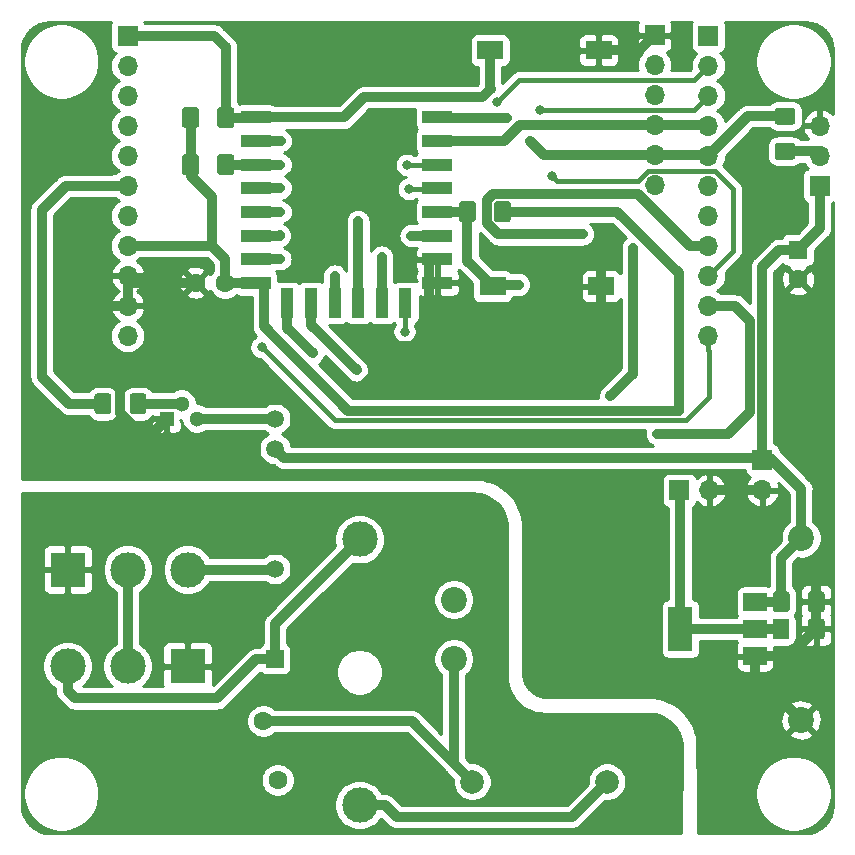
<source format=gtl>
G04 #@! TF.GenerationSoftware,KiCad,Pcbnew,(5.1.2)-2*
G04 #@! TF.CreationDate,2019-08-09T14:08:30+02:00*
G04 #@! TF.ProjectId,ESP Base,45535020-4261-4736-952e-6b696361645f,1.0.8*
G04 #@! TF.SameCoordinates,Original*
G04 #@! TF.FileFunction,Copper,L1,Top*
G04 #@! TF.FilePolarity,Positive*
%FSLAX46Y46*%
G04 Gerber Fmt 4.6, Leading zero omitted, Abs format (unit mm)*
G04 Created by KiCad (PCBNEW (5.1.2)-2) date 2019-08-09 14:08:30*
%MOMM*%
%LPD*%
G04 APERTURE LIST*
%ADD10O,1.700000X1.700000*%
%ADD11R,1.700000X1.700000*%
%ADD12C,0.100000*%
%ADD13C,1.425000*%
%ADD14C,1.600000*%
%ADD15R,1.600000X1.600000*%
%ADD16C,3.000000*%
%ADD17C,2.000000*%
%ADD18R,3.000000X3.000000*%
%ADD19C,1.508000*%
%ADD20R,1.508000X1.508000*%
%ADD21C,1.300000*%
%ADD22R,1.300000X1.300000*%
%ADD23R,2.180000X1.600000*%
%ADD24C,2.200000*%
%ADD25R,2.000000X3.800000*%
%ADD26R,2.000000X1.500000*%
%ADD27R,2.500000X1.100000*%
%ADD28R,1.100000X2.500000*%
%ADD29C,0.800000*%
%ADD30C,0.812800*%
%ADD31C,0.381000*%
%ADD32C,0.254000*%
G04 APERTURE END LIST*
D10*
X126450000Y-56930000D03*
X126450000Y-59470000D03*
D11*
X126450000Y-62010000D03*
D10*
X112470000Y-61970000D03*
X112470000Y-59430000D03*
X112470000Y-56890000D03*
X112470000Y-54350000D03*
X112470000Y-51810000D03*
D11*
X112470000Y-49270000D03*
D12*
G36*
X126644504Y-96366204D02*
G01*
X126668773Y-96369804D01*
X126692571Y-96375765D01*
X126715671Y-96384030D01*
X126737849Y-96394520D01*
X126758893Y-96407133D01*
X126778598Y-96421747D01*
X126796777Y-96438223D01*
X126813253Y-96456402D01*
X126827867Y-96476107D01*
X126840480Y-96497151D01*
X126850970Y-96519329D01*
X126859235Y-96542429D01*
X126865196Y-96566227D01*
X126868796Y-96590496D01*
X126870000Y-96615000D01*
X126870000Y-97865000D01*
X126868796Y-97889504D01*
X126865196Y-97913773D01*
X126859235Y-97937571D01*
X126850970Y-97960671D01*
X126840480Y-97982849D01*
X126827867Y-98003893D01*
X126813253Y-98023598D01*
X126796777Y-98041777D01*
X126778598Y-98058253D01*
X126758893Y-98072867D01*
X126737849Y-98085480D01*
X126715671Y-98095970D01*
X126692571Y-98104235D01*
X126668773Y-98110196D01*
X126644504Y-98113796D01*
X126620000Y-98115000D01*
X125695000Y-98115000D01*
X125670496Y-98113796D01*
X125646227Y-98110196D01*
X125622429Y-98104235D01*
X125599329Y-98095970D01*
X125577151Y-98085480D01*
X125556107Y-98072867D01*
X125536402Y-98058253D01*
X125518223Y-98041777D01*
X125501747Y-98023598D01*
X125487133Y-98003893D01*
X125474520Y-97982849D01*
X125464030Y-97960671D01*
X125455765Y-97937571D01*
X125449804Y-97913773D01*
X125446204Y-97889504D01*
X125445000Y-97865000D01*
X125445000Y-96615000D01*
X125446204Y-96590496D01*
X125449804Y-96566227D01*
X125455765Y-96542429D01*
X125464030Y-96519329D01*
X125474520Y-96497151D01*
X125487133Y-96476107D01*
X125501747Y-96456402D01*
X125518223Y-96438223D01*
X125536402Y-96421747D01*
X125556107Y-96407133D01*
X125577151Y-96394520D01*
X125599329Y-96384030D01*
X125622429Y-96375765D01*
X125646227Y-96369804D01*
X125670496Y-96366204D01*
X125695000Y-96365000D01*
X126620000Y-96365000D01*
X126644504Y-96366204D01*
X126644504Y-96366204D01*
G37*
D13*
X126157500Y-97240000D03*
D12*
G36*
X123669504Y-96366204D02*
G01*
X123693773Y-96369804D01*
X123717571Y-96375765D01*
X123740671Y-96384030D01*
X123762849Y-96394520D01*
X123783893Y-96407133D01*
X123803598Y-96421747D01*
X123821777Y-96438223D01*
X123838253Y-96456402D01*
X123852867Y-96476107D01*
X123865480Y-96497151D01*
X123875970Y-96519329D01*
X123884235Y-96542429D01*
X123890196Y-96566227D01*
X123893796Y-96590496D01*
X123895000Y-96615000D01*
X123895000Y-97865000D01*
X123893796Y-97889504D01*
X123890196Y-97913773D01*
X123884235Y-97937571D01*
X123875970Y-97960671D01*
X123865480Y-97982849D01*
X123852867Y-98003893D01*
X123838253Y-98023598D01*
X123821777Y-98041777D01*
X123803598Y-98058253D01*
X123783893Y-98072867D01*
X123762849Y-98085480D01*
X123740671Y-98095970D01*
X123717571Y-98104235D01*
X123693773Y-98110196D01*
X123669504Y-98113796D01*
X123645000Y-98115000D01*
X122720000Y-98115000D01*
X122695496Y-98113796D01*
X122671227Y-98110196D01*
X122647429Y-98104235D01*
X122624329Y-98095970D01*
X122602151Y-98085480D01*
X122581107Y-98072867D01*
X122561402Y-98058253D01*
X122543223Y-98041777D01*
X122526747Y-98023598D01*
X122512133Y-98003893D01*
X122499520Y-97982849D01*
X122489030Y-97960671D01*
X122480765Y-97937571D01*
X122474804Y-97913773D01*
X122471204Y-97889504D01*
X122470000Y-97865000D01*
X122470000Y-96615000D01*
X122471204Y-96590496D01*
X122474804Y-96566227D01*
X122480765Y-96542429D01*
X122489030Y-96519329D01*
X122499520Y-96497151D01*
X122512133Y-96476107D01*
X122526747Y-96456402D01*
X122543223Y-96438223D01*
X122561402Y-96421747D01*
X122581107Y-96407133D01*
X122602151Y-96394520D01*
X122624329Y-96384030D01*
X122647429Y-96375765D01*
X122671227Y-96369804D01*
X122695496Y-96366204D01*
X122720000Y-96365000D01*
X123645000Y-96365000D01*
X123669504Y-96366204D01*
X123669504Y-96366204D01*
G37*
D13*
X123182500Y-97240000D03*
D12*
G36*
X123659504Y-98666204D02*
G01*
X123683773Y-98669804D01*
X123707571Y-98675765D01*
X123730671Y-98684030D01*
X123752849Y-98694520D01*
X123773893Y-98707133D01*
X123793598Y-98721747D01*
X123811777Y-98738223D01*
X123828253Y-98756402D01*
X123842867Y-98776107D01*
X123855480Y-98797151D01*
X123865970Y-98819329D01*
X123874235Y-98842429D01*
X123880196Y-98866227D01*
X123883796Y-98890496D01*
X123885000Y-98915000D01*
X123885000Y-100165000D01*
X123883796Y-100189504D01*
X123880196Y-100213773D01*
X123874235Y-100237571D01*
X123865970Y-100260671D01*
X123855480Y-100282849D01*
X123842867Y-100303893D01*
X123828253Y-100323598D01*
X123811777Y-100341777D01*
X123793598Y-100358253D01*
X123773893Y-100372867D01*
X123752849Y-100385480D01*
X123730671Y-100395970D01*
X123707571Y-100404235D01*
X123683773Y-100410196D01*
X123659504Y-100413796D01*
X123635000Y-100415000D01*
X122710000Y-100415000D01*
X122685496Y-100413796D01*
X122661227Y-100410196D01*
X122637429Y-100404235D01*
X122614329Y-100395970D01*
X122592151Y-100385480D01*
X122571107Y-100372867D01*
X122551402Y-100358253D01*
X122533223Y-100341777D01*
X122516747Y-100323598D01*
X122502133Y-100303893D01*
X122489520Y-100282849D01*
X122479030Y-100260671D01*
X122470765Y-100237571D01*
X122464804Y-100213773D01*
X122461204Y-100189504D01*
X122460000Y-100165000D01*
X122460000Y-98915000D01*
X122461204Y-98890496D01*
X122464804Y-98866227D01*
X122470765Y-98842429D01*
X122479030Y-98819329D01*
X122489520Y-98797151D01*
X122502133Y-98776107D01*
X122516747Y-98756402D01*
X122533223Y-98738223D01*
X122551402Y-98721747D01*
X122571107Y-98707133D01*
X122592151Y-98694520D01*
X122614329Y-98684030D01*
X122637429Y-98675765D01*
X122661227Y-98669804D01*
X122685496Y-98666204D01*
X122710000Y-98665000D01*
X123635000Y-98665000D01*
X123659504Y-98666204D01*
X123659504Y-98666204D01*
G37*
D13*
X123172500Y-99540000D03*
D12*
G36*
X126634504Y-98666204D02*
G01*
X126658773Y-98669804D01*
X126682571Y-98675765D01*
X126705671Y-98684030D01*
X126727849Y-98694520D01*
X126748893Y-98707133D01*
X126768598Y-98721747D01*
X126786777Y-98738223D01*
X126803253Y-98756402D01*
X126817867Y-98776107D01*
X126830480Y-98797151D01*
X126840970Y-98819329D01*
X126849235Y-98842429D01*
X126855196Y-98866227D01*
X126858796Y-98890496D01*
X126860000Y-98915000D01*
X126860000Y-100165000D01*
X126858796Y-100189504D01*
X126855196Y-100213773D01*
X126849235Y-100237571D01*
X126840970Y-100260671D01*
X126830480Y-100282849D01*
X126817867Y-100303893D01*
X126803253Y-100323598D01*
X126786777Y-100341777D01*
X126768598Y-100358253D01*
X126748893Y-100372867D01*
X126727849Y-100385480D01*
X126705671Y-100395970D01*
X126682571Y-100404235D01*
X126658773Y-100410196D01*
X126634504Y-100413796D01*
X126610000Y-100415000D01*
X125685000Y-100415000D01*
X125660496Y-100413796D01*
X125636227Y-100410196D01*
X125612429Y-100404235D01*
X125589329Y-100395970D01*
X125567151Y-100385480D01*
X125546107Y-100372867D01*
X125526402Y-100358253D01*
X125508223Y-100341777D01*
X125491747Y-100323598D01*
X125477133Y-100303893D01*
X125464520Y-100282849D01*
X125454030Y-100260671D01*
X125445765Y-100237571D01*
X125439804Y-100213773D01*
X125436204Y-100189504D01*
X125435000Y-100165000D01*
X125435000Y-98915000D01*
X125436204Y-98890496D01*
X125439804Y-98866227D01*
X125445765Y-98842429D01*
X125454030Y-98819329D01*
X125464520Y-98797151D01*
X125477133Y-98776107D01*
X125491747Y-98756402D01*
X125508223Y-98738223D01*
X125526402Y-98721747D01*
X125546107Y-98707133D01*
X125567151Y-98694520D01*
X125589329Y-98684030D01*
X125612429Y-98675765D01*
X125636227Y-98669804D01*
X125660496Y-98666204D01*
X125685000Y-98665000D01*
X126610000Y-98665000D01*
X126634504Y-98666204D01*
X126634504Y-98666204D01*
G37*
D13*
X126147500Y-99540000D03*
D14*
X76110000Y-70220000D03*
X73610000Y-70220000D03*
D15*
X124620000Y-67450000D03*
D14*
X124620000Y-69950000D03*
D16*
X87490000Y-114450000D03*
X87490000Y-91950000D03*
D17*
X97040000Y-112480000D03*
X108440000Y-112480000D03*
D18*
X72930000Y-102690000D03*
D16*
X67850000Y-102690000D03*
X62770000Y-102690000D03*
D11*
X67860000Y-49320000D03*
D10*
X67860000Y-51860000D03*
X67860000Y-54400000D03*
X67860000Y-56940000D03*
X67860000Y-59480000D03*
X67860000Y-62020000D03*
X67860000Y-64560000D03*
X67860000Y-67100000D03*
X67860000Y-69640000D03*
X67860000Y-72180000D03*
X67860000Y-74720000D03*
X117020000Y-74720000D03*
X117020000Y-72180000D03*
X117020000Y-69640000D03*
X117020000Y-67100000D03*
X117020000Y-64560000D03*
X117020000Y-62020000D03*
X117020000Y-59480000D03*
X117020000Y-56940000D03*
X117020000Y-54400000D03*
X117020000Y-51860000D03*
D11*
X117020000Y-49320000D03*
D10*
X117110000Y-87810000D03*
D11*
X114570000Y-87810000D03*
X121580000Y-85240000D03*
D10*
X121580000Y-87780000D03*
D16*
X72950000Y-94510000D03*
X67870000Y-94510000D03*
D18*
X62790000Y-94510000D03*
D19*
X80330000Y-81760000D03*
X80330000Y-84300000D03*
X80330000Y-94460000D03*
D20*
X80330000Y-102080000D03*
D21*
X72430000Y-80460000D03*
X73700000Y-81730000D03*
D22*
X71160000Y-81730000D03*
D12*
G36*
X76644504Y-55366204D02*
G01*
X76668773Y-55369804D01*
X76692571Y-55375765D01*
X76715671Y-55384030D01*
X76737849Y-55394520D01*
X76758893Y-55407133D01*
X76778598Y-55421747D01*
X76796777Y-55438223D01*
X76813253Y-55456402D01*
X76827867Y-55476107D01*
X76840480Y-55497151D01*
X76850970Y-55519329D01*
X76859235Y-55542429D01*
X76865196Y-55566227D01*
X76868796Y-55590496D01*
X76870000Y-55615000D01*
X76870000Y-56865000D01*
X76868796Y-56889504D01*
X76865196Y-56913773D01*
X76859235Y-56937571D01*
X76850970Y-56960671D01*
X76840480Y-56982849D01*
X76827867Y-57003893D01*
X76813253Y-57023598D01*
X76796777Y-57041777D01*
X76778598Y-57058253D01*
X76758893Y-57072867D01*
X76737849Y-57085480D01*
X76715671Y-57095970D01*
X76692571Y-57104235D01*
X76668773Y-57110196D01*
X76644504Y-57113796D01*
X76620000Y-57115000D01*
X75695000Y-57115000D01*
X75670496Y-57113796D01*
X75646227Y-57110196D01*
X75622429Y-57104235D01*
X75599329Y-57095970D01*
X75577151Y-57085480D01*
X75556107Y-57072867D01*
X75536402Y-57058253D01*
X75518223Y-57041777D01*
X75501747Y-57023598D01*
X75487133Y-57003893D01*
X75474520Y-56982849D01*
X75464030Y-56960671D01*
X75455765Y-56937571D01*
X75449804Y-56913773D01*
X75446204Y-56889504D01*
X75445000Y-56865000D01*
X75445000Y-55615000D01*
X75446204Y-55590496D01*
X75449804Y-55566227D01*
X75455765Y-55542429D01*
X75464030Y-55519329D01*
X75474520Y-55497151D01*
X75487133Y-55476107D01*
X75501747Y-55456402D01*
X75518223Y-55438223D01*
X75536402Y-55421747D01*
X75556107Y-55407133D01*
X75577151Y-55394520D01*
X75599329Y-55384030D01*
X75622429Y-55375765D01*
X75646227Y-55369804D01*
X75670496Y-55366204D01*
X75695000Y-55365000D01*
X76620000Y-55365000D01*
X76644504Y-55366204D01*
X76644504Y-55366204D01*
G37*
D13*
X76157500Y-56240000D03*
D12*
G36*
X73669504Y-55366204D02*
G01*
X73693773Y-55369804D01*
X73717571Y-55375765D01*
X73740671Y-55384030D01*
X73762849Y-55394520D01*
X73783893Y-55407133D01*
X73803598Y-55421747D01*
X73821777Y-55438223D01*
X73838253Y-55456402D01*
X73852867Y-55476107D01*
X73865480Y-55497151D01*
X73875970Y-55519329D01*
X73884235Y-55542429D01*
X73890196Y-55566227D01*
X73893796Y-55590496D01*
X73895000Y-55615000D01*
X73895000Y-56865000D01*
X73893796Y-56889504D01*
X73890196Y-56913773D01*
X73884235Y-56937571D01*
X73875970Y-56960671D01*
X73865480Y-56982849D01*
X73852867Y-57003893D01*
X73838253Y-57023598D01*
X73821777Y-57041777D01*
X73803598Y-57058253D01*
X73783893Y-57072867D01*
X73762849Y-57085480D01*
X73740671Y-57095970D01*
X73717571Y-57104235D01*
X73693773Y-57110196D01*
X73669504Y-57113796D01*
X73645000Y-57115000D01*
X72720000Y-57115000D01*
X72695496Y-57113796D01*
X72671227Y-57110196D01*
X72647429Y-57104235D01*
X72624329Y-57095970D01*
X72602151Y-57085480D01*
X72581107Y-57072867D01*
X72561402Y-57058253D01*
X72543223Y-57041777D01*
X72526747Y-57023598D01*
X72512133Y-57003893D01*
X72499520Y-56982849D01*
X72489030Y-56960671D01*
X72480765Y-56937571D01*
X72474804Y-56913773D01*
X72471204Y-56889504D01*
X72470000Y-56865000D01*
X72470000Y-55615000D01*
X72471204Y-55590496D01*
X72474804Y-55566227D01*
X72480765Y-55542429D01*
X72489030Y-55519329D01*
X72499520Y-55497151D01*
X72512133Y-55476107D01*
X72526747Y-55456402D01*
X72543223Y-55438223D01*
X72561402Y-55421747D01*
X72581107Y-55407133D01*
X72602151Y-55394520D01*
X72624329Y-55384030D01*
X72647429Y-55375765D01*
X72671227Y-55369804D01*
X72695496Y-55366204D01*
X72720000Y-55365000D01*
X73645000Y-55365000D01*
X73669504Y-55366204D01*
X73669504Y-55366204D01*
G37*
D13*
X73182500Y-56240000D03*
D12*
G36*
X76644504Y-59346204D02*
G01*
X76668773Y-59349804D01*
X76692571Y-59355765D01*
X76715671Y-59364030D01*
X76737849Y-59374520D01*
X76758893Y-59387133D01*
X76778598Y-59401747D01*
X76796777Y-59418223D01*
X76813253Y-59436402D01*
X76827867Y-59456107D01*
X76840480Y-59477151D01*
X76850970Y-59499329D01*
X76859235Y-59522429D01*
X76865196Y-59546227D01*
X76868796Y-59570496D01*
X76870000Y-59595000D01*
X76870000Y-60845000D01*
X76868796Y-60869504D01*
X76865196Y-60893773D01*
X76859235Y-60917571D01*
X76850970Y-60940671D01*
X76840480Y-60962849D01*
X76827867Y-60983893D01*
X76813253Y-61003598D01*
X76796777Y-61021777D01*
X76778598Y-61038253D01*
X76758893Y-61052867D01*
X76737849Y-61065480D01*
X76715671Y-61075970D01*
X76692571Y-61084235D01*
X76668773Y-61090196D01*
X76644504Y-61093796D01*
X76620000Y-61095000D01*
X75695000Y-61095000D01*
X75670496Y-61093796D01*
X75646227Y-61090196D01*
X75622429Y-61084235D01*
X75599329Y-61075970D01*
X75577151Y-61065480D01*
X75556107Y-61052867D01*
X75536402Y-61038253D01*
X75518223Y-61021777D01*
X75501747Y-61003598D01*
X75487133Y-60983893D01*
X75474520Y-60962849D01*
X75464030Y-60940671D01*
X75455765Y-60917571D01*
X75449804Y-60893773D01*
X75446204Y-60869504D01*
X75445000Y-60845000D01*
X75445000Y-59595000D01*
X75446204Y-59570496D01*
X75449804Y-59546227D01*
X75455765Y-59522429D01*
X75464030Y-59499329D01*
X75474520Y-59477151D01*
X75487133Y-59456107D01*
X75501747Y-59436402D01*
X75518223Y-59418223D01*
X75536402Y-59401747D01*
X75556107Y-59387133D01*
X75577151Y-59374520D01*
X75599329Y-59364030D01*
X75622429Y-59355765D01*
X75646227Y-59349804D01*
X75670496Y-59346204D01*
X75695000Y-59345000D01*
X76620000Y-59345000D01*
X76644504Y-59346204D01*
X76644504Y-59346204D01*
G37*
D13*
X76157500Y-60220000D03*
D12*
G36*
X73669504Y-59346204D02*
G01*
X73693773Y-59349804D01*
X73717571Y-59355765D01*
X73740671Y-59364030D01*
X73762849Y-59374520D01*
X73783893Y-59387133D01*
X73803598Y-59401747D01*
X73821777Y-59418223D01*
X73838253Y-59436402D01*
X73852867Y-59456107D01*
X73865480Y-59477151D01*
X73875970Y-59499329D01*
X73884235Y-59522429D01*
X73890196Y-59546227D01*
X73893796Y-59570496D01*
X73895000Y-59595000D01*
X73895000Y-60845000D01*
X73893796Y-60869504D01*
X73890196Y-60893773D01*
X73884235Y-60917571D01*
X73875970Y-60940671D01*
X73865480Y-60962849D01*
X73852867Y-60983893D01*
X73838253Y-61003598D01*
X73821777Y-61021777D01*
X73803598Y-61038253D01*
X73783893Y-61052867D01*
X73762849Y-61065480D01*
X73740671Y-61075970D01*
X73717571Y-61084235D01*
X73693773Y-61090196D01*
X73669504Y-61093796D01*
X73645000Y-61095000D01*
X72720000Y-61095000D01*
X72695496Y-61093796D01*
X72671227Y-61090196D01*
X72647429Y-61084235D01*
X72624329Y-61075970D01*
X72602151Y-61065480D01*
X72581107Y-61052867D01*
X72561402Y-61038253D01*
X72543223Y-61021777D01*
X72526747Y-61003598D01*
X72512133Y-60983893D01*
X72499520Y-60962849D01*
X72489030Y-60940671D01*
X72480765Y-60917571D01*
X72474804Y-60893773D01*
X72471204Y-60869504D01*
X72470000Y-60845000D01*
X72470000Y-59595000D01*
X72471204Y-59570496D01*
X72474804Y-59546227D01*
X72480765Y-59522429D01*
X72489030Y-59499329D01*
X72499520Y-59477151D01*
X72512133Y-59456107D01*
X72526747Y-59436402D01*
X72543223Y-59418223D01*
X72561402Y-59401747D01*
X72581107Y-59387133D01*
X72602151Y-59374520D01*
X72624329Y-59364030D01*
X72647429Y-59355765D01*
X72671227Y-59349804D01*
X72695496Y-59346204D01*
X72720000Y-59345000D01*
X73645000Y-59345000D01*
X73669504Y-59346204D01*
X73669504Y-59346204D01*
G37*
D13*
X73182500Y-60220000D03*
D12*
G36*
X97099504Y-63326204D02*
G01*
X97123773Y-63329804D01*
X97147571Y-63335765D01*
X97170671Y-63344030D01*
X97192849Y-63354520D01*
X97213893Y-63367133D01*
X97233598Y-63381747D01*
X97251777Y-63398223D01*
X97268253Y-63416402D01*
X97282867Y-63436107D01*
X97295480Y-63457151D01*
X97305970Y-63479329D01*
X97314235Y-63502429D01*
X97320196Y-63526227D01*
X97323796Y-63550496D01*
X97325000Y-63575000D01*
X97325000Y-64825000D01*
X97323796Y-64849504D01*
X97320196Y-64873773D01*
X97314235Y-64897571D01*
X97305970Y-64920671D01*
X97295480Y-64942849D01*
X97282867Y-64963893D01*
X97268253Y-64983598D01*
X97251777Y-65001777D01*
X97233598Y-65018253D01*
X97213893Y-65032867D01*
X97192849Y-65045480D01*
X97170671Y-65055970D01*
X97147571Y-65064235D01*
X97123773Y-65070196D01*
X97099504Y-65073796D01*
X97075000Y-65075000D01*
X96150000Y-65075000D01*
X96125496Y-65073796D01*
X96101227Y-65070196D01*
X96077429Y-65064235D01*
X96054329Y-65055970D01*
X96032151Y-65045480D01*
X96011107Y-65032867D01*
X95991402Y-65018253D01*
X95973223Y-65001777D01*
X95956747Y-64983598D01*
X95942133Y-64963893D01*
X95929520Y-64942849D01*
X95919030Y-64920671D01*
X95910765Y-64897571D01*
X95904804Y-64873773D01*
X95901204Y-64849504D01*
X95900000Y-64825000D01*
X95900000Y-63575000D01*
X95901204Y-63550496D01*
X95904804Y-63526227D01*
X95910765Y-63502429D01*
X95919030Y-63479329D01*
X95929520Y-63457151D01*
X95942133Y-63436107D01*
X95956747Y-63416402D01*
X95973223Y-63398223D01*
X95991402Y-63381747D01*
X96011107Y-63367133D01*
X96032151Y-63354520D01*
X96054329Y-63344030D01*
X96077429Y-63335765D01*
X96101227Y-63329804D01*
X96125496Y-63326204D01*
X96150000Y-63325000D01*
X97075000Y-63325000D01*
X97099504Y-63326204D01*
X97099504Y-63326204D01*
G37*
D13*
X96612500Y-64200000D03*
D12*
G36*
X100074504Y-63326204D02*
G01*
X100098773Y-63329804D01*
X100122571Y-63335765D01*
X100145671Y-63344030D01*
X100167849Y-63354520D01*
X100188893Y-63367133D01*
X100208598Y-63381747D01*
X100226777Y-63398223D01*
X100243253Y-63416402D01*
X100257867Y-63436107D01*
X100270480Y-63457151D01*
X100280970Y-63479329D01*
X100289235Y-63502429D01*
X100295196Y-63526227D01*
X100298796Y-63550496D01*
X100300000Y-63575000D01*
X100300000Y-64825000D01*
X100298796Y-64849504D01*
X100295196Y-64873773D01*
X100289235Y-64897571D01*
X100280970Y-64920671D01*
X100270480Y-64942849D01*
X100257867Y-64963893D01*
X100243253Y-64983598D01*
X100226777Y-65001777D01*
X100208598Y-65018253D01*
X100188893Y-65032867D01*
X100167849Y-65045480D01*
X100145671Y-65055970D01*
X100122571Y-65064235D01*
X100098773Y-65070196D01*
X100074504Y-65073796D01*
X100050000Y-65075000D01*
X99125000Y-65075000D01*
X99100496Y-65073796D01*
X99076227Y-65070196D01*
X99052429Y-65064235D01*
X99029329Y-65055970D01*
X99007151Y-65045480D01*
X98986107Y-65032867D01*
X98966402Y-65018253D01*
X98948223Y-65001777D01*
X98931747Y-64983598D01*
X98917133Y-64963893D01*
X98904520Y-64942849D01*
X98894030Y-64920671D01*
X98885765Y-64897571D01*
X98879804Y-64873773D01*
X98876204Y-64849504D01*
X98875000Y-64825000D01*
X98875000Y-63575000D01*
X98876204Y-63550496D01*
X98879804Y-63526227D01*
X98885765Y-63502429D01*
X98894030Y-63479329D01*
X98904520Y-63457151D01*
X98917133Y-63436107D01*
X98931747Y-63416402D01*
X98948223Y-63398223D01*
X98966402Y-63381747D01*
X98986107Y-63367133D01*
X99007151Y-63354520D01*
X99029329Y-63344030D01*
X99052429Y-63335765D01*
X99076227Y-63329804D01*
X99100496Y-63326204D01*
X99125000Y-63325000D01*
X100050000Y-63325000D01*
X100074504Y-63326204D01*
X100074504Y-63326204D01*
G37*
D13*
X99587500Y-64200000D03*
D12*
G36*
X124159504Y-58386204D02*
G01*
X124183773Y-58389804D01*
X124207571Y-58395765D01*
X124230671Y-58404030D01*
X124252849Y-58414520D01*
X124273893Y-58427133D01*
X124293598Y-58441747D01*
X124311777Y-58458223D01*
X124328253Y-58476402D01*
X124342867Y-58496107D01*
X124355480Y-58517151D01*
X124365970Y-58539329D01*
X124374235Y-58562429D01*
X124380196Y-58586227D01*
X124383796Y-58610496D01*
X124385000Y-58635000D01*
X124385000Y-59560000D01*
X124383796Y-59584504D01*
X124380196Y-59608773D01*
X124374235Y-59632571D01*
X124365970Y-59655671D01*
X124355480Y-59677849D01*
X124342867Y-59698893D01*
X124328253Y-59718598D01*
X124311777Y-59736777D01*
X124293598Y-59753253D01*
X124273893Y-59767867D01*
X124252849Y-59780480D01*
X124230671Y-59790970D01*
X124207571Y-59799235D01*
X124183773Y-59805196D01*
X124159504Y-59808796D01*
X124135000Y-59810000D01*
X122885000Y-59810000D01*
X122860496Y-59808796D01*
X122836227Y-59805196D01*
X122812429Y-59799235D01*
X122789329Y-59790970D01*
X122767151Y-59780480D01*
X122746107Y-59767867D01*
X122726402Y-59753253D01*
X122708223Y-59736777D01*
X122691747Y-59718598D01*
X122677133Y-59698893D01*
X122664520Y-59677849D01*
X122654030Y-59655671D01*
X122645765Y-59632571D01*
X122639804Y-59608773D01*
X122636204Y-59584504D01*
X122635000Y-59560000D01*
X122635000Y-58635000D01*
X122636204Y-58610496D01*
X122639804Y-58586227D01*
X122645765Y-58562429D01*
X122654030Y-58539329D01*
X122664520Y-58517151D01*
X122677133Y-58496107D01*
X122691747Y-58476402D01*
X122708223Y-58458223D01*
X122726402Y-58441747D01*
X122746107Y-58427133D01*
X122767151Y-58414520D01*
X122789329Y-58404030D01*
X122812429Y-58395765D01*
X122836227Y-58389804D01*
X122860496Y-58386204D01*
X122885000Y-58385000D01*
X124135000Y-58385000D01*
X124159504Y-58386204D01*
X124159504Y-58386204D01*
G37*
D13*
X123510000Y-59097500D03*
D12*
G36*
X124159504Y-55411204D02*
G01*
X124183773Y-55414804D01*
X124207571Y-55420765D01*
X124230671Y-55429030D01*
X124252849Y-55439520D01*
X124273893Y-55452133D01*
X124293598Y-55466747D01*
X124311777Y-55483223D01*
X124328253Y-55501402D01*
X124342867Y-55521107D01*
X124355480Y-55542151D01*
X124365970Y-55564329D01*
X124374235Y-55587429D01*
X124380196Y-55611227D01*
X124383796Y-55635496D01*
X124385000Y-55660000D01*
X124385000Y-56585000D01*
X124383796Y-56609504D01*
X124380196Y-56633773D01*
X124374235Y-56657571D01*
X124365970Y-56680671D01*
X124355480Y-56702849D01*
X124342867Y-56723893D01*
X124328253Y-56743598D01*
X124311777Y-56761777D01*
X124293598Y-56778253D01*
X124273893Y-56792867D01*
X124252849Y-56805480D01*
X124230671Y-56815970D01*
X124207571Y-56824235D01*
X124183773Y-56830196D01*
X124159504Y-56833796D01*
X124135000Y-56835000D01*
X122885000Y-56835000D01*
X122860496Y-56833796D01*
X122836227Y-56830196D01*
X122812429Y-56824235D01*
X122789329Y-56815970D01*
X122767151Y-56805480D01*
X122746107Y-56792867D01*
X122726402Y-56778253D01*
X122708223Y-56761777D01*
X122691747Y-56743598D01*
X122677133Y-56723893D01*
X122664520Y-56702849D01*
X122654030Y-56680671D01*
X122645765Y-56657571D01*
X122639804Y-56633773D01*
X122636204Y-56609504D01*
X122635000Y-56585000D01*
X122635000Y-55660000D01*
X122636204Y-55635496D01*
X122639804Y-55611227D01*
X122645765Y-55587429D01*
X122654030Y-55564329D01*
X122664520Y-55542151D01*
X122677133Y-55521107D01*
X122691747Y-55501402D01*
X122708223Y-55483223D01*
X122726402Y-55466747D01*
X122746107Y-55452133D01*
X122767151Y-55439520D01*
X122789329Y-55429030D01*
X122812429Y-55420765D01*
X122836227Y-55414804D01*
X122860496Y-55411204D01*
X122885000Y-55410000D01*
X124135000Y-55410000D01*
X124159504Y-55411204D01*
X124159504Y-55411204D01*
G37*
D13*
X123510000Y-56122500D03*
D12*
G36*
X69224504Y-79596204D02*
G01*
X69248773Y-79599804D01*
X69272571Y-79605765D01*
X69295671Y-79614030D01*
X69317849Y-79624520D01*
X69338893Y-79637133D01*
X69358598Y-79651747D01*
X69376777Y-79668223D01*
X69393253Y-79686402D01*
X69407867Y-79706107D01*
X69420480Y-79727151D01*
X69430970Y-79749329D01*
X69439235Y-79772429D01*
X69445196Y-79796227D01*
X69448796Y-79820496D01*
X69450000Y-79845000D01*
X69450000Y-81095000D01*
X69448796Y-81119504D01*
X69445196Y-81143773D01*
X69439235Y-81167571D01*
X69430970Y-81190671D01*
X69420480Y-81212849D01*
X69407867Y-81233893D01*
X69393253Y-81253598D01*
X69376777Y-81271777D01*
X69358598Y-81288253D01*
X69338893Y-81302867D01*
X69317849Y-81315480D01*
X69295671Y-81325970D01*
X69272571Y-81334235D01*
X69248773Y-81340196D01*
X69224504Y-81343796D01*
X69200000Y-81345000D01*
X68275000Y-81345000D01*
X68250496Y-81343796D01*
X68226227Y-81340196D01*
X68202429Y-81334235D01*
X68179329Y-81325970D01*
X68157151Y-81315480D01*
X68136107Y-81302867D01*
X68116402Y-81288253D01*
X68098223Y-81271777D01*
X68081747Y-81253598D01*
X68067133Y-81233893D01*
X68054520Y-81212849D01*
X68044030Y-81190671D01*
X68035765Y-81167571D01*
X68029804Y-81143773D01*
X68026204Y-81119504D01*
X68025000Y-81095000D01*
X68025000Y-79845000D01*
X68026204Y-79820496D01*
X68029804Y-79796227D01*
X68035765Y-79772429D01*
X68044030Y-79749329D01*
X68054520Y-79727151D01*
X68067133Y-79706107D01*
X68081747Y-79686402D01*
X68098223Y-79668223D01*
X68116402Y-79651747D01*
X68136107Y-79637133D01*
X68157151Y-79624520D01*
X68179329Y-79614030D01*
X68202429Y-79605765D01*
X68226227Y-79599804D01*
X68250496Y-79596204D01*
X68275000Y-79595000D01*
X69200000Y-79595000D01*
X69224504Y-79596204D01*
X69224504Y-79596204D01*
G37*
D13*
X68737500Y-80470000D03*
D12*
G36*
X66249504Y-79596204D02*
G01*
X66273773Y-79599804D01*
X66297571Y-79605765D01*
X66320671Y-79614030D01*
X66342849Y-79624520D01*
X66363893Y-79637133D01*
X66383598Y-79651747D01*
X66401777Y-79668223D01*
X66418253Y-79686402D01*
X66432867Y-79706107D01*
X66445480Y-79727151D01*
X66455970Y-79749329D01*
X66464235Y-79772429D01*
X66470196Y-79796227D01*
X66473796Y-79820496D01*
X66475000Y-79845000D01*
X66475000Y-81095000D01*
X66473796Y-81119504D01*
X66470196Y-81143773D01*
X66464235Y-81167571D01*
X66455970Y-81190671D01*
X66445480Y-81212849D01*
X66432867Y-81233893D01*
X66418253Y-81253598D01*
X66401777Y-81271777D01*
X66383598Y-81288253D01*
X66363893Y-81302867D01*
X66342849Y-81315480D01*
X66320671Y-81325970D01*
X66297571Y-81334235D01*
X66273773Y-81340196D01*
X66249504Y-81343796D01*
X66225000Y-81345000D01*
X65300000Y-81345000D01*
X65275496Y-81343796D01*
X65251227Y-81340196D01*
X65227429Y-81334235D01*
X65204329Y-81325970D01*
X65182151Y-81315480D01*
X65161107Y-81302867D01*
X65141402Y-81288253D01*
X65123223Y-81271777D01*
X65106747Y-81253598D01*
X65092133Y-81233893D01*
X65079520Y-81212849D01*
X65069030Y-81190671D01*
X65060765Y-81167571D01*
X65054804Y-81143773D01*
X65051204Y-81119504D01*
X65050000Y-81095000D01*
X65050000Y-79845000D01*
X65051204Y-79820496D01*
X65054804Y-79796227D01*
X65060765Y-79772429D01*
X65069030Y-79749329D01*
X65079520Y-79727151D01*
X65092133Y-79706107D01*
X65106747Y-79686402D01*
X65123223Y-79668223D01*
X65141402Y-79651747D01*
X65161107Y-79637133D01*
X65182151Y-79624520D01*
X65204329Y-79614030D01*
X65227429Y-79605765D01*
X65251227Y-79599804D01*
X65275496Y-79596204D01*
X65300000Y-79595000D01*
X66225000Y-79595000D01*
X66249504Y-79596204D01*
X66249504Y-79596204D01*
G37*
D13*
X65762500Y-80470000D03*
D14*
X79350000Y-107340000D03*
X80550000Y-112340000D03*
D23*
X107730000Y-50550000D03*
X98550000Y-50550000D03*
X98750000Y-70530000D03*
X107930000Y-70530000D03*
D24*
X95470000Y-102050000D03*
X95470000Y-97050000D03*
X124870000Y-107250000D03*
X124870000Y-91850000D03*
D25*
X114660000Y-99550000D03*
D26*
X120960000Y-99550000D03*
X120960000Y-97250000D03*
X120960000Y-101850000D03*
D27*
X78690000Y-56230000D03*
X78690000Y-58230000D03*
X78690000Y-60230000D03*
X78690000Y-62230000D03*
X78690000Y-64230000D03*
X78690000Y-66230000D03*
X78690000Y-68230000D03*
X78690000Y-70230000D03*
X94090000Y-70230000D03*
X94090000Y-68230000D03*
X94090000Y-66230000D03*
X94090000Y-64230000D03*
X94090000Y-62230000D03*
X94090000Y-60230000D03*
X94090000Y-58230000D03*
X94090000Y-56230000D03*
D28*
X81380000Y-71930000D03*
X83380000Y-71930000D03*
X85380000Y-71930000D03*
X87380000Y-71930000D03*
X89380000Y-71930000D03*
X91380000Y-71930000D03*
D29*
X124870000Y-95110000D03*
X87230000Y-79490000D03*
X107900000Y-67870000D03*
X106610000Y-75590000D03*
X114530000Y-81070000D03*
X109320000Y-64220000D03*
X101900000Y-58220000D03*
X99940000Y-56260000D03*
X80820000Y-58220000D03*
X80790000Y-60240000D03*
X80790000Y-62180000D03*
X80790000Y-64240000D03*
X80750000Y-66220000D03*
X80780000Y-68220000D03*
X91830000Y-66250000D03*
X79190000Y-75680000D03*
X91310000Y-74360000D03*
X89360000Y-68020000D03*
X112670000Y-83030000D03*
X87360000Y-65020000D03*
X103820000Y-61180000D03*
X85390000Y-69630000D03*
X106400000Y-66120000D03*
X87250000Y-77640000D03*
X108710000Y-79840000D03*
X110630000Y-67270000D03*
X83520000Y-76220000D03*
X102760000Y-55590000D03*
X91510000Y-60250000D03*
X99130000Y-54930000D03*
X91670000Y-62280000D03*
X100990000Y-70380000D03*
D30*
X120960000Y-103340000D02*
X124870000Y-107250000D01*
X120960000Y-101850000D02*
X120960000Y-103340000D01*
X123837500Y-101850000D02*
X126147500Y-99540000D01*
X120960000Y-101850000D02*
X123837500Y-101850000D01*
X126147500Y-97250000D02*
X126157500Y-97240000D01*
X126147500Y-99540000D02*
X126147500Y-97250000D01*
X121550000Y-87810000D02*
X121580000Y-87780000D01*
X117110000Y-87810000D02*
X121550000Y-87810000D01*
X124870000Y-95110000D02*
X125930000Y-95110000D01*
X126157500Y-95337500D02*
X126157500Y-97240000D01*
X125930000Y-95110000D02*
X126157500Y-95337500D01*
X71160000Y-81730000D02*
X69890000Y-83000000D01*
X68968852Y-83000000D02*
X67220000Y-81251148D01*
X69890000Y-83000000D02*
X68968852Y-83000000D01*
X67220000Y-81251148D02*
X67220000Y-79260000D01*
X67220000Y-79260000D02*
X63880000Y-75920000D01*
X63880000Y-75920000D02*
X63880000Y-72900000D01*
X64600000Y-72180000D02*
X67860000Y-72180000D01*
X63880000Y-72900000D02*
X64600000Y-72180000D01*
X67860000Y-72180000D02*
X67860000Y-69640000D01*
X68440000Y-70220000D02*
X67860000Y-69640000D01*
X73610000Y-70220000D02*
X68440000Y-70220000D01*
X111190000Y-50550000D02*
X112470000Y-49270000D01*
X107730000Y-50550000D02*
X111190000Y-50550000D01*
X93390000Y-68230000D02*
X93390000Y-70230000D01*
X93390000Y-70230000D02*
X93390000Y-71640000D01*
X93390000Y-71640000D02*
X97340000Y-75590000D01*
X97340000Y-75590000D02*
X106610000Y-75590000D01*
X107930000Y-74270000D02*
X107930000Y-70530000D01*
X106610000Y-75590000D02*
X107930000Y-74270000D01*
X97340000Y-75590000D02*
X91130000Y-75590000D01*
X91130000Y-75590000D02*
X87230000Y-79490000D01*
X107900000Y-70500000D02*
X107930000Y-70530000D01*
X107900000Y-67870000D02*
X107900000Y-70500000D01*
X120970000Y-97240000D02*
X120960000Y-97250000D01*
X123182500Y-97240000D02*
X120970000Y-97240000D01*
X123182500Y-93537500D02*
X124870000Y-91850000D01*
X123182500Y-97240000D02*
X123182500Y-93537500D01*
X81083999Y-85053999D02*
X122253999Y-85053999D01*
X80330000Y-84300000D02*
X81083999Y-85053999D01*
X122253999Y-85053999D02*
X124880000Y-87680000D01*
X124870000Y-87690000D02*
X124870000Y-91850000D01*
X124880000Y-87680000D02*
X124870000Y-87690000D01*
X126450000Y-65620000D02*
X124620000Y-67450000D01*
X126450000Y-62010000D02*
X126450000Y-65620000D01*
X121580000Y-68877200D02*
X121580000Y-85240000D01*
X123007200Y-67450000D02*
X121580000Y-68877200D01*
X124620000Y-67450000D02*
X123007200Y-67450000D01*
X120970000Y-99540000D02*
X120960000Y-99550000D01*
X123172500Y-99540000D02*
X120970000Y-99540000D01*
X120960000Y-99550000D02*
X114660000Y-99550000D01*
X114660000Y-87900000D02*
X114570000Y-87810000D01*
X114660000Y-99550000D02*
X114660000Y-87900000D01*
X79380000Y-70220000D02*
X79390000Y-70230000D01*
X76110000Y-70220000D02*
X79380000Y-70220000D01*
X69062081Y-67100000D02*
X69072081Y-67110000D01*
X67860000Y-67100000D02*
X69062081Y-67100000D01*
X69072081Y-67110000D02*
X74990000Y-67110000D01*
X74990000Y-67110000D02*
X76130000Y-68250000D01*
X76110000Y-68270000D02*
X76110000Y-70220000D01*
X76130000Y-68250000D02*
X76110000Y-68270000D01*
X74990000Y-63002500D02*
X74990000Y-67110000D01*
X73182500Y-61195000D02*
X74990000Y-63002500D01*
X73182500Y-60220000D02*
X73182500Y-61195000D01*
X73182500Y-56240000D02*
X73182500Y-60220000D01*
X79390000Y-70230000D02*
X79390000Y-73930000D01*
X79390000Y-73930000D02*
X86530000Y-81070000D01*
X86530000Y-81070000D02*
X114530000Y-81070000D01*
X100400000Y-64200000D02*
X100420000Y-64220000D01*
X99587500Y-64200000D02*
X100400000Y-64200000D01*
X100420000Y-64220000D02*
X109320000Y-64220000D01*
X114530000Y-69430000D02*
X114530000Y-81070000D01*
X109320000Y-64220000D02*
X114530000Y-69430000D01*
X89611320Y-114450000D02*
X90631320Y-115470000D01*
X87490000Y-114450000D02*
X89611320Y-114450000D01*
X105450000Y-115470000D02*
X108440000Y-112480000D01*
X90631320Y-115470000D02*
X105450000Y-115470000D01*
X62770000Y-104811320D02*
X63378680Y-105420000D01*
X62770000Y-102690000D02*
X62770000Y-104811320D01*
X78763200Y-102080000D02*
X80330000Y-102080000D01*
X75423200Y-105420000D02*
X78763200Y-102080000D01*
X63378680Y-105420000D02*
X75423200Y-105420000D01*
X80330000Y-99110000D02*
X87490000Y-91950000D01*
X80330000Y-102080000D02*
X80330000Y-99110000D01*
X95470000Y-110910000D02*
X95470000Y-102050000D01*
X97040000Y-112480000D02*
X95470000Y-110910000D01*
X91900000Y-107340000D02*
X79350000Y-107340000D01*
X97040000Y-112480000D02*
X91900000Y-107340000D01*
X67870000Y-102670000D02*
X67850000Y-102690000D01*
X67870000Y-94510000D02*
X67870000Y-102670000D01*
X126077500Y-59097500D02*
X126450000Y-59470000D01*
X123510000Y-59097500D02*
X126077500Y-59097500D01*
X112470000Y-56890000D02*
X101040000Y-56890000D01*
X99700000Y-58230000D02*
X93390000Y-58230000D01*
X101040000Y-56890000D02*
X99700000Y-58230000D01*
X116970000Y-56890000D02*
X117020000Y-56940000D01*
X112470000Y-56890000D02*
X116970000Y-56890000D01*
X116970000Y-59430000D02*
X117020000Y-59480000D01*
X112470000Y-59430000D02*
X116970000Y-59430000D01*
X117030000Y-59470000D02*
X117020000Y-59480000D01*
X112470000Y-59430000D02*
X103110000Y-59430000D01*
X103110000Y-59430000D02*
X101900000Y-58220000D01*
X93420000Y-56260000D02*
X93390000Y-56230000D01*
X99940000Y-56260000D02*
X93420000Y-56260000D01*
X120377500Y-56122500D02*
X117020000Y-59480000D01*
X123510000Y-56122500D02*
X120377500Y-56122500D01*
X79380000Y-56240000D02*
X79390000Y-56230000D01*
X76157500Y-56240000D02*
X79380000Y-56240000D01*
X67860000Y-49320000D02*
X75190000Y-49320000D01*
X76157500Y-50287500D02*
X76157500Y-56240000D01*
X75190000Y-49320000D02*
X76157500Y-50287500D01*
X79390000Y-56230000D02*
X86190000Y-56230000D01*
X86190000Y-56230000D02*
X87900000Y-54520000D01*
X87900000Y-54520000D02*
X97860000Y-54520000D01*
X97860000Y-54520000D02*
X98580000Y-53800000D01*
X98550000Y-53770000D02*
X98550000Y-50550000D01*
X98580000Y-53800000D02*
X98550000Y-53770000D01*
X79390000Y-58230000D02*
X80810000Y-58230000D01*
X80810000Y-58230000D02*
X80820000Y-58220000D01*
X79380000Y-60220000D02*
X79390000Y-60230000D01*
X76157500Y-60220000D02*
X79380000Y-60220000D01*
X79390000Y-60230000D02*
X80780000Y-60230000D01*
X80780000Y-60230000D02*
X80790000Y-60240000D01*
X79390000Y-62230000D02*
X80740000Y-62230000D01*
X80740000Y-62230000D02*
X80790000Y-62180000D01*
X79390000Y-64230000D02*
X80780000Y-64230000D01*
X80780000Y-64230000D02*
X80790000Y-64240000D01*
X62880000Y-80470000D02*
X65762500Y-80470000D01*
X66657919Y-62020000D02*
X66637919Y-62040000D01*
X67860000Y-62020000D02*
X66657919Y-62020000D01*
X66637919Y-62040000D02*
X62610000Y-62040000D01*
X62610000Y-62040000D02*
X60580000Y-64070000D01*
X60580000Y-64070000D02*
X60580000Y-78170000D01*
X60580000Y-78170000D02*
X62880000Y-80470000D01*
X79390000Y-66230000D02*
X80740000Y-66230000D01*
X80740000Y-66230000D02*
X80750000Y-66220000D01*
X79390000Y-68230000D02*
X80770000Y-68230000D01*
X80770000Y-68230000D02*
X80780000Y-68220000D01*
X93390000Y-66230000D02*
X91850000Y-66230000D01*
X91850000Y-66230000D02*
X91830000Y-66250000D01*
D31*
X117020000Y-75922081D02*
X117120000Y-76022081D01*
X117020000Y-74720000D02*
X117020000Y-75922081D01*
X115143090Y-81866910D02*
X85376910Y-81866910D01*
X117120000Y-76022081D02*
X117120000Y-79890000D01*
X117120000Y-79890000D02*
X115143090Y-81866910D01*
X85376910Y-81866910D02*
X79190000Y-75680000D01*
X91310000Y-71300000D02*
X91380000Y-71230000D01*
X91310000Y-74360000D02*
X91310000Y-71300000D01*
D30*
X89380000Y-71230000D02*
X89380000Y-68040000D01*
X89380000Y-68040000D02*
X89360000Y-68020000D01*
X112670000Y-83030000D02*
X118680000Y-83030000D01*
X118680000Y-83030000D02*
X120567190Y-81142810D01*
X120567190Y-81142810D02*
X120567190Y-73467190D01*
X119280000Y-72180000D02*
X117020000Y-72180000D01*
X120567190Y-73467190D02*
X119280000Y-72180000D01*
X87380000Y-71230000D02*
X87380000Y-65040000D01*
X87380000Y-65040000D02*
X87360000Y-65020000D01*
D31*
X117565441Y-60729499D02*
X119130000Y-62294058D01*
X111874559Y-60729499D02*
X117565441Y-60729499D01*
X111024059Y-61579999D02*
X111874559Y-60729499D01*
X103820000Y-61180000D02*
X104219999Y-61579999D01*
X104219999Y-61579999D02*
X111024059Y-61579999D01*
X119130000Y-67530000D02*
X117020000Y-69640000D01*
X119130000Y-62294058D02*
X119130000Y-67530000D01*
D30*
X85380000Y-71230000D02*
X85380000Y-69640000D01*
X85380000Y-69640000D02*
X85390000Y-69630000D01*
X115444526Y-67100000D02*
X117020000Y-67100000D01*
X98268590Y-63220262D02*
X98770262Y-62718590D01*
X98268590Y-65179738D02*
X98268590Y-63220262D01*
X111063116Y-62718590D02*
X115444526Y-67100000D01*
X98770262Y-62718590D02*
X111063116Y-62718590D01*
X99208852Y-66120000D02*
X98268590Y-65179738D01*
X106400000Y-66120000D02*
X99208852Y-66120000D01*
X83380000Y-71230000D02*
X83380000Y-73770000D01*
X83380000Y-73770000D02*
X87250000Y-77640000D01*
X110630000Y-77920000D02*
X110630000Y-67270000D01*
X108710000Y-79840000D02*
X110630000Y-77920000D01*
X81380000Y-71230000D02*
X81380000Y-74080000D01*
X81380000Y-74080000D02*
X83520000Y-76220000D01*
D31*
X102760501Y-55590501D02*
X102760000Y-55590000D01*
X117020000Y-54400000D02*
X115829499Y-55590501D01*
X115829499Y-55590501D02*
X102760501Y-55590501D01*
X93370000Y-60250000D02*
X93390000Y-60230000D01*
X91510000Y-60250000D02*
X93370000Y-60250000D01*
X101009499Y-53050501D02*
X99130000Y-54930000D01*
X117020000Y-51860000D02*
X115829499Y-53050501D01*
X115829499Y-53050501D02*
X101009499Y-53050501D01*
X93340000Y-62280000D02*
X93390000Y-62230000D01*
X91670000Y-62280000D02*
X93340000Y-62280000D01*
D30*
X96582500Y-64230000D02*
X96612500Y-64200000D01*
X93390000Y-64230000D02*
X96582500Y-64230000D01*
X96612500Y-68392500D02*
X98750000Y-70530000D01*
X96612500Y-64200000D02*
X96612500Y-68392500D01*
X98900000Y-70380000D02*
X98750000Y-70530000D01*
X100990000Y-70380000D02*
X98900000Y-70380000D01*
X80280000Y-94510000D02*
X80330000Y-94460000D01*
X72950000Y-94510000D02*
X80280000Y-94510000D01*
X80300000Y-81730000D02*
X80330000Y-81760000D01*
X73700000Y-81730000D02*
X80300000Y-81730000D01*
X72420000Y-80470000D02*
X72430000Y-80460000D01*
X68737500Y-80470000D02*
X72420000Y-80470000D01*
D32*
G36*
X97431646Y-88085263D02*
G01*
X97749266Y-88139228D01*
X98058818Y-88228409D01*
X98356468Y-88351700D01*
X98638421Y-88507529D01*
X98901156Y-88693951D01*
X99141376Y-88908624D01*
X99356049Y-89148844D01*
X99542471Y-89411579D01*
X99698300Y-89693532D01*
X99821591Y-89991182D01*
X99910772Y-90300734D01*
X99964737Y-90618354D01*
X99983000Y-90943560D01*
X99983000Y-103580000D01*
X99983200Y-103587121D01*
X100002063Y-103923014D01*
X100003657Y-103937166D01*
X100060010Y-104268836D01*
X100063180Y-104282721D01*
X100156314Y-104605995D01*
X100161017Y-104619438D01*
X100289760Y-104930252D01*
X100295940Y-104943083D01*
X100458674Y-105237528D01*
X100466251Y-105249587D01*
X100660930Y-105523960D01*
X100669809Y-105535095D01*
X100893983Y-105785946D01*
X100904054Y-105796017D01*
X101154905Y-106020191D01*
X101166040Y-106029070D01*
X101440413Y-106223749D01*
X101452472Y-106231326D01*
X101746917Y-106394060D01*
X101759748Y-106400240D01*
X102070562Y-106528983D01*
X102084005Y-106533686D01*
X102407279Y-106626820D01*
X102421164Y-106629990D01*
X102752834Y-106686343D01*
X102766986Y-106687937D01*
X103102879Y-106706800D01*
X103110000Y-106707000D01*
X111908378Y-106707000D01*
X112234836Y-106725403D01*
X112553615Y-106779777D01*
X112864268Y-106869634D01*
X113162852Y-106993837D01*
X113445589Y-107150813D01*
X113708886Y-107338565D01*
X113949417Y-107554725D01*
X114164126Y-107796543D01*
X114350300Y-108060964D01*
X114505577Y-108344636D01*
X114627986Y-108643959D01*
X114715979Y-108955139D01*
X114768442Y-109274250D01*
X114784888Y-109600791D01*
X114741547Y-116830000D01*
X61272279Y-116830000D01*
X60786106Y-116782330D01*
X60349503Y-116650512D01*
X59946814Y-116436399D01*
X59593387Y-116148150D01*
X59302673Y-115796739D01*
X59085760Y-115395564D01*
X58950894Y-114959886D01*
X58900000Y-114475664D01*
X58900000Y-113172168D01*
X59013000Y-113172168D01*
X59013000Y-113807832D01*
X59137012Y-114431281D01*
X59380270Y-115018558D01*
X59733425Y-115547093D01*
X60182907Y-115996575D01*
X60711442Y-116349730D01*
X61298719Y-116592988D01*
X61922168Y-116717000D01*
X62557832Y-116717000D01*
X63181281Y-116592988D01*
X63768558Y-116349730D01*
X64297093Y-115996575D01*
X64746575Y-115547093D01*
X65099730Y-115018558D01*
X65342988Y-114431281D01*
X65381091Y-114239721D01*
X85355000Y-114239721D01*
X85355000Y-114660279D01*
X85437047Y-115072756D01*
X85597988Y-115461302D01*
X85831637Y-115810983D01*
X86129017Y-116108363D01*
X86478698Y-116342012D01*
X86867244Y-116502953D01*
X87279721Y-116585000D01*
X87700279Y-116585000D01*
X88112756Y-116502953D01*
X88501302Y-116342012D01*
X88850983Y-116108363D01*
X89148363Y-115810983D01*
X89289025Y-115600467D01*
X89858772Y-116170214D01*
X89891377Y-116209943D01*
X89931105Y-116242547D01*
X89931109Y-116242551D01*
X90049950Y-116340081D01*
X90230866Y-116436783D01*
X90427170Y-116496331D01*
X90580168Y-116511400D01*
X90580178Y-116511400D01*
X90631320Y-116516437D01*
X90682461Y-116511400D01*
X105398859Y-116511400D01*
X105450000Y-116516437D01*
X105501141Y-116511400D01*
X105501152Y-116511400D01*
X105654150Y-116496331D01*
X105850454Y-116436783D01*
X106031370Y-116340081D01*
X106189943Y-116209943D01*
X106222552Y-116170209D01*
X108277962Y-114114800D01*
X108278967Y-114115000D01*
X108601033Y-114115000D01*
X108916912Y-114052168D01*
X109214463Y-113928918D01*
X109482252Y-113749987D01*
X109709987Y-113522252D01*
X109888918Y-113254463D01*
X110012168Y-112956912D01*
X110075000Y-112641033D01*
X110075000Y-112318967D01*
X110012168Y-112003088D01*
X109888918Y-111705537D01*
X109709987Y-111437748D01*
X109482252Y-111210013D01*
X109214463Y-111031082D01*
X108916912Y-110907832D01*
X108601033Y-110845000D01*
X108278967Y-110845000D01*
X107963088Y-110907832D01*
X107665537Y-111031082D01*
X107397748Y-111210013D01*
X107170013Y-111437748D01*
X106991082Y-111705537D01*
X106867832Y-112003088D01*
X106805000Y-112318967D01*
X106805000Y-112641033D01*
X106805200Y-112642038D01*
X105018639Y-114428600D01*
X91062682Y-114428600D01*
X90383872Y-113749791D01*
X90351263Y-113710057D01*
X90192690Y-113579919D01*
X90011774Y-113483217D01*
X89815470Y-113423669D01*
X89662472Y-113408600D01*
X89662461Y-113408600D01*
X89611320Y-113403563D01*
X89560179Y-113408600D01*
X89361901Y-113408600D01*
X89148363Y-113089017D01*
X88850983Y-112791637D01*
X88501302Y-112557988D01*
X88112756Y-112397047D01*
X87700279Y-112315000D01*
X87279721Y-112315000D01*
X86867244Y-112397047D01*
X86478698Y-112557988D01*
X86129017Y-112791637D01*
X85831637Y-113089017D01*
X85597988Y-113438698D01*
X85437047Y-113827244D01*
X85355000Y-114239721D01*
X65381091Y-114239721D01*
X65467000Y-113807832D01*
X65467000Y-113172168D01*
X65342988Y-112548719D01*
X65197991Y-112198665D01*
X79115000Y-112198665D01*
X79115000Y-112481335D01*
X79170147Y-112758574D01*
X79278320Y-113019727D01*
X79435363Y-113254759D01*
X79635241Y-113454637D01*
X79870273Y-113611680D01*
X80131426Y-113719853D01*
X80408665Y-113775000D01*
X80691335Y-113775000D01*
X80968574Y-113719853D01*
X81229727Y-113611680D01*
X81464759Y-113454637D01*
X81664637Y-113254759D01*
X81821680Y-113019727D01*
X81929853Y-112758574D01*
X81985000Y-112481335D01*
X81985000Y-112198665D01*
X81929853Y-111921426D01*
X81821680Y-111660273D01*
X81664637Y-111425241D01*
X81464759Y-111225363D01*
X81229727Y-111068320D01*
X80968574Y-110960147D01*
X80691335Y-110905000D01*
X80408665Y-110905000D01*
X80131426Y-110960147D01*
X79870273Y-111068320D01*
X79635241Y-111225363D01*
X79435363Y-111425241D01*
X79278320Y-111660273D01*
X79170147Y-111921426D01*
X79115000Y-112198665D01*
X65197991Y-112198665D01*
X65099730Y-111961442D01*
X64746575Y-111432907D01*
X64297093Y-110983425D01*
X63768558Y-110630270D01*
X63181281Y-110387012D01*
X62557832Y-110263000D01*
X61922168Y-110263000D01*
X61298719Y-110387012D01*
X60711442Y-110630270D01*
X60182907Y-110983425D01*
X59733425Y-111432907D01*
X59380270Y-111961442D01*
X59137012Y-112548719D01*
X59013000Y-113172168D01*
X58900000Y-113172168D01*
X58900000Y-107198665D01*
X77915000Y-107198665D01*
X77915000Y-107481335D01*
X77970147Y-107758574D01*
X78078320Y-108019727D01*
X78235363Y-108254759D01*
X78435241Y-108454637D01*
X78670273Y-108611680D01*
X78931426Y-108719853D01*
X79208665Y-108775000D01*
X79491335Y-108775000D01*
X79768574Y-108719853D01*
X80029727Y-108611680D01*
X80264759Y-108454637D01*
X80337996Y-108381400D01*
X91468639Y-108381400D01*
X94697451Y-111610213D01*
X94730057Y-111649943D01*
X94769787Y-111682549D01*
X95405200Y-112317962D01*
X95405000Y-112318967D01*
X95405000Y-112641033D01*
X95467832Y-112956912D01*
X95591082Y-113254463D01*
X95770013Y-113522252D01*
X95997748Y-113749987D01*
X96265537Y-113928918D01*
X96563088Y-114052168D01*
X96878967Y-114115000D01*
X97201033Y-114115000D01*
X97516912Y-114052168D01*
X97814463Y-113928918D01*
X98082252Y-113749987D01*
X98309987Y-113522252D01*
X98488918Y-113254463D01*
X98612168Y-112956912D01*
X98675000Y-112641033D01*
X98675000Y-112318967D01*
X98612168Y-112003088D01*
X98488918Y-111705537D01*
X98309987Y-111437748D01*
X98082252Y-111210013D01*
X97814463Y-111031082D01*
X97516912Y-110907832D01*
X97201033Y-110845000D01*
X96878967Y-110845000D01*
X96877962Y-110845200D01*
X96511400Y-110478638D01*
X96511400Y-103440826D01*
X96575998Y-103397663D01*
X96817663Y-103155998D01*
X97007537Y-102871831D01*
X97138325Y-102556081D01*
X97205000Y-102220883D01*
X97205000Y-101879117D01*
X97138325Y-101543919D01*
X97007537Y-101228169D01*
X96817663Y-100944002D01*
X96575998Y-100702337D01*
X96291831Y-100512463D01*
X95976081Y-100381675D01*
X95640883Y-100315000D01*
X95299117Y-100315000D01*
X94963919Y-100381675D01*
X94648169Y-100512463D01*
X94364002Y-100702337D01*
X94122337Y-100944002D01*
X93932463Y-101228169D01*
X93801675Y-101543919D01*
X93735000Y-101879117D01*
X93735000Y-102220883D01*
X93801675Y-102556081D01*
X93932463Y-102871831D01*
X94122337Y-103155998D01*
X94364002Y-103397663D01*
X94428601Y-103440826D01*
X94428600Y-108395839D01*
X92672552Y-106639791D01*
X92639943Y-106600057D01*
X92481370Y-106469919D01*
X92300454Y-106373217D01*
X92104150Y-106313669D01*
X91951152Y-106298600D01*
X91951141Y-106298600D01*
X91900000Y-106293563D01*
X91848859Y-106298600D01*
X80337996Y-106298600D01*
X80264759Y-106225363D01*
X80029727Y-106068320D01*
X79768574Y-105960147D01*
X79491335Y-105905000D01*
X79208665Y-105905000D01*
X78931426Y-105960147D01*
X78670273Y-106068320D01*
X78435241Y-106225363D01*
X78235363Y-106425241D01*
X78078320Y-106660273D01*
X77970147Y-106921426D01*
X77915000Y-107198665D01*
X58900000Y-107198665D01*
X58900000Y-102479721D01*
X60635000Y-102479721D01*
X60635000Y-102900279D01*
X60717047Y-103312756D01*
X60877988Y-103701302D01*
X61111637Y-104050983D01*
X61409017Y-104348363D01*
X61728601Y-104561902D01*
X61728601Y-104760169D01*
X61723563Y-104811320D01*
X61728601Y-104862471D01*
X61728601Y-104862472D01*
X61743670Y-105015470D01*
X61771956Y-105108718D01*
X61803218Y-105211775D01*
X61899919Y-105392689D01*
X61997450Y-105511531D01*
X61997454Y-105511535D01*
X62030058Y-105551263D01*
X62069786Y-105583867D01*
X62606128Y-106120209D01*
X62638737Y-106159943D01*
X62797310Y-106290081D01*
X62978226Y-106386783D01*
X63174530Y-106446331D01*
X63327528Y-106461400D01*
X63327536Y-106461400D01*
X63378680Y-106466437D01*
X63429824Y-106461400D01*
X75372059Y-106461400D01*
X75423200Y-106466437D01*
X75474341Y-106461400D01*
X75474352Y-106461400D01*
X75627350Y-106446331D01*
X75823654Y-106386783D01*
X76004570Y-106290081D01*
X76163143Y-106159943D01*
X76195752Y-106120209D01*
X79082427Y-103233535D01*
X79124815Y-103285185D01*
X79221506Y-103364537D01*
X79331820Y-103423502D01*
X79451518Y-103459812D01*
X79576000Y-103472072D01*
X81084000Y-103472072D01*
X81208482Y-103459812D01*
X81328180Y-103423502D01*
X81438494Y-103364537D01*
X81535185Y-103285185D01*
X81614537Y-103188494D01*
X81673502Y-103078180D01*
X81695854Y-103004495D01*
X85505000Y-103004495D01*
X85505000Y-103395505D01*
X85581282Y-103779003D01*
X85730915Y-104140250D01*
X85948149Y-104465364D01*
X86224636Y-104741851D01*
X86549750Y-104959085D01*
X86910997Y-105108718D01*
X87294495Y-105185000D01*
X87685505Y-105185000D01*
X88069003Y-105108718D01*
X88430250Y-104959085D01*
X88755364Y-104741851D01*
X89031851Y-104465364D01*
X89249085Y-104140250D01*
X89398718Y-103779003D01*
X89475000Y-103395505D01*
X89475000Y-103004495D01*
X89398718Y-102620997D01*
X89249085Y-102259750D01*
X89031851Y-101934636D01*
X88755364Y-101658149D01*
X88430250Y-101440915D01*
X88069003Y-101291282D01*
X87685505Y-101215000D01*
X87294495Y-101215000D01*
X86910997Y-101291282D01*
X86549750Y-101440915D01*
X86224636Y-101658149D01*
X85948149Y-101934636D01*
X85730915Y-102259750D01*
X85581282Y-102620997D01*
X85505000Y-103004495D01*
X81695854Y-103004495D01*
X81709812Y-102958482D01*
X81722072Y-102834000D01*
X81722072Y-101326000D01*
X81709812Y-101201518D01*
X81673502Y-101081820D01*
X81614537Y-100971506D01*
X81535185Y-100874815D01*
X81438494Y-100795463D01*
X81371400Y-100759600D01*
X81371400Y-99541361D01*
X84033644Y-96879117D01*
X93735000Y-96879117D01*
X93735000Y-97220883D01*
X93801675Y-97556081D01*
X93932463Y-97871831D01*
X94122337Y-98155998D01*
X94364002Y-98397663D01*
X94648169Y-98587537D01*
X94963919Y-98718325D01*
X95299117Y-98785000D01*
X95640883Y-98785000D01*
X95976081Y-98718325D01*
X96291831Y-98587537D01*
X96575998Y-98397663D01*
X96817663Y-98155998D01*
X97007537Y-97871831D01*
X97138325Y-97556081D01*
X97205000Y-97220883D01*
X97205000Y-96879117D01*
X97138325Y-96543919D01*
X97007537Y-96228169D01*
X96817663Y-95944002D01*
X96575998Y-95702337D01*
X96291831Y-95512463D01*
X95976081Y-95381675D01*
X95640883Y-95315000D01*
X95299117Y-95315000D01*
X94963919Y-95381675D01*
X94648169Y-95512463D01*
X94364002Y-95702337D01*
X94122337Y-95944002D01*
X93932463Y-96228169D01*
X93801675Y-96543919D01*
X93735000Y-96879117D01*
X84033644Y-96879117D01*
X86902747Y-94010015D01*
X87279721Y-94085000D01*
X87700279Y-94085000D01*
X88112756Y-94002953D01*
X88501302Y-93842012D01*
X88850983Y-93608363D01*
X89148363Y-93310983D01*
X89382012Y-92961302D01*
X89542953Y-92572756D01*
X89625000Y-92160279D01*
X89625000Y-91739721D01*
X89542953Y-91327244D01*
X89382012Y-90938698D01*
X89148363Y-90589017D01*
X88850983Y-90291637D01*
X88501302Y-90057988D01*
X88112756Y-89897047D01*
X87700279Y-89815000D01*
X87279721Y-89815000D01*
X86867244Y-89897047D01*
X86478698Y-90057988D01*
X86129017Y-90291637D01*
X85831637Y-90589017D01*
X85597988Y-90938698D01*
X85437047Y-91327244D01*
X85355000Y-91739721D01*
X85355000Y-92160279D01*
X85429985Y-92537253D01*
X79629786Y-98337453D01*
X79590058Y-98370057D01*
X79557454Y-98409785D01*
X79557450Y-98409789D01*
X79459919Y-98528631D01*
X79363218Y-98709545D01*
X79303670Y-98905851D01*
X79283563Y-99110000D01*
X79288601Y-99161151D01*
X79288600Y-100759600D01*
X79221506Y-100795463D01*
X79124815Y-100874815D01*
X79045463Y-100971506D01*
X79009600Y-101038600D01*
X78814341Y-101038600D01*
X78763199Y-101033563D01*
X78712058Y-101038600D01*
X78712048Y-101038600D01*
X78559050Y-101053669D01*
X78362746Y-101113217D01*
X78362744Y-101113218D01*
X78181830Y-101209919D01*
X78062988Y-101307450D01*
X78062985Y-101307453D01*
X78023257Y-101340057D01*
X77990653Y-101379785D01*
X75055749Y-104314690D01*
X75055812Y-104314482D01*
X75068072Y-104190000D01*
X75065000Y-102975750D01*
X74906250Y-102817000D01*
X73057000Y-102817000D01*
X73057000Y-102837000D01*
X72803000Y-102837000D01*
X72803000Y-102817000D01*
X70953750Y-102817000D01*
X70795000Y-102975750D01*
X70791928Y-104190000D01*
X70804188Y-104314482D01*
X70823638Y-104378600D01*
X69165730Y-104378600D01*
X69210983Y-104348363D01*
X69508363Y-104050983D01*
X69742012Y-103701302D01*
X69902953Y-103312756D01*
X69985000Y-102900279D01*
X69985000Y-102479721D01*
X69902953Y-102067244D01*
X69742012Y-101678698D01*
X69508363Y-101329017D01*
X69369346Y-101190000D01*
X70791928Y-101190000D01*
X70795000Y-102404250D01*
X70953750Y-102563000D01*
X72803000Y-102563000D01*
X72803000Y-100713750D01*
X73057000Y-100713750D01*
X73057000Y-102563000D01*
X74906250Y-102563000D01*
X75065000Y-102404250D01*
X75068072Y-101190000D01*
X75055812Y-101065518D01*
X75019502Y-100945820D01*
X74960537Y-100835506D01*
X74881185Y-100738815D01*
X74784494Y-100659463D01*
X74674180Y-100600498D01*
X74554482Y-100564188D01*
X74430000Y-100551928D01*
X73215750Y-100555000D01*
X73057000Y-100713750D01*
X72803000Y-100713750D01*
X72644250Y-100555000D01*
X71430000Y-100551928D01*
X71305518Y-100564188D01*
X71185820Y-100600498D01*
X71075506Y-100659463D01*
X70978815Y-100738815D01*
X70899463Y-100835506D01*
X70840498Y-100945820D01*
X70804188Y-101065518D01*
X70791928Y-101190000D01*
X69369346Y-101190000D01*
X69210983Y-101031637D01*
X68911400Y-100831462D01*
X68911400Y-96381901D01*
X69230983Y-96168363D01*
X69528363Y-95870983D01*
X69762012Y-95521302D01*
X69922953Y-95132756D01*
X70005000Y-94720279D01*
X70005000Y-94299721D01*
X70815000Y-94299721D01*
X70815000Y-94720279D01*
X70897047Y-95132756D01*
X71057988Y-95521302D01*
X71291637Y-95870983D01*
X71589017Y-96168363D01*
X71938698Y-96402012D01*
X72327244Y-96562953D01*
X72739721Y-96645000D01*
X73160279Y-96645000D01*
X73572756Y-96562953D01*
X73961302Y-96402012D01*
X74310983Y-96168363D01*
X74608363Y-95870983D01*
X74821901Y-95551400D01*
X79463261Y-95551400D01*
X79672062Y-95690916D01*
X79924844Y-95795622D01*
X80193195Y-95849000D01*
X80466805Y-95849000D01*
X80735156Y-95795622D01*
X80987938Y-95690916D01*
X81215436Y-95538907D01*
X81408907Y-95345436D01*
X81560916Y-95117938D01*
X81665622Y-94865156D01*
X81719000Y-94596805D01*
X81719000Y-94323195D01*
X81665622Y-94054844D01*
X81560916Y-93802062D01*
X81408907Y-93574564D01*
X81215436Y-93381093D01*
X80987938Y-93229084D01*
X80735156Y-93124378D01*
X80466805Y-93071000D01*
X80193195Y-93071000D01*
X79924844Y-93124378D01*
X79672062Y-93229084D01*
X79444564Y-93381093D01*
X79357057Y-93468600D01*
X74821901Y-93468600D01*
X74608363Y-93149017D01*
X74310983Y-92851637D01*
X73961302Y-92617988D01*
X73572756Y-92457047D01*
X73160279Y-92375000D01*
X72739721Y-92375000D01*
X72327244Y-92457047D01*
X71938698Y-92617988D01*
X71589017Y-92851637D01*
X71291637Y-93149017D01*
X71057988Y-93498698D01*
X70897047Y-93887244D01*
X70815000Y-94299721D01*
X70005000Y-94299721D01*
X69922953Y-93887244D01*
X69762012Y-93498698D01*
X69528363Y-93149017D01*
X69230983Y-92851637D01*
X68881302Y-92617988D01*
X68492756Y-92457047D01*
X68080279Y-92375000D01*
X67659721Y-92375000D01*
X67247244Y-92457047D01*
X66858698Y-92617988D01*
X66509017Y-92851637D01*
X66211637Y-93149017D01*
X65977988Y-93498698D01*
X65817047Y-93887244D01*
X65735000Y-94299721D01*
X65735000Y-94720279D01*
X65817047Y-95132756D01*
X65977988Y-95521302D01*
X66211637Y-95870983D01*
X66509017Y-96168363D01*
X66828600Y-96381901D01*
X66828601Y-100804735D01*
X66489017Y-101031637D01*
X66191637Y-101329017D01*
X65957988Y-101678698D01*
X65797047Y-102067244D01*
X65715000Y-102479721D01*
X65715000Y-102900279D01*
X65797047Y-103312756D01*
X65957988Y-103701302D01*
X66191637Y-104050983D01*
X66489017Y-104348363D01*
X66534270Y-104378600D01*
X64085730Y-104378600D01*
X64130983Y-104348363D01*
X64428363Y-104050983D01*
X64662012Y-103701302D01*
X64822953Y-103312756D01*
X64905000Y-102900279D01*
X64905000Y-102479721D01*
X64822953Y-102067244D01*
X64662012Y-101678698D01*
X64428363Y-101329017D01*
X64130983Y-101031637D01*
X63781302Y-100797988D01*
X63392756Y-100637047D01*
X62980279Y-100555000D01*
X62559721Y-100555000D01*
X62147244Y-100637047D01*
X61758698Y-100797988D01*
X61409017Y-101031637D01*
X61111637Y-101329017D01*
X60877988Y-101678698D01*
X60717047Y-102067244D01*
X60635000Y-102479721D01*
X58900000Y-102479721D01*
X58900000Y-96010000D01*
X60651928Y-96010000D01*
X60664188Y-96134482D01*
X60700498Y-96254180D01*
X60759463Y-96364494D01*
X60838815Y-96461185D01*
X60935506Y-96540537D01*
X61045820Y-96599502D01*
X61165518Y-96635812D01*
X61290000Y-96648072D01*
X62504250Y-96645000D01*
X62663000Y-96486250D01*
X62663000Y-94637000D01*
X62917000Y-94637000D01*
X62917000Y-96486250D01*
X63075750Y-96645000D01*
X64290000Y-96648072D01*
X64414482Y-96635812D01*
X64534180Y-96599502D01*
X64644494Y-96540537D01*
X64741185Y-96461185D01*
X64820537Y-96364494D01*
X64879502Y-96254180D01*
X64915812Y-96134482D01*
X64928072Y-96010000D01*
X64925000Y-94795750D01*
X64766250Y-94637000D01*
X62917000Y-94637000D01*
X62663000Y-94637000D01*
X60813750Y-94637000D01*
X60655000Y-94795750D01*
X60651928Y-96010000D01*
X58900000Y-96010000D01*
X58900000Y-93010000D01*
X60651928Y-93010000D01*
X60655000Y-94224250D01*
X60813750Y-94383000D01*
X62663000Y-94383000D01*
X62663000Y-92533750D01*
X62917000Y-92533750D01*
X62917000Y-94383000D01*
X64766250Y-94383000D01*
X64925000Y-94224250D01*
X64928072Y-93010000D01*
X64915812Y-92885518D01*
X64879502Y-92765820D01*
X64820537Y-92655506D01*
X64741185Y-92558815D01*
X64644494Y-92479463D01*
X64534180Y-92420498D01*
X64414482Y-92384188D01*
X64290000Y-92371928D01*
X63075750Y-92375000D01*
X62917000Y-92533750D01*
X62663000Y-92533750D01*
X62504250Y-92375000D01*
X61290000Y-92371928D01*
X61165518Y-92384188D01*
X61045820Y-92420498D01*
X60935506Y-92479463D01*
X60838815Y-92558815D01*
X60759463Y-92655506D01*
X60700498Y-92765820D01*
X60664188Y-92885518D01*
X60651928Y-93010000D01*
X58900000Y-93010000D01*
X58900000Y-88067000D01*
X97106440Y-88067000D01*
X97431646Y-88085263D01*
X97431646Y-88085263D01*
G37*
X97431646Y-88085263D02*
X97749266Y-88139228D01*
X98058818Y-88228409D01*
X98356468Y-88351700D01*
X98638421Y-88507529D01*
X98901156Y-88693951D01*
X99141376Y-88908624D01*
X99356049Y-89148844D01*
X99542471Y-89411579D01*
X99698300Y-89693532D01*
X99821591Y-89991182D01*
X99910772Y-90300734D01*
X99964737Y-90618354D01*
X99983000Y-90943560D01*
X99983000Y-103580000D01*
X99983200Y-103587121D01*
X100002063Y-103923014D01*
X100003657Y-103937166D01*
X100060010Y-104268836D01*
X100063180Y-104282721D01*
X100156314Y-104605995D01*
X100161017Y-104619438D01*
X100289760Y-104930252D01*
X100295940Y-104943083D01*
X100458674Y-105237528D01*
X100466251Y-105249587D01*
X100660930Y-105523960D01*
X100669809Y-105535095D01*
X100893983Y-105785946D01*
X100904054Y-105796017D01*
X101154905Y-106020191D01*
X101166040Y-106029070D01*
X101440413Y-106223749D01*
X101452472Y-106231326D01*
X101746917Y-106394060D01*
X101759748Y-106400240D01*
X102070562Y-106528983D01*
X102084005Y-106533686D01*
X102407279Y-106626820D01*
X102421164Y-106629990D01*
X102752834Y-106686343D01*
X102766986Y-106687937D01*
X103102879Y-106706800D01*
X103110000Y-106707000D01*
X111908378Y-106707000D01*
X112234836Y-106725403D01*
X112553615Y-106779777D01*
X112864268Y-106869634D01*
X113162852Y-106993837D01*
X113445589Y-107150813D01*
X113708886Y-107338565D01*
X113949417Y-107554725D01*
X114164126Y-107796543D01*
X114350300Y-108060964D01*
X114505577Y-108344636D01*
X114627986Y-108643959D01*
X114715979Y-108955139D01*
X114768442Y-109274250D01*
X114784888Y-109600791D01*
X114741547Y-116830000D01*
X61272279Y-116830000D01*
X60786106Y-116782330D01*
X60349503Y-116650512D01*
X59946814Y-116436399D01*
X59593387Y-116148150D01*
X59302673Y-115796739D01*
X59085760Y-115395564D01*
X58950894Y-114959886D01*
X58900000Y-114475664D01*
X58900000Y-113172168D01*
X59013000Y-113172168D01*
X59013000Y-113807832D01*
X59137012Y-114431281D01*
X59380270Y-115018558D01*
X59733425Y-115547093D01*
X60182907Y-115996575D01*
X60711442Y-116349730D01*
X61298719Y-116592988D01*
X61922168Y-116717000D01*
X62557832Y-116717000D01*
X63181281Y-116592988D01*
X63768558Y-116349730D01*
X64297093Y-115996575D01*
X64746575Y-115547093D01*
X65099730Y-115018558D01*
X65342988Y-114431281D01*
X65381091Y-114239721D01*
X85355000Y-114239721D01*
X85355000Y-114660279D01*
X85437047Y-115072756D01*
X85597988Y-115461302D01*
X85831637Y-115810983D01*
X86129017Y-116108363D01*
X86478698Y-116342012D01*
X86867244Y-116502953D01*
X87279721Y-116585000D01*
X87700279Y-116585000D01*
X88112756Y-116502953D01*
X88501302Y-116342012D01*
X88850983Y-116108363D01*
X89148363Y-115810983D01*
X89289025Y-115600467D01*
X89858772Y-116170214D01*
X89891377Y-116209943D01*
X89931105Y-116242547D01*
X89931109Y-116242551D01*
X90049950Y-116340081D01*
X90230866Y-116436783D01*
X90427170Y-116496331D01*
X90580168Y-116511400D01*
X90580178Y-116511400D01*
X90631320Y-116516437D01*
X90682461Y-116511400D01*
X105398859Y-116511400D01*
X105450000Y-116516437D01*
X105501141Y-116511400D01*
X105501152Y-116511400D01*
X105654150Y-116496331D01*
X105850454Y-116436783D01*
X106031370Y-116340081D01*
X106189943Y-116209943D01*
X106222552Y-116170209D01*
X108277962Y-114114800D01*
X108278967Y-114115000D01*
X108601033Y-114115000D01*
X108916912Y-114052168D01*
X109214463Y-113928918D01*
X109482252Y-113749987D01*
X109709987Y-113522252D01*
X109888918Y-113254463D01*
X110012168Y-112956912D01*
X110075000Y-112641033D01*
X110075000Y-112318967D01*
X110012168Y-112003088D01*
X109888918Y-111705537D01*
X109709987Y-111437748D01*
X109482252Y-111210013D01*
X109214463Y-111031082D01*
X108916912Y-110907832D01*
X108601033Y-110845000D01*
X108278967Y-110845000D01*
X107963088Y-110907832D01*
X107665537Y-111031082D01*
X107397748Y-111210013D01*
X107170013Y-111437748D01*
X106991082Y-111705537D01*
X106867832Y-112003088D01*
X106805000Y-112318967D01*
X106805000Y-112641033D01*
X106805200Y-112642038D01*
X105018639Y-114428600D01*
X91062682Y-114428600D01*
X90383872Y-113749791D01*
X90351263Y-113710057D01*
X90192690Y-113579919D01*
X90011774Y-113483217D01*
X89815470Y-113423669D01*
X89662472Y-113408600D01*
X89662461Y-113408600D01*
X89611320Y-113403563D01*
X89560179Y-113408600D01*
X89361901Y-113408600D01*
X89148363Y-113089017D01*
X88850983Y-112791637D01*
X88501302Y-112557988D01*
X88112756Y-112397047D01*
X87700279Y-112315000D01*
X87279721Y-112315000D01*
X86867244Y-112397047D01*
X86478698Y-112557988D01*
X86129017Y-112791637D01*
X85831637Y-113089017D01*
X85597988Y-113438698D01*
X85437047Y-113827244D01*
X85355000Y-114239721D01*
X65381091Y-114239721D01*
X65467000Y-113807832D01*
X65467000Y-113172168D01*
X65342988Y-112548719D01*
X65197991Y-112198665D01*
X79115000Y-112198665D01*
X79115000Y-112481335D01*
X79170147Y-112758574D01*
X79278320Y-113019727D01*
X79435363Y-113254759D01*
X79635241Y-113454637D01*
X79870273Y-113611680D01*
X80131426Y-113719853D01*
X80408665Y-113775000D01*
X80691335Y-113775000D01*
X80968574Y-113719853D01*
X81229727Y-113611680D01*
X81464759Y-113454637D01*
X81664637Y-113254759D01*
X81821680Y-113019727D01*
X81929853Y-112758574D01*
X81985000Y-112481335D01*
X81985000Y-112198665D01*
X81929853Y-111921426D01*
X81821680Y-111660273D01*
X81664637Y-111425241D01*
X81464759Y-111225363D01*
X81229727Y-111068320D01*
X80968574Y-110960147D01*
X80691335Y-110905000D01*
X80408665Y-110905000D01*
X80131426Y-110960147D01*
X79870273Y-111068320D01*
X79635241Y-111225363D01*
X79435363Y-111425241D01*
X79278320Y-111660273D01*
X79170147Y-111921426D01*
X79115000Y-112198665D01*
X65197991Y-112198665D01*
X65099730Y-111961442D01*
X64746575Y-111432907D01*
X64297093Y-110983425D01*
X63768558Y-110630270D01*
X63181281Y-110387012D01*
X62557832Y-110263000D01*
X61922168Y-110263000D01*
X61298719Y-110387012D01*
X60711442Y-110630270D01*
X60182907Y-110983425D01*
X59733425Y-111432907D01*
X59380270Y-111961442D01*
X59137012Y-112548719D01*
X59013000Y-113172168D01*
X58900000Y-113172168D01*
X58900000Y-107198665D01*
X77915000Y-107198665D01*
X77915000Y-107481335D01*
X77970147Y-107758574D01*
X78078320Y-108019727D01*
X78235363Y-108254759D01*
X78435241Y-108454637D01*
X78670273Y-108611680D01*
X78931426Y-108719853D01*
X79208665Y-108775000D01*
X79491335Y-108775000D01*
X79768574Y-108719853D01*
X80029727Y-108611680D01*
X80264759Y-108454637D01*
X80337996Y-108381400D01*
X91468639Y-108381400D01*
X94697451Y-111610213D01*
X94730057Y-111649943D01*
X94769787Y-111682549D01*
X95405200Y-112317962D01*
X95405000Y-112318967D01*
X95405000Y-112641033D01*
X95467832Y-112956912D01*
X95591082Y-113254463D01*
X95770013Y-113522252D01*
X95997748Y-113749987D01*
X96265537Y-113928918D01*
X96563088Y-114052168D01*
X96878967Y-114115000D01*
X97201033Y-114115000D01*
X97516912Y-114052168D01*
X97814463Y-113928918D01*
X98082252Y-113749987D01*
X98309987Y-113522252D01*
X98488918Y-113254463D01*
X98612168Y-112956912D01*
X98675000Y-112641033D01*
X98675000Y-112318967D01*
X98612168Y-112003088D01*
X98488918Y-111705537D01*
X98309987Y-111437748D01*
X98082252Y-111210013D01*
X97814463Y-111031082D01*
X97516912Y-110907832D01*
X97201033Y-110845000D01*
X96878967Y-110845000D01*
X96877962Y-110845200D01*
X96511400Y-110478638D01*
X96511400Y-103440826D01*
X96575998Y-103397663D01*
X96817663Y-103155998D01*
X97007537Y-102871831D01*
X97138325Y-102556081D01*
X97205000Y-102220883D01*
X97205000Y-101879117D01*
X97138325Y-101543919D01*
X97007537Y-101228169D01*
X96817663Y-100944002D01*
X96575998Y-100702337D01*
X96291831Y-100512463D01*
X95976081Y-100381675D01*
X95640883Y-100315000D01*
X95299117Y-100315000D01*
X94963919Y-100381675D01*
X94648169Y-100512463D01*
X94364002Y-100702337D01*
X94122337Y-100944002D01*
X93932463Y-101228169D01*
X93801675Y-101543919D01*
X93735000Y-101879117D01*
X93735000Y-102220883D01*
X93801675Y-102556081D01*
X93932463Y-102871831D01*
X94122337Y-103155998D01*
X94364002Y-103397663D01*
X94428601Y-103440826D01*
X94428600Y-108395839D01*
X92672552Y-106639791D01*
X92639943Y-106600057D01*
X92481370Y-106469919D01*
X92300454Y-106373217D01*
X92104150Y-106313669D01*
X91951152Y-106298600D01*
X91951141Y-106298600D01*
X91900000Y-106293563D01*
X91848859Y-106298600D01*
X80337996Y-106298600D01*
X80264759Y-106225363D01*
X80029727Y-106068320D01*
X79768574Y-105960147D01*
X79491335Y-105905000D01*
X79208665Y-105905000D01*
X78931426Y-105960147D01*
X78670273Y-106068320D01*
X78435241Y-106225363D01*
X78235363Y-106425241D01*
X78078320Y-106660273D01*
X77970147Y-106921426D01*
X77915000Y-107198665D01*
X58900000Y-107198665D01*
X58900000Y-102479721D01*
X60635000Y-102479721D01*
X60635000Y-102900279D01*
X60717047Y-103312756D01*
X60877988Y-103701302D01*
X61111637Y-104050983D01*
X61409017Y-104348363D01*
X61728601Y-104561902D01*
X61728601Y-104760169D01*
X61723563Y-104811320D01*
X61728601Y-104862471D01*
X61728601Y-104862472D01*
X61743670Y-105015470D01*
X61771956Y-105108718D01*
X61803218Y-105211775D01*
X61899919Y-105392689D01*
X61997450Y-105511531D01*
X61997454Y-105511535D01*
X62030058Y-105551263D01*
X62069786Y-105583867D01*
X62606128Y-106120209D01*
X62638737Y-106159943D01*
X62797310Y-106290081D01*
X62978226Y-106386783D01*
X63174530Y-106446331D01*
X63327528Y-106461400D01*
X63327536Y-106461400D01*
X63378680Y-106466437D01*
X63429824Y-106461400D01*
X75372059Y-106461400D01*
X75423200Y-106466437D01*
X75474341Y-106461400D01*
X75474352Y-106461400D01*
X75627350Y-106446331D01*
X75823654Y-106386783D01*
X76004570Y-106290081D01*
X76163143Y-106159943D01*
X76195752Y-106120209D01*
X79082427Y-103233535D01*
X79124815Y-103285185D01*
X79221506Y-103364537D01*
X79331820Y-103423502D01*
X79451518Y-103459812D01*
X79576000Y-103472072D01*
X81084000Y-103472072D01*
X81208482Y-103459812D01*
X81328180Y-103423502D01*
X81438494Y-103364537D01*
X81535185Y-103285185D01*
X81614537Y-103188494D01*
X81673502Y-103078180D01*
X81695854Y-103004495D01*
X85505000Y-103004495D01*
X85505000Y-103395505D01*
X85581282Y-103779003D01*
X85730915Y-104140250D01*
X85948149Y-104465364D01*
X86224636Y-104741851D01*
X86549750Y-104959085D01*
X86910997Y-105108718D01*
X87294495Y-105185000D01*
X87685505Y-105185000D01*
X88069003Y-105108718D01*
X88430250Y-104959085D01*
X88755364Y-104741851D01*
X89031851Y-104465364D01*
X89249085Y-104140250D01*
X89398718Y-103779003D01*
X89475000Y-103395505D01*
X89475000Y-103004495D01*
X89398718Y-102620997D01*
X89249085Y-102259750D01*
X89031851Y-101934636D01*
X88755364Y-101658149D01*
X88430250Y-101440915D01*
X88069003Y-101291282D01*
X87685505Y-101215000D01*
X87294495Y-101215000D01*
X86910997Y-101291282D01*
X86549750Y-101440915D01*
X86224636Y-101658149D01*
X85948149Y-101934636D01*
X85730915Y-102259750D01*
X85581282Y-102620997D01*
X85505000Y-103004495D01*
X81695854Y-103004495D01*
X81709812Y-102958482D01*
X81722072Y-102834000D01*
X81722072Y-101326000D01*
X81709812Y-101201518D01*
X81673502Y-101081820D01*
X81614537Y-100971506D01*
X81535185Y-100874815D01*
X81438494Y-100795463D01*
X81371400Y-100759600D01*
X81371400Y-99541361D01*
X84033644Y-96879117D01*
X93735000Y-96879117D01*
X93735000Y-97220883D01*
X93801675Y-97556081D01*
X93932463Y-97871831D01*
X94122337Y-98155998D01*
X94364002Y-98397663D01*
X94648169Y-98587537D01*
X94963919Y-98718325D01*
X95299117Y-98785000D01*
X95640883Y-98785000D01*
X95976081Y-98718325D01*
X96291831Y-98587537D01*
X96575998Y-98397663D01*
X96817663Y-98155998D01*
X97007537Y-97871831D01*
X97138325Y-97556081D01*
X97205000Y-97220883D01*
X97205000Y-96879117D01*
X97138325Y-96543919D01*
X97007537Y-96228169D01*
X96817663Y-95944002D01*
X96575998Y-95702337D01*
X96291831Y-95512463D01*
X95976081Y-95381675D01*
X95640883Y-95315000D01*
X95299117Y-95315000D01*
X94963919Y-95381675D01*
X94648169Y-95512463D01*
X94364002Y-95702337D01*
X94122337Y-95944002D01*
X93932463Y-96228169D01*
X93801675Y-96543919D01*
X93735000Y-96879117D01*
X84033644Y-96879117D01*
X86902747Y-94010015D01*
X87279721Y-94085000D01*
X87700279Y-94085000D01*
X88112756Y-94002953D01*
X88501302Y-93842012D01*
X88850983Y-93608363D01*
X89148363Y-93310983D01*
X89382012Y-92961302D01*
X89542953Y-92572756D01*
X89625000Y-92160279D01*
X89625000Y-91739721D01*
X89542953Y-91327244D01*
X89382012Y-90938698D01*
X89148363Y-90589017D01*
X88850983Y-90291637D01*
X88501302Y-90057988D01*
X88112756Y-89897047D01*
X87700279Y-89815000D01*
X87279721Y-89815000D01*
X86867244Y-89897047D01*
X86478698Y-90057988D01*
X86129017Y-90291637D01*
X85831637Y-90589017D01*
X85597988Y-90938698D01*
X85437047Y-91327244D01*
X85355000Y-91739721D01*
X85355000Y-92160279D01*
X85429985Y-92537253D01*
X79629786Y-98337453D01*
X79590058Y-98370057D01*
X79557454Y-98409785D01*
X79557450Y-98409789D01*
X79459919Y-98528631D01*
X79363218Y-98709545D01*
X79303670Y-98905851D01*
X79283563Y-99110000D01*
X79288601Y-99161151D01*
X79288600Y-100759600D01*
X79221506Y-100795463D01*
X79124815Y-100874815D01*
X79045463Y-100971506D01*
X79009600Y-101038600D01*
X78814341Y-101038600D01*
X78763199Y-101033563D01*
X78712058Y-101038600D01*
X78712048Y-101038600D01*
X78559050Y-101053669D01*
X78362746Y-101113217D01*
X78362744Y-101113218D01*
X78181830Y-101209919D01*
X78062988Y-101307450D01*
X78062985Y-101307453D01*
X78023257Y-101340057D01*
X77990653Y-101379785D01*
X75055749Y-104314690D01*
X75055812Y-104314482D01*
X75068072Y-104190000D01*
X75065000Y-102975750D01*
X74906250Y-102817000D01*
X73057000Y-102817000D01*
X73057000Y-102837000D01*
X72803000Y-102837000D01*
X72803000Y-102817000D01*
X70953750Y-102817000D01*
X70795000Y-102975750D01*
X70791928Y-104190000D01*
X70804188Y-104314482D01*
X70823638Y-104378600D01*
X69165730Y-104378600D01*
X69210983Y-104348363D01*
X69508363Y-104050983D01*
X69742012Y-103701302D01*
X69902953Y-103312756D01*
X69985000Y-102900279D01*
X69985000Y-102479721D01*
X69902953Y-102067244D01*
X69742012Y-101678698D01*
X69508363Y-101329017D01*
X69369346Y-101190000D01*
X70791928Y-101190000D01*
X70795000Y-102404250D01*
X70953750Y-102563000D01*
X72803000Y-102563000D01*
X72803000Y-100713750D01*
X73057000Y-100713750D01*
X73057000Y-102563000D01*
X74906250Y-102563000D01*
X75065000Y-102404250D01*
X75068072Y-101190000D01*
X75055812Y-101065518D01*
X75019502Y-100945820D01*
X74960537Y-100835506D01*
X74881185Y-100738815D01*
X74784494Y-100659463D01*
X74674180Y-100600498D01*
X74554482Y-100564188D01*
X74430000Y-100551928D01*
X73215750Y-100555000D01*
X73057000Y-100713750D01*
X72803000Y-100713750D01*
X72644250Y-100555000D01*
X71430000Y-100551928D01*
X71305518Y-100564188D01*
X71185820Y-100600498D01*
X71075506Y-100659463D01*
X70978815Y-100738815D01*
X70899463Y-100835506D01*
X70840498Y-100945820D01*
X70804188Y-101065518D01*
X70791928Y-101190000D01*
X69369346Y-101190000D01*
X69210983Y-101031637D01*
X68911400Y-100831462D01*
X68911400Y-96381901D01*
X69230983Y-96168363D01*
X69528363Y-95870983D01*
X69762012Y-95521302D01*
X69922953Y-95132756D01*
X70005000Y-94720279D01*
X70005000Y-94299721D01*
X70815000Y-94299721D01*
X70815000Y-94720279D01*
X70897047Y-95132756D01*
X71057988Y-95521302D01*
X71291637Y-95870983D01*
X71589017Y-96168363D01*
X71938698Y-96402012D01*
X72327244Y-96562953D01*
X72739721Y-96645000D01*
X73160279Y-96645000D01*
X73572756Y-96562953D01*
X73961302Y-96402012D01*
X74310983Y-96168363D01*
X74608363Y-95870983D01*
X74821901Y-95551400D01*
X79463261Y-95551400D01*
X79672062Y-95690916D01*
X79924844Y-95795622D01*
X80193195Y-95849000D01*
X80466805Y-95849000D01*
X80735156Y-95795622D01*
X80987938Y-95690916D01*
X81215436Y-95538907D01*
X81408907Y-95345436D01*
X81560916Y-95117938D01*
X81665622Y-94865156D01*
X81719000Y-94596805D01*
X81719000Y-94323195D01*
X81665622Y-94054844D01*
X81560916Y-93802062D01*
X81408907Y-93574564D01*
X81215436Y-93381093D01*
X80987938Y-93229084D01*
X80735156Y-93124378D01*
X80466805Y-93071000D01*
X80193195Y-93071000D01*
X79924844Y-93124378D01*
X79672062Y-93229084D01*
X79444564Y-93381093D01*
X79357057Y-93468600D01*
X74821901Y-93468600D01*
X74608363Y-93149017D01*
X74310983Y-92851637D01*
X73961302Y-92617988D01*
X73572756Y-92457047D01*
X73160279Y-92375000D01*
X72739721Y-92375000D01*
X72327244Y-92457047D01*
X71938698Y-92617988D01*
X71589017Y-92851637D01*
X71291637Y-93149017D01*
X71057988Y-93498698D01*
X70897047Y-93887244D01*
X70815000Y-94299721D01*
X70005000Y-94299721D01*
X69922953Y-93887244D01*
X69762012Y-93498698D01*
X69528363Y-93149017D01*
X69230983Y-92851637D01*
X68881302Y-92617988D01*
X68492756Y-92457047D01*
X68080279Y-92375000D01*
X67659721Y-92375000D01*
X67247244Y-92457047D01*
X66858698Y-92617988D01*
X66509017Y-92851637D01*
X66211637Y-93149017D01*
X65977988Y-93498698D01*
X65817047Y-93887244D01*
X65735000Y-94299721D01*
X65735000Y-94720279D01*
X65817047Y-95132756D01*
X65977988Y-95521302D01*
X66211637Y-95870983D01*
X66509017Y-96168363D01*
X66828600Y-96381901D01*
X66828601Y-100804735D01*
X66489017Y-101031637D01*
X66191637Y-101329017D01*
X65957988Y-101678698D01*
X65797047Y-102067244D01*
X65715000Y-102479721D01*
X65715000Y-102900279D01*
X65797047Y-103312756D01*
X65957988Y-103701302D01*
X66191637Y-104050983D01*
X66489017Y-104348363D01*
X66534270Y-104378600D01*
X64085730Y-104378600D01*
X64130983Y-104348363D01*
X64428363Y-104050983D01*
X64662012Y-103701302D01*
X64822953Y-103312756D01*
X64905000Y-102900279D01*
X64905000Y-102479721D01*
X64822953Y-102067244D01*
X64662012Y-101678698D01*
X64428363Y-101329017D01*
X64130983Y-101031637D01*
X63781302Y-100797988D01*
X63392756Y-100637047D01*
X62980279Y-100555000D01*
X62559721Y-100555000D01*
X62147244Y-100637047D01*
X61758698Y-100797988D01*
X61409017Y-101031637D01*
X61111637Y-101329017D01*
X60877988Y-101678698D01*
X60717047Y-102067244D01*
X60635000Y-102479721D01*
X58900000Y-102479721D01*
X58900000Y-96010000D01*
X60651928Y-96010000D01*
X60664188Y-96134482D01*
X60700498Y-96254180D01*
X60759463Y-96364494D01*
X60838815Y-96461185D01*
X60935506Y-96540537D01*
X61045820Y-96599502D01*
X61165518Y-96635812D01*
X61290000Y-96648072D01*
X62504250Y-96645000D01*
X62663000Y-96486250D01*
X62663000Y-94637000D01*
X62917000Y-94637000D01*
X62917000Y-96486250D01*
X63075750Y-96645000D01*
X64290000Y-96648072D01*
X64414482Y-96635812D01*
X64534180Y-96599502D01*
X64644494Y-96540537D01*
X64741185Y-96461185D01*
X64820537Y-96364494D01*
X64879502Y-96254180D01*
X64915812Y-96134482D01*
X64928072Y-96010000D01*
X64925000Y-94795750D01*
X64766250Y-94637000D01*
X62917000Y-94637000D01*
X62663000Y-94637000D01*
X60813750Y-94637000D01*
X60655000Y-94795750D01*
X60651928Y-96010000D01*
X58900000Y-96010000D01*
X58900000Y-93010000D01*
X60651928Y-93010000D01*
X60655000Y-94224250D01*
X60813750Y-94383000D01*
X62663000Y-94383000D01*
X62663000Y-92533750D01*
X62917000Y-92533750D01*
X62917000Y-94383000D01*
X64766250Y-94383000D01*
X64925000Y-94224250D01*
X64928072Y-93010000D01*
X64915812Y-92885518D01*
X64879502Y-92765820D01*
X64820537Y-92655506D01*
X64741185Y-92558815D01*
X64644494Y-92479463D01*
X64534180Y-92420498D01*
X64414482Y-92384188D01*
X64290000Y-92371928D01*
X63075750Y-92375000D01*
X62917000Y-92533750D01*
X62663000Y-92533750D01*
X62504250Y-92375000D01*
X61290000Y-92371928D01*
X61165518Y-92384188D01*
X61045820Y-92420498D01*
X60935506Y-92479463D01*
X60838815Y-92558815D01*
X60759463Y-92655506D01*
X60700498Y-92765820D01*
X60664188Y-92885518D01*
X60651928Y-93010000D01*
X58900000Y-93010000D01*
X58900000Y-88067000D01*
X97106440Y-88067000D01*
X97431646Y-88085263D01*
G36*
X66420498Y-48225820D02*
G01*
X66384188Y-48345518D01*
X66371928Y-48470000D01*
X66371928Y-50170000D01*
X66384188Y-50294482D01*
X66420498Y-50414180D01*
X66479463Y-50524494D01*
X66558815Y-50621185D01*
X66655506Y-50700537D01*
X66765820Y-50759502D01*
X66834687Y-50780393D01*
X66804866Y-50804866D01*
X66619294Y-51030986D01*
X66481401Y-51288966D01*
X66396487Y-51568889D01*
X66367815Y-51860000D01*
X66396487Y-52151111D01*
X66481401Y-52431034D01*
X66619294Y-52689014D01*
X66804866Y-52915134D01*
X67030986Y-53100706D01*
X67085791Y-53130000D01*
X67030986Y-53159294D01*
X66804866Y-53344866D01*
X66619294Y-53570986D01*
X66481401Y-53828966D01*
X66396487Y-54108889D01*
X66367815Y-54400000D01*
X66396487Y-54691111D01*
X66481401Y-54971034D01*
X66619294Y-55229014D01*
X66804866Y-55455134D01*
X67030986Y-55640706D01*
X67085791Y-55670000D01*
X67030986Y-55699294D01*
X66804866Y-55884866D01*
X66619294Y-56110986D01*
X66481401Y-56368966D01*
X66396487Y-56648889D01*
X66367815Y-56940000D01*
X66396487Y-57231111D01*
X66481401Y-57511034D01*
X66619294Y-57769014D01*
X66804866Y-57995134D01*
X67030986Y-58180706D01*
X67085791Y-58210000D01*
X67030986Y-58239294D01*
X66804866Y-58424866D01*
X66619294Y-58650986D01*
X66481401Y-58908966D01*
X66396487Y-59188889D01*
X66367815Y-59480000D01*
X66396487Y-59771111D01*
X66481401Y-60051034D01*
X66619294Y-60309014D01*
X66804866Y-60535134D01*
X67030986Y-60720706D01*
X67085791Y-60750000D01*
X67030986Y-60779294D01*
X66804866Y-60964866D01*
X66793595Y-60978600D01*
X66709060Y-60978600D01*
X66657918Y-60973563D01*
X66606777Y-60978600D01*
X66606767Y-60978600D01*
X66453769Y-60993669D01*
X66437514Y-60998600D01*
X62661144Y-60998600D01*
X62610000Y-60993563D01*
X62558856Y-60998600D01*
X62558848Y-60998600D01*
X62405850Y-61013669D01*
X62209546Y-61073217D01*
X62052416Y-61157205D01*
X62028630Y-61169919D01*
X61909789Y-61267449D01*
X61909785Y-61267453D01*
X61870057Y-61300057D01*
X61837453Y-61339785D01*
X59879791Y-63297448D01*
X59840057Y-63330057D01*
X59709919Y-63488630D01*
X59613217Y-63669547D01*
X59553669Y-63865851D01*
X59538600Y-64018849D01*
X59538600Y-64018859D01*
X59533563Y-64070000D01*
X59538600Y-64121141D01*
X59538601Y-78118849D01*
X59533563Y-78170000D01*
X59538601Y-78221151D01*
X59538601Y-78221152D01*
X59553670Y-78374150D01*
X59574840Y-78443937D01*
X59613218Y-78570455D01*
X59709919Y-78751369D01*
X59807450Y-78870211D01*
X59807454Y-78870215D01*
X59840058Y-78909943D01*
X59879786Y-78942547D01*
X62107453Y-81170215D01*
X62140057Y-81209943D01*
X62179785Y-81242547D01*
X62179788Y-81242550D01*
X62298630Y-81340081D01*
X62475930Y-81434850D01*
X62479546Y-81436783D01*
X62675850Y-81496331D01*
X62828848Y-81511400D01*
X62828858Y-81511400D01*
X62879999Y-81516437D01*
X62931141Y-81511400D01*
X64520445Y-81511400D01*
X64561595Y-81588386D01*
X64672038Y-81722962D01*
X64806614Y-81833405D01*
X64960150Y-81915472D01*
X65126746Y-81966008D01*
X65300000Y-81983072D01*
X66225000Y-81983072D01*
X66398254Y-81966008D01*
X66564850Y-81915472D01*
X66718386Y-81833405D01*
X66852962Y-81722962D01*
X66963405Y-81588386D01*
X67045472Y-81434850D01*
X67096008Y-81268254D01*
X67113072Y-81095000D01*
X67113072Y-79845000D01*
X67096008Y-79671746D01*
X67045472Y-79505150D01*
X66963405Y-79351614D01*
X66852962Y-79217038D01*
X66718386Y-79106595D01*
X66564850Y-79024528D01*
X66398254Y-78973992D01*
X66225000Y-78956928D01*
X65300000Y-78956928D01*
X65126746Y-78973992D01*
X64960150Y-79024528D01*
X64806614Y-79106595D01*
X64672038Y-79217038D01*
X64561595Y-79351614D01*
X64520445Y-79428600D01*
X63311362Y-79428600D01*
X61621400Y-77738639D01*
X61621400Y-74720000D01*
X66367815Y-74720000D01*
X66396487Y-75011111D01*
X66481401Y-75291034D01*
X66619294Y-75549014D01*
X66804866Y-75775134D01*
X67030986Y-75960706D01*
X67288966Y-76098599D01*
X67568889Y-76183513D01*
X67787050Y-76205000D01*
X67932950Y-76205000D01*
X68151111Y-76183513D01*
X68431034Y-76098599D01*
X68689014Y-75960706D01*
X68915134Y-75775134D01*
X69100706Y-75549014D01*
X69238599Y-75291034D01*
X69323513Y-75011111D01*
X69352185Y-74720000D01*
X69323513Y-74428889D01*
X69238599Y-74148966D01*
X69100706Y-73890986D01*
X68915134Y-73664866D01*
X68689014Y-73479294D01*
X68624477Y-73444799D01*
X68741355Y-73375178D01*
X68957588Y-73180269D01*
X69131641Y-72946920D01*
X69256825Y-72684099D01*
X69301476Y-72536890D01*
X69180155Y-72307000D01*
X67987000Y-72307000D01*
X67987000Y-72327000D01*
X67733000Y-72327000D01*
X67733000Y-72307000D01*
X66539845Y-72307000D01*
X66418524Y-72536890D01*
X66463175Y-72684099D01*
X66588359Y-72946920D01*
X66762412Y-73180269D01*
X66978645Y-73375178D01*
X67095523Y-73444799D01*
X67030986Y-73479294D01*
X66804866Y-73664866D01*
X66619294Y-73890986D01*
X66481401Y-74148966D01*
X66396487Y-74428889D01*
X66367815Y-74720000D01*
X61621400Y-74720000D01*
X61621400Y-69996890D01*
X66418524Y-69996890D01*
X66463175Y-70144099D01*
X66588359Y-70406920D01*
X66762412Y-70640269D01*
X66978645Y-70835178D01*
X67104255Y-70910000D01*
X66978645Y-70984822D01*
X66762412Y-71179731D01*
X66588359Y-71413080D01*
X66463175Y-71675901D01*
X66418524Y-71823110D01*
X66539845Y-72053000D01*
X67733000Y-72053000D01*
X67733000Y-69767000D01*
X67987000Y-69767000D01*
X67987000Y-72053000D01*
X69180155Y-72053000D01*
X69301476Y-71823110D01*
X69256825Y-71675901D01*
X69131641Y-71413080D01*
X68982181Y-71212702D01*
X72796903Y-71212702D01*
X72868486Y-71456671D01*
X73123996Y-71577571D01*
X73398184Y-71646300D01*
X73680512Y-71660217D01*
X73960130Y-71618787D01*
X74226292Y-71523603D01*
X74351514Y-71456671D01*
X74423097Y-71212702D01*
X73610000Y-70399605D01*
X72796903Y-71212702D01*
X68982181Y-71212702D01*
X68957588Y-71179731D01*
X68741355Y-70984822D01*
X68615745Y-70910000D01*
X68741355Y-70835178D01*
X68957588Y-70640269D01*
X69131641Y-70406920D01*
X69187087Y-70290512D01*
X72169783Y-70290512D01*
X72211213Y-70570130D01*
X72306397Y-70836292D01*
X72373329Y-70961514D01*
X72617298Y-71033097D01*
X73430395Y-70220000D01*
X72617298Y-69406903D01*
X72373329Y-69478486D01*
X72252429Y-69733996D01*
X72183700Y-70008184D01*
X72169783Y-70290512D01*
X69187087Y-70290512D01*
X69256825Y-70144099D01*
X69301476Y-69996890D01*
X69180155Y-69767000D01*
X67987000Y-69767000D01*
X67733000Y-69767000D01*
X66539845Y-69767000D01*
X66418524Y-69996890D01*
X61621400Y-69996890D01*
X61621400Y-64501361D01*
X63041362Y-63081400D01*
X66586778Y-63081400D01*
X66637919Y-63086437D01*
X66689060Y-63081400D01*
X66689071Y-63081400D01*
X66800964Y-63070379D01*
X66804866Y-63075134D01*
X67030986Y-63260706D01*
X67085791Y-63290000D01*
X67030986Y-63319294D01*
X66804866Y-63504866D01*
X66619294Y-63730986D01*
X66481401Y-63988966D01*
X66396487Y-64268889D01*
X66367815Y-64560000D01*
X66396487Y-64851111D01*
X66481401Y-65131034D01*
X66619294Y-65389014D01*
X66804866Y-65615134D01*
X67030986Y-65800706D01*
X67085791Y-65830000D01*
X67030986Y-65859294D01*
X66804866Y-66044866D01*
X66619294Y-66270986D01*
X66481401Y-66528966D01*
X66396487Y-66808889D01*
X66367815Y-67100000D01*
X66396487Y-67391111D01*
X66481401Y-67671034D01*
X66619294Y-67929014D01*
X66804866Y-68155134D01*
X67030986Y-68340706D01*
X67095523Y-68375201D01*
X66978645Y-68444822D01*
X66762412Y-68639731D01*
X66588359Y-68873080D01*
X66463175Y-69135901D01*
X66418524Y-69283110D01*
X66539845Y-69513000D01*
X67733000Y-69513000D01*
X67733000Y-69493000D01*
X67987000Y-69493000D01*
X67987000Y-69513000D01*
X69180155Y-69513000D01*
X69301476Y-69283110D01*
X69284548Y-69227298D01*
X72796903Y-69227298D01*
X73610000Y-70040395D01*
X74423097Y-69227298D01*
X74351514Y-68983329D01*
X74096004Y-68862429D01*
X73821816Y-68793700D01*
X73539488Y-68779783D01*
X73259870Y-68821213D01*
X72993708Y-68916397D01*
X72868486Y-68983329D01*
X72796903Y-69227298D01*
X69284548Y-69227298D01*
X69256825Y-69135901D01*
X69131641Y-68873080D01*
X68957588Y-68639731D01*
X68741355Y-68444822D01*
X68624477Y-68375201D01*
X68689014Y-68340706D01*
X68915134Y-68155134D01*
X68925881Y-68142039D01*
X69020929Y-68151400D01*
X69020939Y-68151400D01*
X69072080Y-68156437D01*
X69123222Y-68151400D01*
X74558639Y-68151400D01*
X75068600Y-68661362D01*
X75068600Y-69232004D01*
X74995363Y-69305241D01*
X74861308Y-69505869D01*
X74846671Y-69478486D01*
X74602702Y-69406903D01*
X73789605Y-70220000D01*
X74602702Y-71033097D01*
X74846671Y-70961514D01*
X74860324Y-70932659D01*
X74995363Y-71134759D01*
X75195241Y-71334637D01*
X75430273Y-71491680D01*
X75691426Y-71599853D01*
X75968665Y-71655000D01*
X76251335Y-71655000D01*
X76528574Y-71599853D01*
X76789727Y-71491680D01*
X77024759Y-71334637D01*
X77065378Y-71294018D01*
X77085506Y-71310537D01*
X77195820Y-71369502D01*
X77315518Y-71405812D01*
X77440000Y-71418072D01*
X78348600Y-71418072D01*
X78348601Y-73878849D01*
X78343563Y-73930000D01*
X78348601Y-73981151D01*
X78348601Y-73981152D01*
X78363670Y-74134150D01*
X78374683Y-74170454D01*
X78423218Y-74330455D01*
X78519919Y-74511369D01*
X78617450Y-74630211D01*
X78617454Y-74630215D01*
X78650058Y-74669943D01*
X78689786Y-74702547D01*
X78735304Y-74748065D01*
X78699744Y-74762795D01*
X78530226Y-74876063D01*
X78386063Y-75020226D01*
X78272795Y-75189744D01*
X78194774Y-75378102D01*
X78155000Y-75578061D01*
X78155000Y-75781939D01*
X78194774Y-75981898D01*
X78272795Y-76170256D01*
X78386063Y-76339774D01*
X78530226Y-76483937D01*
X78699744Y-76597205D01*
X78888102Y-76675226D01*
X79049996Y-76707429D01*
X84764517Y-82421950D01*
X84790369Y-82453451D01*
X84847020Y-82499943D01*
X84916067Y-82556609D01*
X85042483Y-82624180D01*
X85059476Y-82633263D01*
X85215084Y-82680466D01*
X85336357Y-82692410D01*
X85336359Y-82692410D01*
X85376909Y-82696404D01*
X85417460Y-82692410D01*
X111684147Y-82692410D01*
X111643669Y-82825850D01*
X111623562Y-83030000D01*
X111643669Y-83234150D01*
X111703217Y-83430454D01*
X111799919Y-83611370D01*
X111930057Y-83769943D01*
X112088630Y-83900081D01*
X112269546Y-83996783D01*
X112321685Y-84012599D01*
X81689045Y-84012599D01*
X81665622Y-83894844D01*
X81560916Y-83642062D01*
X81408907Y-83414564D01*
X81215436Y-83221093D01*
X80987938Y-83069084D01*
X80893581Y-83030000D01*
X80987938Y-82990916D01*
X81215436Y-82838907D01*
X81408907Y-82645436D01*
X81560916Y-82417938D01*
X81665622Y-82165156D01*
X81719000Y-81896805D01*
X81719000Y-81623195D01*
X81665622Y-81354844D01*
X81560916Y-81102062D01*
X81408907Y-80874564D01*
X81215436Y-80681093D01*
X80987938Y-80529084D01*
X80735156Y-80424378D01*
X80466805Y-80371000D01*
X80193195Y-80371000D01*
X79924844Y-80424378D01*
X79672062Y-80529084D01*
X79444564Y-80681093D01*
X79437057Y-80688600D01*
X74454375Y-80688600D01*
X74308676Y-80591247D01*
X74074821Y-80494381D01*
X73826561Y-80445000D01*
X73715000Y-80445000D01*
X73715000Y-80333439D01*
X73665619Y-80085179D01*
X73568753Y-79851324D01*
X73428125Y-79640860D01*
X73249140Y-79461875D01*
X73038676Y-79321247D01*
X72804821Y-79224381D01*
X72556561Y-79175000D01*
X72303439Y-79175000D01*
X72055179Y-79224381D01*
X71821324Y-79321247D01*
X71660659Y-79428600D01*
X69979555Y-79428600D01*
X69938405Y-79351614D01*
X69827962Y-79217038D01*
X69693386Y-79106595D01*
X69539850Y-79024528D01*
X69373254Y-78973992D01*
X69200000Y-78956928D01*
X68275000Y-78956928D01*
X68101746Y-78973992D01*
X67935150Y-79024528D01*
X67781614Y-79106595D01*
X67647038Y-79217038D01*
X67536595Y-79351614D01*
X67454528Y-79505150D01*
X67403992Y-79671746D01*
X67386928Y-79845000D01*
X67386928Y-81095000D01*
X67403992Y-81268254D01*
X67454528Y-81434850D01*
X67536595Y-81588386D01*
X67647038Y-81722962D01*
X67781614Y-81833405D01*
X67935150Y-81915472D01*
X68101746Y-81966008D01*
X68275000Y-81983072D01*
X69200000Y-81983072D01*
X69373254Y-81966008D01*
X69539850Y-81915472D01*
X69693386Y-81833405D01*
X69827962Y-81722962D01*
X69938405Y-81588386D01*
X69966526Y-81535776D01*
X70033750Y-81603000D01*
X71033000Y-81603000D01*
X71033000Y-81583000D01*
X71287000Y-81583000D01*
X71287000Y-81603000D01*
X71307000Y-81603000D01*
X71307000Y-81857000D01*
X71287000Y-81857000D01*
X71287000Y-82856250D01*
X71445750Y-83015000D01*
X71810000Y-83018072D01*
X71934482Y-83005812D01*
X72054180Y-82969502D01*
X72164494Y-82910537D01*
X72261185Y-82831185D01*
X72340537Y-82734494D01*
X72399502Y-82624180D01*
X72435812Y-82504482D01*
X72448072Y-82380000D01*
X72445000Y-82015750D01*
X72286252Y-81857002D01*
X72415088Y-81857002D01*
X72464381Y-82104821D01*
X72561247Y-82338676D01*
X72701875Y-82549140D01*
X72880860Y-82728125D01*
X73091324Y-82868753D01*
X73325179Y-82965619D01*
X73573439Y-83015000D01*
X73826561Y-83015000D01*
X74074821Y-82965619D01*
X74308676Y-82868753D01*
X74454375Y-82771400D01*
X79377057Y-82771400D01*
X79444564Y-82838907D01*
X79672062Y-82990916D01*
X79766419Y-83030000D01*
X79672062Y-83069084D01*
X79444564Y-83221093D01*
X79251093Y-83414564D01*
X79099084Y-83642062D01*
X78994378Y-83894844D01*
X78941000Y-84163195D01*
X78941000Y-84436805D01*
X78994378Y-84705156D01*
X79099084Y-84957938D01*
X79251093Y-85185436D01*
X79444564Y-85378907D01*
X79672062Y-85530916D01*
X79924844Y-85635622D01*
X80193195Y-85689000D01*
X80246238Y-85689000D01*
X80311451Y-85754213D01*
X80344056Y-85793942D01*
X80383784Y-85826546D01*
X80383788Y-85826550D01*
X80502629Y-85924080D01*
X80683545Y-86020782D01*
X80879849Y-86080330D01*
X81032847Y-86095399D01*
X81032855Y-86095399D01*
X81083999Y-86100436D01*
X81135143Y-86095399D01*
X120092460Y-86095399D01*
X120104188Y-86214482D01*
X120140498Y-86334180D01*
X120199463Y-86444494D01*
X120278815Y-86541185D01*
X120375506Y-86620537D01*
X120485820Y-86679502D01*
X120566466Y-86703966D01*
X120482412Y-86779731D01*
X120308359Y-87013080D01*
X120183175Y-87275901D01*
X120138524Y-87423110D01*
X120259845Y-87653000D01*
X121453000Y-87653000D01*
X121453000Y-87633000D01*
X121707000Y-87633000D01*
X121707000Y-87653000D01*
X122900155Y-87653000D01*
X123021476Y-87423110D01*
X122976825Y-87275901D01*
X122952891Y-87225653D01*
X123828600Y-88101362D01*
X123828601Y-90459174D01*
X123764002Y-90502337D01*
X123522337Y-90744002D01*
X123332463Y-91028169D01*
X123201675Y-91343919D01*
X123135000Y-91679117D01*
X123135000Y-92020883D01*
X123150157Y-92097082D01*
X122482286Y-92764953D01*
X122442558Y-92797557D01*
X122409954Y-92837285D01*
X122409950Y-92837289D01*
X122312419Y-92956131D01*
X122215718Y-93137045D01*
X122197330Y-93197663D01*
X122156170Y-93333350D01*
X122143345Y-93463562D01*
X122136063Y-93537500D01*
X122141101Y-93588651D01*
X122141100Y-95891363D01*
X122084482Y-95874188D01*
X121960000Y-95861928D01*
X119960000Y-95861928D01*
X119835518Y-95874188D01*
X119715820Y-95910498D01*
X119605506Y-95969463D01*
X119508815Y-96048815D01*
X119429463Y-96145506D01*
X119370498Y-96255820D01*
X119334188Y-96375518D01*
X119321928Y-96500000D01*
X119321928Y-98000000D01*
X119334188Y-98124482D01*
X119370498Y-98244180D01*
X119429463Y-98354494D01*
X119466809Y-98400000D01*
X119429463Y-98445506D01*
X119395738Y-98508600D01*
X116298072Y-98508600D01*
X116298072Y-97650000D01*
X116285812Y-97525518D01*
X116249502Y-97405820D01*
X116190537Y-97295506D01*
X116111185Y-97198815D01*
X116014494Y-97119463D01*
X115904180Y-97060498D01*
X115784482Y-97024188D01*
X115701400Y-97016005D01*
X115701400Y-89229607D01*
X115774494Y-89190537D01*
X115871185Y-89111185D01*
X115950537Y-89014494D01*
X116009502Y-88904180D01*
X116033966Y-88823534D01*
X116109731Y-88907588D01*
X116343080Y-89081641D01*
X116605901Y-89206825D01*
X116753110Y-89251476D01*
X116983000Y-89130155D01*
X116983000Y-87937000D01*
X117237000Y-87937000D01*
X117237000Y-89130155D01*
X117466890Y-89251476D01*
X117614099Y-89206825D01*
X117876920Y-89081641D01*
X118110269Y-88907588D01*
X118305178Y-88691355D01*
X118454157Y-88441252D01*
X118551481Y-88166891D01*
X118535734Y-88136890D01*
X120138524Y-88136890D01*
X120183175Y-88284099D01*
X120308359Y-88546920D01*
X120482412Y-88780269D01*
X120698645Y-88975178D01*
X120948748Y-89124157D01*
X121223109Y-89221481D01*
X121453000Y-89100814D01*
X121453000Y-87907000D01*
X121707000Y-87907000D01*
X121707000Y-89100814D01*
X121936891Y-89221481D01*
X122211252Y-89124157D01*
X122461355Y-88975178D01*
X122677588Y-88780269D01*
X122851641Y-88546920D01*
X122976825Y-88284099D01*
X123021476Y-88136890D01*
X122900155Y-87907000D01*
X121707000Y-87907000D01*
X121453000Y-87907000D01*
X120259845Y-87907000D01*
X120138524Y-88136890D01*
X118535734Y-88136890D01*
X118430814Y-87937000D01*
X117237000Y-87937000D01*
X116983000Y-87937000D01*
X116963000Y-87937000D01*
X116963000Y-87683000D01*
X116983000Y-87683000D01*
X116983000Y-86489845D01*
X117237000Y-86489845D01*
X117237000Y-87683000D01*
X118430814Y-87683000D01*
X118551481Y-87453109D01*
X118454157Y-87178748D01*
X118305178Y-86928645D01*
X118110269Y-86712412D01*
X117876920Y-86538359D01*
X117614099Y-86413175D01*
X117466890Y-86368524D01*
X117237000Y-86489845D01*
X116983000Y-86489845D01*
X116753110Y-86368524D01*
X116605901Y-86413175D01*
X116343080Y-86538359D01*
X116109731Y-86712412D01*
X116033966Y-86796466D01*
X116009502Y-86715820D01*
X115950537Y-86605506D01*
X115871185Y-86508815D01*
X115774494Y-86429463D01*
X115664180Y-86370498D01*
X115544482Y-86334188D01*
X115420000Y-86321928D01*
X113720000Y-86321928D01*
X113595518Y-86334188D01*
X113475820Y-86370498D01*
X113365506Y-86429463D01*
X113268815Y-86508815D01*
X113189463Y-86605506D01*
X113130498Y-86715820D01*
X113094188Y-86835518D01*
X113081928Y-86960000D01*
X113081928Y-88660000D01*
X113094188Y-88784482D01*
X113130498Y-88904180D01*
X113189463Y-89014494D01*
X113268815Y-89111185D01*
X113365506Y-89190537D01*
X113475820Y-89249502D01*
X113595518Y-89285812D01*
X113618601Y-89288085D01*
X113618600Y-97016005D01*
X113535518Y-97024188D01*
X113415820Y-97060498D01*
X113305506Y-97119463D01*
X113208815Y-97198815D01*
X113129463Y-97295506D01*
X113070498Y-97405820D01*
X113034188Y-97525518D01*
X113021928Y-97650000D01*
X113021928Y-101450000D01*
X113034188Y-101574482D01*
X113070498Y-101694180D01*
X113129463Y-101804494D01*
X113208815Y-101901185D01*
X113305506Y-101980537D01*
X113415820Y-102039502D01*
X113535518Y-102075812D01*
X113660000Y-102088072D01*
X115660000Y-102088072D01*
X115784482Y-102075812D01*
X115904180Y-102039502D01*
X116014494Y-101980537D01*
X116111185Y-101901185D01*
X116190537Y-101804494D01*
X116249502Y-101694180D01*
X116285812Y-101574482D01*
X116298072Y-101450000D01*
X116298072Y-100591400D01*
X119395738Y-100591400D01*
X119429463Y-100654494D01*
X119466809Y-100700000D01*
X119429463Y-100745506D01*
X119370498Y-100855820D01*
X119334188Y-100975518D01*
X119321928Y-101100000D01*
X119325000Y-101564250D01*
X119483750Y-101723000D01*
X120833000Y-101723000D01*
X120833000Y-101703000D01*
X121087000Y-101703000D01*
X121087000Y-101723000D01*
X122436250Y-101723000D01*
X122595000Y-101564250D01*
X122598072Y-101100000D01*
X122592309Y-101041480D01*
X122710000Y-101053072D01*
X123635000Y-101053072D01*
X123808254Y-101036008D01*
X123974850Y-100985472D01*
X124128386Y-100903405D01*
X124262962Y-100792962D01*
X124373405Y-100658386D01*
X124455472Y-100504850D01*
X124482727Y-100415000D01*
X124796928Y-100415000D01*
X124809188Y-100539482D01*
X124845498Y-100659180D01*
X124904463Y-100769494D01*
X124983815Y-100866185D01*
X125080506Y-100945537D01*
X125190820Y-101004502D01*
X125310518Y-101040812D01*
X125435000Y-101053072D01*
X125861750Y-101050000D01*
X126020500Y-100891250D01*
X126020500Y-99667000D01*
X126274500Y-99667000D01*
X126274500Y-100891250D01*
X126433250Y-101050000D01*
X126860000Y-101053072D01*
X126984482Y-101040812D01*
X127104180Y-101004502D01*
X127214494Y-100945537D01*
X127311185Y-100866185D01*
X127390537Y-100769494D01*
X127449502Y-100659180D01*
X127485812Y-100539482D01*
X127498072Y-100415000D01*
X127495000Y-99825750D01*
X127336250Y-99667000D01*
X126274500Y-99667000D01*
X126020500Y-99667000D01*
X124958750Y-99667000D01*
X124800000Y-99825750D01*
X124796928Y-100415000D01*
X124482727Y-100415000D01*
X124506008Y-100338254D01*
X124523072Y-100165000D01*
X124523072Y-98915000D01*
X124506008Y-98741746D01*
X124482728Y-98665000D01*
X124796928Y-98665000D01*
X124800000Y-99254250D01*
X124958750Y-99413000D01*
X126020500Y-99413000D01*
X126020500Y-98601250D01*
X126030500Y-98591250D01*
X126030500Y-98188750D01*
X126274500Y-98188750D01*
X126274500Y-99413000D01*
X127336250Y-99413000D01*
X127495000Y-99254250D01*
X127498072Y-98665000D01*
X127485812Y-98540518D01*
X127449502Y-98420820D01*
X127438028Y-98399354D01*
X127459502Y-98359180D01*
X127495812Y-98239482D01*
X127508072Y-98115000D01*
X127505000Y-97525750D01*
X127346250Y-97367000D01*
X126284500Y-97367000D01*
X126284500Y-98178750D01*
X126274500Y-98188750D01*
X126030500Y-98188750D01*
X126030500Y-97367000D01*
X124968750Y-97367000D01*
X124810000Y-97525750D01*
X124806928Y-98115000D01*
X124819188Y-98239482D01*
X124855498Y-98359180D01*
X124866972Y-98380646D01*
X124845498Y-98420820D01*
X124809188Y-98540518D01*
X124796928Y-98665000D01*
X124482728Y-98665000D01*
X124455472Y-98575150D01*
X124373405Y-98421614D01*
X124352460Y-98396093D01*
X124383405Y-98358386D01*
X124465472Y-98204850D01*
X124516008Y-98038254D01*
X124533072Y-97865000D01*
X124533072Y-96615000D01*
X124516008Y-96441746D01*
X124492728Y-96365000D01*
X124806928Y-96365000D01*
X124810000Y-96954250D01*
X124968750Y-97113000D01*
X126030500Y-97113000D01*
X126030500Y-95888750D01*
X126284500Y-95888750D01*
X126284500Y-97113000D01*
X127346250Y-97113000D01*
X127505000Y-96954250D01*
X127508072Y-96365000D01*
X127495812Y-96240518D01*
X127459502Y-96120820D01*
X127400537Y-96010506D01*
X127321185Y-95913815D01*
X127224494Y-95834463D01*
X127114180Y-95775498D01*
X126994482Y-95739188D01*
X126870000Y-95726928D01*
X126443250Y-95730000D01*
X126284500Y-95888750D01*
X126030500Y-95888750D01*
X125871750Y-95730000D01*
X125445000Y-95726928D01*
X125320518Y-95739188D01*
X125200820Y-95775498D01*
X125090506Y-95834463D01*
X124993815Y-95913815D01*
X124914463Y-96010506D01*
X124855498Y-96120820D01*
X124819188Y-96240518D01*
X124806928Y-96365000D01*
X124492728Y-96365000D01*
X124465472Y-96275150D01*
X124383405Y-96121614D01*
X124272962Y-95987038D01*
X124223900Y-95946774D01*
X124223900Y-93968861D01*
X124622918Y-93569843D01*
X124699117Y-93585000D01*
X125040883Y-93585000D01*
X125376081Y-93518325D01*
X125691831Y-93387537D01*
X125975998Y-93197663D01*
X126217663Y-92955998D01*
X126407537Y-92671831D01*
X126538325Y-92356081D01*
X126605000Y-92020883D01*
X126605000Y-91679117D01*
X126538325Y-91343919D01*
X126407537Y-91028169D01*
X126217663Y-90744002D01*
X125975998Y-90502337D01*
X125911400Y-90459174D01*
X125911400Y-87832673D01*
X125926437Y-87680001D01*
X125906330Y-87475851D01*
X125906330Y-87475850D01*
X125846782Y-87279544D01*
X125750081Y-87098630D01*
X125652550Y-86979788D01*
X125652546Y-86979784D01*
X125619943Y-86940057D01*
X125580216Y-86907454D01*
X123068072Y-84395311D01*
X123068072Y-84390000D01*
X123055812Y-84265518D01*
X123019502Y-84145820D01*
X122960537Y-84035506D01*
X122881185Y-83938815D01*
X122784494Y-83859463D01*
X122674180Y-83800498D01*
X122621400Y-83784487D01*
X122621400Y-70942702D01*
X123806903Y-70942702D01*
X123878486Y-71186671D01*
X124133996Y-71307571D01*
X124408184Y-71376300D01*
X124690512Y-71390217D01*
X124970130Y-71348787D01*
X125236292Y-71253603D01*
X125361514Y-71186671D01*
X125433097Y-70942702D01*
X124620000Y-70129605D01*
X123806903Y-70942702D01*
X122621400Y-70942702D01*
X122621400Y-70020512D01*
X123179783Y-70020512D01*
X123221213Y-70300130D01*
X123316397Y-70566292D01*
X123383329Y-70691514D01*
X123627298Y-70763097D01*
X124440395Y-69950000D01*
X124799605Y-69950000D01*
X125612702Y-70763097D01*
X125856671Y-70691514D01*
X125977571Y-70436004D01*
X126046300Y-70161816D01*
X126060217Y-69879488D01*
X126018787Y-69599870D01*
X125923603Y-69333708D01*
X125856671Y-69208486D01*
X125612702Y-69136903D01*
X124799605Y-69950000D01*
X124440395Y-69950000D01*
X123627298Y-69136903D01*
X123383329Y-69208486D01*
X123262429Y-69463996D01*
X123193700Y-69738184D01*
X123179783Y-70020512D01*
X122621400Y-70020512D01*
X122621400Y-69308561D01*
X123305692Y-68624269D01*
X123368815Y-68701185D01*
X123465506Y-68780537D01*
X123575820Y-68839502D01*
X123695518Y-68875812D01*
X123820000Y-68888072D01*
X123827215Y-68888072D01*
X123806903Y-68957298D01*
X124620000Y-69770395D01*
X125433097Y-68957298D01*
X125412785Y-68888072D01*
X125420000Y-68888072D01*
X125544482Y-68875812D01*
X125664180Y-68839502D01*
X125774494Y-68780537D01*
X125871185Y-68701185D01*
X125950537Y-68604494D01*
X126009502Y-68494180D01*
X126045812Y-68374482D01*
X126058072Y-68250000D01*
X126058072Y-67484689D01*
X127150214Y-66392547D01*
X127189943Y-66359943D01*
X127222547Y-66320215D01*
X127222551Y-66320211D01*
X127320081Y-66201370D01*
X127348575Y-66148061D01*
X127416783Y-66020454D01*
X127476331Y-65824150D01*
X127491400Y-65671152D01*
X127491400Y-65671142D01*
X127496437Y-65620000D01*
X127491400Y-65568859D01*
X127491400Y-63465513D01*
X127544180Y-63449502D01*
X127580001Y-63430355D01*
X127580000Y-114457721D01*
X127532330Y-114943894D01*
X127400512Y-115380497D01*
X127186399Y-115783186D01*
X126898150Y-116136613D01*
X126546739Y-116427327D01*
X126145564Y-116644240D01*
X125709886Y-116779106D01*
X125225664Y-116830000D01*
X116113136Y-116830000D01*
X116107957Y-113172168D01*
X121013000Y-113172168D01*
X121013000Y-113807832D01*
X121137012Y-114431281D01*
X121380270Y-115018558D01*
X121733425Y-115547093D01*
X122182907Y-115996575D01*
X122711442Y-116349730D01*
X123298719Y-116592988D01*
X123922168Y-116717000D01*
X124557832Y-116717000D01*
X125181281Y-116592988D01*
X125768558Y-116349730D01*
X126297093Y-115996575D01*
X126746575Y-115547093D01*
X127099730Y-115018558D01*
X127342988Y-114431281D01*
X127467000Y-113807832D01*
X127467000Y-113172168D01*
X127342988Y-112548719D01*
X127099730Y-111961442D01*
X126746575Y-111432907D01*
X126297093Y-110983425D01*
X125768558Y-110630270D01*
X125181281Y-110387012D01*
X124557832Y-110263000D01*
X123922168Y-110263000D01*
X123298719Y-110387012D01*
X122711442Y-110630270D01*
X122182907Y-110983425D01*
X121733425Y-111432907D01*
X121380270Y-111961442D01*
X121137012Y-112548719D01*
X121013000Y-113172168D01*
X116107957Y-113172168D01*
X116102650Y-109424759D01*
X116102489Y-109418538D01*
X116082735Y-109027124D01*
X116081499Y-109014742D01*
X116023536Y-108627139D01*
X116021095Y-108614937D01*
X115981290Y-108456712D01*
X123842893Y-108456712D01*
X123950726Y-108731338D01*
X124257384Y-108882216D01*
X124587585Y-108970369D01*
X124928639Y-108992409D01*
X125267439Y-108947489D01*
X125590966Y-108837336D01*
X125789274Y-108731338D01*
X125897107Y-108456712D01*
X124870000Y-107429605D01*
X123842893Y-108456712D01*
X115981290Y-108456712D01*
X115925479Y-108234867D01*
X115921856Y-108222964D01*
X115789506Y-107854075D01*
X115784735Y-107842582D01*
X115616920Y-107488416D01*
X115611048Y-107477446D01*
X115509743Y-107308639D01*
X123127591Y-107308639D01*
X123172511Y-107647439D01*
X123282664Y-107970966D01*
X123388662Y-108169274D01*
X123663288Y-108277107D01*
X124690395Y-107250000D01*
X125049605Y-107250000D01*
X126076712Y-108277107D01*
X126351338Y-108169274D01*
X126502216Y-107862616D01*
X126590369Y-107532415D01*
X126612409Y-107191361D01*
X126567489Y-106852561D01*
X126457336Y-106529034D01*
X126351338Y-106330726D01*
X126076712Y-106222893D01*
X125049605Y-107250000D01*
X124690395Y-107250000D01*
X123663288Y-106222893D01*
X123388662Y-106330726D01*
X123237784Y-106637384D01*
X123149631Y-106967585D01*
X123127591Y-107308639D01*
X115509743Y-107308639D01*
X115409379Y-107141402D01*
X115402461Y-107131059D01*
X115168875Y-106816363D01*
X115160978Y-106806747D01*
X114897717Y-106516421D01*
X114888916Y-106507623D01*
X114598507Y-106244454D01*
X114588889Y-106236561D01*
X114328334Y-106043288D01*
X123842893Y-106043288D01*
X124870000Y-107070395D01*
X125897107Y-106043288D01*
X125789274Y-105768662D01*
X125482616Y-105617784D01*
X125152415Y-105529631D01*
X124811361Y-105507591D01*
X124472561Y-105552511D01*
X124149034Y-105662664D01*
X123950726Y-105768662D01*
X123842893Y-106043288D01*
X114328334Y-106043288D01*
X114274120Y-106003074D01*
X114263775Y-105996159D01*
X113927668Y-105794596D01*
X113916696Y-105788727D01*
X113562477Y-105621023D01*
X113550983Y-105616255D01*
X113182052Y-105484021D01*
X113170147Y-105480402D01*
X112790047Y-105384905D01*
X112777844Y-105382468D01*
X112390223Y-105324627D01*
X112377841Y-105323395D01*
X111986420Y-105303765D01*
X111980199Y-105303606D01*
X103256820Y-105293998D01*
X102990684Y-105274186D01*
X102734837Y-105216777D01*
X102490112Y-105122661D01*
X102261733Y-104993844D01*
X102054587Y-104833084D01*
X101872936Y-104643639D01*
X101681759Y-104376953D01*
X101529103Y-104086204D01*
X101418039Y-103777166D01*
X101350695Y-103455754D01*
X101328060Y-103123725D01*
X101328672Y-102600000D01*
X119321928Y-102600000D01*
X119334188Y-102724482D01*
X119370498Y-102844180D01*
X119429463Y-102954494D01*
X119508815Y-103051185D01*
X119605506Y-103130537D01*
X119715820Y-103189502D01*
X119835518Y-103225812D01*
X119960000Y-103238072D01*
X120674250Y-103235000D01*
X120833000Y-103076250D01*
X120833000Y-101977000D01*
X121087000Y-101977000D01*
X121087000Y-103076250D01*
X121245750Y-103235000D01*
X121960000Y-103238072D01*
X122084482Y-103225812D01*
X122204180Y-103189502D01*
X122314494Y-103130537D01*
X122411185Y-103051185D01*
X122490537Y-102954494D01*
X122549502Y-102844180D01*
X122585812Y-102724482D01*
X122598072Y-102600000D01*
X122595000Y-102135750D01*
X122436250Y-101977000D01*
X121087000Y-101977000D01*
X120833000Y-101977000D01*
X119483750Y-101977000D01*
X119325000Y-102135750D01*
X119321928Y-102600000D01*
X101328672Y-102600000D01*
X101342309Y-90940893D01*
X101342163Y-90934650D01*
X101323296Y-90541891D01*
X101322084Y-90529466D01*
X101264745Y-90140458D01*
X101262320Y-90128211D01*
X101167063Y-89746712D01*
X101163447Y-89734763D01*
X101031194Y-89364460D01*
X101026422Y-89352923D01*
X100858450Y-88997395D01*
X100852569Y-88986383D01*
X100650501Y-88649064D01*
X100643566Y-88638682D01*
X100409356Y-88322833D01*
X100401436Y-88313183D01*
X100137346Y-88021856D01*
X100128517Y-88013029D01*
X99837099Y-87749039D01*
X99827446Y-87741123D01*
X99511516Y-87507021D01*
X99501132Y-87500090D01*
X99163744Y-87298138D01*
X99152729Y-87292260D01*
X98797143Y-87124411D01*
X98785605Y-87119643D01*
X98415257Y-86987517D01*
X98403307Y-86983905D01*
X98021775Y-86888780D01*
X98009527Y-86886359D01*
X97620499Y-86829153D01*
X97608073Y-86827946D01*
X97215308Y-86809214D01*
X97209066Y-86809070D01*
X58900000Y-86867046D01*
X58900000Y-82380000D01*
X69871928Y-82380000D01*
X69884188Y-82504482D01*
X69920498Y-82624180D01*
X69979463Y-82734494D01*
X70058815Y-82831185D01*
X70155506Y-82910537D01*
X70265820Y-82969502D01*
X70385518Y-83005812D01*
X70510000Y-83018072D01*
X70874250Y-83015000D01*
X71033000Y-82856250D01*
X71033000Y-81857000D01*
X70033750Y-81857000D01*
X69875000Y-82015750D01*
X69871928Y-82380000D01*
X58900000Y-82380000D01*
X58900000Y-51172168D01*
X59013000Y-51172168D01*
X59013000Y-51807832D01*
X59137012Y-52431281D01*
X59380270Y-53018558D01*
X59733425Y-53547093D01*
X60182907Y-53996575D01*
X60711442Y-54349730D01*
X61298719Y-54592988D01*
X61922168Y-54717000D01*
X62557832Y-54717000D01*
X63181281Y-54592988D01*
X63768558Y-54349730D01*
X64297093Y-53996575D01*
X64746575Y-53547093D01*
X65099730Y-53018558D01*
X65342988Y-52431281D01*
X65467000Y-51807832D01*
X65467000Y-51172168D01*
X65342988Y-50548719D01*
X65099730Y-49961442D01*
X64746575Y-49432907D01*
X64297093Y-48983425D01*
X63768558Y-48630270D01*
X63181281Y-48387012D01*
X62557832Y-48263000D01*
X61922168Y-48263000D01*
X61298719Y-48387012D01*
X60711442Y-48630270D01*
X60182907Y-48983425D01*
X59733425Y-49432907D01*
X59380270Y-49961442D01*
X59137012Y-50548719D01*
X59013000Y-51172168D01*
X58900000Y-51172168D01*
X58900000Y-50522279D01*
X58947670Y-50036107D01*
X59079489Y-49599502D01*
X59293600Y-49196815D01*
X59581848Y-48843388D01*
X59933261Y-48552673D01*
X60334439Y-48335758D01*
X60770113Y-48200894D01*
X61254344Y-48150000D01*
X66461025Y-48150000D01*
X66420498Y-48225820D01*
X66420498Y-48225820D01*
G37*
X66420498Y-48225820D02*
X66384188Y-48345518D01*
X66371928Y-48470000D01*
X66371928Y-50170000D01*
X66384188Y-50294482D01*
X66420498Y-50414180D01*
X66479463Y-50524494D01*
X66558815Y-50621185D01*
X66655506Y-50700537D01*
X66765820Y-50759502D01*
X66834687Y-50780393D01*
X66804866Y-50804866D01*
X66619294Y-51030986D01*
X66481401Y-51288966D01*
X66396487Y-51568889D01*
X66367815Y-51860000D01*
X66396487Y-52151111D01*
X66481401Y-52431034D01*
X66619294Y-52689014D01*
X66804866Y-52915134D01*
X67030986Y-53100706D01*
X67085791Y-53130000D01*
X67030986Y-53159294D01*
X66804866Y-53344866D01*
X66619294Y-53570986D01*
X66481401Y-53828966D01*
X66396487Y-54108889D01*
X66367815Y-54400000D01*
X66396487Y-54691111D01*
X66481401Y-54971034D01*
X66619294Y-55229014D01*
X66804866Y-55455134D01*
X67030986Y-55640706D01*
X67085791Y-55670000D01*
X67030986Y-55699294D01*
X66804866Y-55884866D01*
X66619294Y-56110986D01*
X66481401Y-56368966D01*
X66396487Y-56648889D01*
X66367815Y-56940000D01*
X66396487Y-57231111D01*
X66481401Y-57511034D01*
X66619294Y-57769014D01*
X66804866Y-57995134D01*
X67030986Y-58180706D01*
X67085791Y-58210000D01*
X67030986Y-58239294D01*
X66804866Y-58424866D01*
X66619294Y-58650986D01*
X66481401Y-58908966D01*
X66396487Y-59188889D01*
X66367815Y-59480000D01*
X66396487Y-59771111D01*
X66481401Y-60051034D01*
X66619294Y-60309014D01*
X66804866Y-60535134D01*
X67030986Y-60720706D01*
X67085791Y-60750000D01*
X67030986Y-60779294D01*
X66804866Y-60964866D01*
X66793595Y-60978600D01*
X66709060Y-60978600D01*
X66657918Y-60973563D01*
X66606777Y-60978600D01*
X66606767Y-60978600D01*
X66453769Y-60993669D01*
X66437514Y-60998600D01*
X62661144Y-60998600D01*
X62610000Y-60993563D01*
X62558856Y-60998600D01*
X62558848Y-60998600D01*
X62405850Y-61013669D01*
X62209546Y-61073217D01*
X62052416Y-61157205D01*
X62028630Y-61169919D01*
X61909789Y-61267449D01*
X61909785Y-61267453D01*
X61870057Y-61300057D01*
X61837453Y-61339785D01*
X59879791Y-63297448D01*
X59840057Y-63330057D01*
X59709919Y-63488630D01*
X59613217Y-63669547D01*
X59553669Y-63865851D01*
X59538600Y-64018849D01*
X59538600Y-64018859D01*
X59533563Y-64070000D01*
X59538600Y-64121141D01*
X59538601Y-78118849D01*
X59533563Y-78170000D01*
X59538601Y-78221151D01*
X59538601Y-78221152D01*
X59553670Y-78374150D01*
X59574840Y-78443937D01*
X59613218Y-78570455D01*
X59709919Y-78751369D01*
X59807450Y-78870211D01*
X59807454Y-78870215D01*
X59840058Y-78909943D01*
X59879786Y-78942547D01*
X62107453Y-81170215D01*
X62140057Y-81209943D01*
X62179785Y-81242547D01*
X62179788Y-81242550D01*
X62298630Y-81340081D01*
X62475930Y-81434850D01*
X62479546Y-81436783D01*
X62675850Y-81496331D01*
X62828848Y-81511400D01*
X62828858Y-81511400D01*
X62879999Y-81516437D01*
X62931141Y-81511400D01*
X64520445Y-81511400D01*
X64561595Y-81588386D01*
X64672038Y-81722962D01*
X64806614Y-81833405D01*
X64960150Y-81915472D01*
X65126746Y-81966008D01*
X65300000Y-81983072D01*
X66225000Y-81983072D01*
X66398254Y-81966008D01*
X66564850Y-81915472D01*
X66718386Y-81833405D01*
X66852962Y-81722962D01*
X66963405Y-81588386D01*
X67045472Y-81434850D01*
X67096008Y-81268254D01*
X67113072Y-81095000D01*
X67113072Y-79845000D01*
X67096008Y-79671746D01*
X67045472Y-79505150D01*
X66963405Y-79351614D01*
X66852962Y-79217038D01*
X66718386Y-79106595D01*
X66564850Y-79024528D01*
X66398254Y-78973992D01*
X66225000Y-78956928D01*
X65300000Y-78956928D01*
X65126746Y-78973992D01*
X64960150Y-79024528D01*
X64806614Y-79106595D01*
X64672038Y-79217038D01*
X64561595Y-79351614D01*
X64520445Y-79428600D01*
X63311362Y-79428600D01*
X61621400Y-77738639D01*
X61621400Y-74720000D01*
X66367815Y-74720000D01*
X66396487Y-75011111D01*
X66481401Y-75291034D01*
X66619294Y-75549014D01*
X66804866Y-75775134D01*
X67030986Y-75960706D01*
X67288966Y-76098599D01*
X67568889Y-76183513D01*
X67787050Y-76205000D01*
X67932950Y-76205000D01*
X68151111Y-76183513D01*
X68431034Y-76098599D01*
X68689014Y-75960706D01*
X68915134Y-75775134D01*
X69100706Y-75549014D01*
X69238599Y-75291034D01*
X69323513Y-75011111D01*
X69352185Y-74720000D01*
X69323513Y-74428889D01*
X69238599Y-74148966D01*
X69100706Y-73890986D01*
X68915134Y-73664866D01*
X68689014Y-73479294D01*
X68624477Y-73444799D01*
X68741355Y-73375178D01*
X68957588Y-73180269D01*
X69131641Y-72946920D01*
X69256825Y-72684099D01*
X69301476Y-72536890D01*
X69180155Y-72307000D01*
X67987000Y-72307000D01*
X67987000Y-72327000D01*
X67733000Y-72327000D01*
X67733000Y-72307000D01*
X66539845Y-72307000D01*
X66418524Y-72536890D01*
X66463175Y-72684099D01*
X66588359Y-72946920D01*
X66762412Y-73180269D01*
X66978645Y-73375178D01*
X67095523Y-73444799D01*
X67030986Y-73479294D01*
X66804866Y-73664866D01*
X66619294Y-73890986D01*
X66481401Y-74148966D01*
X66396487Y-74428889D01*
X66367815Y-74720000D01*
X61621400Y-74720000D01*
X61621400Y-69996890D01*
X66418524Y-69996890D01*
X66463175Y-70144099D01*
X66588359Y-70406920D01*
X66762412Y-70640269D01*
X66978645Y-70835178D01*
X67104255Y-70910000D01*
X66978645Y-70984822D01*
X66762412Y-71179731D01*
X66588359Y-71413080D01*
X66463175Y-71675901D01*
X66418524Y-71823110D01*
X66539845Y-72053000D01*
X67733000Y-72053000D01*
X67733000Y-69767000D01*
X67987000Y-69767000D01*
X67987000Y-72053000D01*
X69180155Y-72053000D01*
X69301476Y-71823110D01*
X69256825Y-71675901D01*
X69131641Y-71413080D01*
X68982181Y-71212702D01*
X72796903Y-71212702D01*
X72868486Y-71456671D01*
X73123996Y-71577571D01*
X73398184Y-71646300D01*
X73680512Y-71660217D01*
X73960130Y-71618787D01*
X74226292Y-71523603D01*
X74351514Y-71456671D01*
X74423097Y-71212702D01*
X73610000Y-70399605D01*
X72796903Y-71212702D01*
X68982181Y-71212702D01*
X68957588Y-71179731D01*
X68741355Y-70984822D01*
X68615745Y-70910000D01*
X68741355Y-70835178D01*
X68957588Y-70640269D01*
X69131641Y-70406920D01*
X69187087Y-70290512D01*
X72169783Y-70290512D01*
X72211213Y-70570130D01*
X72306397Y-70836292D01*
X72373329Y-70961514D01*
X72617298Y-71033097D01*
X73430395Y-70220000D01*
X72617298Y-69406903D01*
X72373329Y-69478486D01*
X72252429Y-69733996D01*
X72183700Y-70008184D01*
X72169783Y-70290512D01*
X69187087Y-70290512D01*
X69256825Y-70144099D01*
X69301476Y-69996890D01*
X69180155Y-69767000D01*
X67987000Y-69767000D01*
X67733000Y-69767000D01*
X66539845Y-69767000D01*
X66418524Y-69996890D01*
X61621400Y-69996890D01*
X61621400Y-64501361D01*
X63041362Y-63081400D01*
X66586778Y-63081400D01*
X66637919Y-63086437D01*
X66689060Y-63081400D01*
X66689071Y-63081400D01*
X66800964Y-63070379D01*
X66804866Y-63075134D01*
X67030986Y-63260706D01*
X67085791Y-63290000D01*
X67030986Y-63319294D01*
X66804866Y-63504866D01*
X66619294Y-63730986D01*
X66481401Y-63988966D01*
X66396487Y-64268889D01*
X66367815Y-64560000D01*
X66396487Y-64851111D01*
X66481401Y-65131034D01*
X66619294Y-65389014D01*
X66804866Y-65615134D01*
X67030986Y-65800706D01*
X67085791Y-65830000D01*
X67030986Y-65859294D01*
X66804866Y-66044866D01*
X66619294Y-66270986D01*
X66481401Y-66528966D01*
X66396487Y-66808889D01*
X66367815Y-67100000D01*
X66396487Y-67391111D01*
X66481401Y-67671034D01*
X66619294Y-67929014D01*
X66804866Y-68155134D01*
X67030986Y-68340706D01*
X67095523Y-68375201D01*
X66978645Y-68444822D01*
X66762412Y-68639731D01*
X66588359Y-68873080D01*
X66463175Y-69135901D01*
X66418524Y-69283110D01*
X66539845Y-69513000D01*
X67733000Y-69513000D01*
X67733000Y-69493000D01*
X67987000Y-69493000D01*
X67987000Y-69513000D01*
X69180155Y-69513000D01*
X69301476Y-69283110D01*
X69284548Y-69227298D01*
X72796903Y-69227298D01*
X73610000Y-70040395D01*
X74423097Y-69227298D01*
X74351514Y-68983329D01*
X74096004Y-68862429D01*
X73821816Y-68793700D01*
X73539488Y-68779783D01*
X73259870Y-68821213D01*
X72993708Y-68916397D01*
X72868486Y-68983329D01*
X72796903Y-69227298D01*
X69284548Y-69227298D01*
X69256825Y-69135901D01*
X69131641Y-68873080D01*
X68957588Y-68639731D01*
X68741355Y-68444822D01*
X68624477Y-68375201D01*
X68689014Y-68340706D01*
X68915134Y-68155134D01*
X68925881Y-68142039D01*
X69020929Y-68151400D01*
X69020939Y-68151400D01*
X69072080Y-68156437D01*
X69123222Y-68151400D01*
X74558639Y-68151400D01*
X75068600Y-68661362D01*
X75068600Y-69232004D01*
X74995363Y-69305241D01*
X74861308Y-69505869D01*
X74846671Y-69478486D01*
X74602702Y-69406903D01*
X73789605Y-70220000D01*
X74602702Y-71033097D01*
X74846671Y-70961514D01*
X74860324Y-70932659D01*
X74995363Y-71134759D01*
X75195241Y-71334637D01*
X75430273Y-71491680D01*
X75691426Y-71599853D01*
X75968665Y-71655000D01*
X76251335Y-71655000D01*
X76528574Y-71599853D01*
X76789727Y-71491680D01*
X77024759Y-71334637D01*
X77065378Y-71294018D01*
X77085506Y-71310537D01*
X77195820Y-71369502D01*
X77315518Y-71405812D01*
X77440000Y-71418072D01*
X78348600Y-71418072D01*
X78348601Y-73878849D01*
X78343563Y-73930000D01*
X78348601Y-73981151D01*
X78348601Y-73981152D01*
X78363670Y-74134150D01*
X78374683Y-74170454D01*
X78423218Y-74330455D01*
X78519919Y-74511369D01*
X78617450Y-74630211D01*
X78617454Y-74630215D01*
X78650058Y-74669943D01*
X78689786Y-74702547D01*
X78735304Y-74748065D01*
X78699744Y-74762795D01*
X78530226Y-74876063D01*
X78386063Y-75020226D01*
X78272795Y-75189744D01*
X78194774Y-75378102D01*
X78155000Y-75578061D01*
X78155000Y-75781939D01*
X78194774Y-75981898D01*
X78272795Y-76170256D01*
X78386063Y-76339774D01*
X78530226Y-76483937D01*
X78699744Y-76597205D01*
X78888102Y-76675226D01*
X79049996Y-76707429D01*
X84764517Y-82421950D01*
X84790369Y-82453451D01*
X84847020Y-82499943D01*
X84916067Y-82556609D01*
X85042483Y-82624180D01*
X85059476Y-82633263D01*
X85215084Y-82680466D01*
X85336357Y-82692410D01*
X85336359Y-82692410D01*
X85376909Y-82696404D01*
X85417460Y-82692410D01*
X111684147Y-82692410D01*
X111643669Y-82825850D01*
X111623562Y-83030000D01*
X111643669Y-83234150D01*
X111703217Y-83430454D01*
X111799919Y-83611370D01*
X111930057Y-83769943D01*
X112088630Y-83900081D01*
X112269546Y-83996783D01*
X112321685Y-84012599D01*
X81689045Y-84012599D01*
X81665622Y-83894844D01*
X81560916Y-83642062D01*
X81408907Y-83414564D01*
X81215436Y-83221093D01*
X80987938Y-83069084D01*
X80893581Y-83030000D01*
X80987938Y-82990916D01*
X81215436Y-82838907D01*
X81408907Y-82645436D01*
X81560916Y-82417938D01*
X81665622Y-82165156D01*
X81719000Y-81896805D01*
X81719000Y-81623195D01*
X81665622Y-81354844D01*
X81560916Y-81102062D01*
X81408907Y-80874564D01*
X81215436Y-80681093D01*
X80987938Y-80529084D01*
X80735156Y-80424378D01*
X80466805Y-80371000D01*
X80193195Y-80371000D01*
X79924844Y-80424378D01*
X79672062Y-80529084D01*
X79444564Y-80681093D01*
X79437057Y-80688600D01*
X74454375Y-80688600D01*
X74308676Y-80591247D01*
X74074821Y-80494381D01*
X73826561Y-80445000D01*
X73715000Y-80445000D01*
X73715000Y-80333439D01*
X73665619Y-80085179D01*
X73568753Y-79851324D01*
X73428125Y-79640860D01*
X73249140Y-79461875D01*
X73038676Y-79321247D01*
X72804821Y-79224381D01*
X72556561Y-79175000D01*
X72303439Y-79175000D01*
X72055179Y-79224381D01*
X71821324Y-79321247D01*
X71660659Y-79428600D01*
X69979555Y-79428600D01*
X69938405Y-79351614D01*
X69827962Y-79217038D01*
X69693386Y-79106595D01*
X69539850Y-79024528D01*
X69373254Y-78973992D01*
X69200000Y-78956928D01*
X68275000Y-78956928D01*
X68101746Y-78973992D01*
X67935150Y-79024528D01*
X67781614Y-79106595D01*
X67647038Y-79217038D01*
X67536595Y-79351614D01*
X67454528Y-79505150D01*
X67403992Y-79671746D01*
X67386928Y-79845000D01*
X67386928Y-81095000D01*
X67403992Y-81268254D01*
X67454528Y-81434850D01*
X67536595Y-81588386D01*
X67647038Y-81722962D01*
X67781614Y-81833405D01*
X67935150Y-81915472D01*
X68101746Y-81966008D01*
X68275000Y-81983072D01*
X69200000Y-81983072D01*
X69373254Y-81966008D01*
X69539850Y-81915472D01*
X69693386Y-81833405D01*
X69827962Y-81722962D01*
X69938405Y-81588386D01*
X69966526Y-81535776D01*
X70033750Y-81603000D01*
X71033000Y-81603000D01*
X71033000Y-81583000D01*
X71287000Y-81583000D01*
X71287000Y-81603000D01*
X71307000Y-81603000D01*
X71307000Y-81857000D01*
X71287000Y-81857000D01*
X71287000Y-82856250D01*
X71445750Y-83015000D01*
X71810000Y-83018072D01*
X71934482Y-83005812D01*
X72054180Y-82969502D01*
X72164494Y-82910537D01*
X72261185Y-82831185D01*
X72340537Y-82734494D01*
X72399502Y-82624180D01*
X72435812Y-82504482D01*
X72448072Y-82380000D01*
X72445000Y-82015750D01*
X72286252Y-81857002D01*
X72415088Y-81857002D01*
X72464381Y-82104821D01*
X72561247Y-82338676D01*
X72701875Y-82549140D01*
X72880860Y-82728125D01*
X73091324Y-82868753D01*
X73325179Y-82965619D01*
X73573439Y-83015000D01*
X73826561Y-83015000D01*
X74074821Y-82965619D01*
X74308676Y-82868753D01*
X74454375Y-82771400D01*
X79377057Y-82771400D01*
X79444564Y-82838907D01*
X79672062Y-82990916D01*
X79766419Y-83030000D01*
X79672062Y-83069084D01*
X79444564Y-83221093D01*
X79251093Y-83414564D01*
X79099084Y-83642062D01*
X78994378Y-83894844D01*
X78941000Y-84163195D01*
X78941000Y-84436805D01*
X78994378Y-84705156D01*
X79099084Y-84957938D01*
X79251093Y-85185436D01*
X79444564Y-85378907D01*
X79672062Y-85530916D01*
X79924844Y-85635622D01*
X80193195Y-85689000D01*
X80246238Y-85689000D01*
X80311451Y-85754213D01*
X80344056Y-85793942D01*
X80383784Y-85826546D01*
X80383788Y-85826550D01*
X80502629Y-85924080D01*
X80683545Y-86020782D01*
X80879849Y-86080330D01*
X81032847Y-86095399D01*
X81032855Y-86095399D01*
X81083999Y-86100436D01*
X81135143Y-86095399D01*
X120092460Y-86095399D01*
X120104188Y-86214482D01*
X120140498Y-86334180D01*
X120199463Y-86444494D01*
X120278815Y-86541185D01*
X120375506Y-86620537D01*
X120485820Y-86679502D01*
X120566466Y-86703966D01*
X120482412Y-86779731D01*
X120308359Y-87013080D01*
X120183175Y-87275901D01*
X120138524Y-87423110D01*
X120259845Y-87653000D01*
X121453000Y-87653000D01*
X121453000Y-87633000D01*
X121707000Y-87633000D01*
X121707000Y-87653000D01*
X122900155Y-87653000D01*
X123021476Y-87423110D01*
X122976825Y-87275901D01*
X122952891Y-87225653D01*
X123828600Y-88101362D01*
X123828601Y-90459174D01*
X123764002Y-90502337D01*
X123522337Y-90744002D01*
X123332463Y-91028169D01*
X123201675Y-91343919D01*
X123135000Y-91679117D01*
X123135000Y-92020883D01*
X123150157Y-92097082D01*
X122482286Y-92764953D01*
X122442558Y-92797557D01*
X122409954Y-92837285D01*
X122409950Y-92837289D01*
X122312419Y-92956131D01*
X122215718Y-93137045D01*
X122197330Y-93197663D01*
X122156170Y-93333350D01*
X122143345Y-93463562D01*
X122136063Y-93537500D01*
X122141101Y-93588651D01*
X122141100Y-95891363D01*
X122084482Y-95874188D01*
X121960000Y-95861928D01*
X119960000Y-95861928D01*
X119835518Y-95874188D01*
X119715820Y-95910498D01*
X119605506Y-95969463D01*
X119508815Y-96048815D01*
X119429463Y-96145506D01*
X119370498Y-96255820D01*
X119334188Y-96375518D01*
X119321928Y-96500000D01*
X119321928Y-98000000D01*
X119334188Y-98124482D01*
X119370498Y-98244180D01*
X119429463Y-98354494D01*
X119466809Y-98400000D01*
X119429463Y-98445506D01*
X119395738Y-98508600D01*
X116298072Y-98508600D01*
X116298072Y-97650000D01*
X116285812Y-97525518D01*
X116249502Y-97405820D01*
X116190537Y-97295506D01*
X116111185Y-97198815D01*
X116014494Y-97119463D01*
X115904180Y-97060498D01*
X115784482Y-97024188D01*
X115701400Y-97016005D01*
X115701400Y-89229607D01*
X115774494Y-89190537D01*
X115871185Y-89111185D01*
X115950537Y-89014494D01*
X116009502Y-88904180D01*
X116033966Y-88823534D01*
X116109731Y-88907588D01*
X116343080Y-89081641D01*
X116605901Y-89206825D01*
X116753110Y-89251476D01*
X116983000Y-89130155D01*
X116983000Y-87937000D01*
X117237000Y-87937000D01*
X117237000Y-89130155D01*
X117466890Y-89251476D01*
X117614099Y-89206825D01*
X117876920Y-89081641D01*
X118110269Y-88907588D01*
X118305178Y-88691355D01*
X118454157Y-88441252D01*
X118551481Y-88166891D01*
X118535734Y-88136890D01*
X120138524Y-88136890D01*
X120183175Y-88284099D01*
X120308359Y-88546920D01*
X120482412Y-88780269D01*
X120698645Y-88975178D01*
X120948748Y-89124157D01*
X121223109Y-89221481D01*
X121453000Y-89100814D01*
X121453000Y-87907000D01*
X121707000Y-87907000D01*
X121707000Y-89100814D01*
X121936891Y-89221481D01*
X122211252Y-89124157D01*
X122461355Y-88975178D01*
X122677588Y-88780269D01*
X122851641Y-88546920D01*
X122976825Y-88284099D01*
X123021476Y-88136890D01*
X122900155Y-87907000D01*
X121707000Y-87907000D01*
X121453000Y-87907000D01*
X120259845Y-87907000D01*
X120138524Y-88136890D01*
X118535734Y-88136890D01*
X118430814Y-87937000D01*
X117237000Y-87937000D01*
X116983000Y-87937000D01*
X116963000Y-87937000D01*
X116963000Y-87683000D01*
X116983000Y-87683000D01*
X116983000Y-86489845D01*
X117237000Y-86489845D01*
X117237000Y-87683000D01*
X118430814Y-87683000D01*
X118551481Y-87453109D01*
X118454157Y-87178748D01*
X118305178Y-86928645D01*
X118110269Y-86712412D01*
X117876920Y-86538359D01*
X117614099Y-86413175D01*
X117466890Y-86368524D01*
X117237000Y-86489845D01*
X116983000Y-86489845D01*
X116753110Y-86368524D01*
X116605901Y-86413175D01*
X116343080Y-86538359D01*
X116109731Y-86712412D01*
X116033966Y-86796466D01*
X116009502Y-86715820D01*
X115950537Y-86605506D01*
X115871185Y-86508815D01*
X115774494Y-86429463D01*
X115664180Y-86370498D01*
X115544482Y-86334188D01*
X115420000Y-86321928D01*
X113720000Y-86321928D01*
X113595518Y-86334188D01*
X113475820Y-86370498D01*
X113365506Y-86429463D01*
X113268815Y-86508815D01*
X113189463Y-86605506D01*
X113130498Y-86715820D01*
X113094188Y-86835518D01*
X113081928Y-86960000D01*
X113081928Y-88660000D01*
X113094188Y-88784482D01*
X113130498Y-88904180D01*
X113189463Y-89014494D01*
X113268815Y-89111185D01*
X113365506Y-89190537D01*
X113475820Y-89249502D01*
X113595518Y-89285812D01*
X113618601Y-89288085D01*
X113618600Y-97016005D01*
X113535518Y-97024188D01*
X113415820Y-97060498D01*
X113305506Y-97119463D01*
X113208815Y-97198815D01*
X113129463Y-97295506D01*
X113070498Y-97405820D01*
X113034188Y-97525518D01*
X113021928Y-97650000D01*
X113021928Y-101450000D01*
X113034188Y-101574482D01*
X113070498Y-101694180D01*
X113129463Y-101804494D01*
X113208815Y-101901185D01*
X113305506Y-101980537D01*
X113415820Y-102039502D01*
X113535518Y-102075812D01*
X113660000Y-102088072D01*
X115660000Y-102088072D01*
X115784482Y-102075812D01*
X115904180Y-102039502D01*
X116014494Y-101980537D01*
X116111185Y-101901185D01*
X116190537Y-101804494D01*
X116249502Y-101694180D01*
X116285812Y-101574482D01*
X116298072Y-101450000D01*
X116298072Y-100591400D01*
X119395738Y-100591400D01*
X119429463Y-100654494D01*
X119466809Y-100700000D01*
X119429463Y-100745506D01*
X119370498Y-100855820D01*
X119334188Y-100975518D01*
X119321928Y-101100000D01*
X119325000Y-101564250D01*
X119483750Y-101723000D01*
X120833000Y-101723000D01*
X120833000Y-101703000D01*
X121087000Y-101703000D01*
X121087000Y-101723000D01*
X122436250Y-101723000D01*
X122595000Y-101564250D01*
X122598072Y-101100000D01*
X122592309Y-101041480D01*
X122710000Y-101053072D01*
X123635000Y-101053072D01*
X123808254Y-101036008D01*
X123974850Y-100985472D01*
X124128386Y-100903405D01*
X124262962Y-100792962D01*
X124373405Y-100658386D01*
X124455472Y-100504850D01*
X124482727Y-100415000D01*
X124796928Y-100415000D01*
X124809188Y-100539482D01*
X124845498Y-100659180D01*
X124904463Y-100769494D01*
X124983815Y-100866185D01*
X125080506Y-100945537D01*
X125190820Y-101004502D01*
X125310518Y-101040812D01*
X125435000Y-101053072D01*
X125861750Y-101050000D01*
X126020500Y-100891250D01*
X126020500Y-99667000D01*
X126274500Y-99667000D01*
X126274500Y-100891250D01*
X126433250Y-101050000D01*
X126860000Y-101053072D01*
X126984482Y-101040812D01*
X127104180Y-101004502D01*
X127214494Y-100945537D01*
X127311185Y-100866185D01*
X127390537Y-100769494D01*
X127449502Y-100659180D01*
X127485812Y-100539482D01*
X127498072Y-100415000D01*
X127495000Y-99825750D01*
X127336250Y-99667000D01*
X126274500Y-99667000D01*
X126020500Y-99667000D01*
X124958750Y-99667000D01*
X124800000Y-99825750D01*
X124796928Y-100415000D01*
X124482727Y-100415000D01*
X124506008Y-100338254D01*
X124523072Y-100165000D01*
X124523072Y-98915000D01*
X124506008Y-98741746D01*
X124482728Y-98665000D01*
X124796928Y-98665000D01*
X124800000Y-99254250D01*
X124958750Y-99413000D01*
X126020500Y-99413000D01*
X126020500Y-98601250D01*
X126030500Y-98591250D01*
X126030500Y-98188750D01*
X126274500Y-98188750D01*
X126274500Y-99413000D01*
X127336250Y-99413000D01*
X127495000Y-99254250D01*
X127498072Y-98665000D01*
X127485812Y-98540518D01*
X127449502Y-98420820D01*
X127438028Y-98399354D01*
X127459502Y-98359180D01*
X127495812Y-98239482D01*
X127508072Y-98115000D01*
X127505000Y-97525750D01*
X127346250Y-97367000D01*
X126284500Y-97367000D01*
X126284500Y-98178750D01*
X126274500Y-98188750D01*
X126030500Y-98188750D01*
X126030500Y-97367000D01*
X124968750Y-97367000D01*
X124810000Y-97525750D01*
X124806928Y-98115000D01*
X124819188Y-98239482D01*
X124855498Y-98359180D01*
X124866972Y-98380646D01*
X124845498Y-98420820D01*
X124809188Y-98540518D01*
X124796928Y-98665000D01*
X124482728Y-98665000D01*
X124455472Y-98575150D01*
X124373405Y-98421614D01*
X124352460Y-98396093D01*
X124383405Y-98358386D01*
X124465472Y-98204850D01*
X124516008Y-98038254D01*
X124533072Y-97865000D01*
X124533072Y-96615000D01*
X124516008Y-96441746D01*
X124492728Y-96365000D01*
X124806928Y-96365000D01*
X124810000Y-96954250D01*
X124968750Y-97113000D01*
X126030500Y-97113000D01*
X126030500Y-95888750D01*
X126284500Y-95888750D01*
X126284500Y-97113000D01*
X127346250Y-97113000D01*
X127505000Y-96954250D01*
X127508072Y-96365000D01*
X127495812Y-96240518D01*
X127459502Y-96120820D01*
X127400537Y-96010506D01*
X127321185Y-95913815D01*
X127224494Y-95834463D01*
X127114180Y-95775498D01*
X126994482Y-95739188D01*
X126870000Y-95726928D01*
X126443250Y-95730000D01*
X126284500Y-95888750D01*
X126030500Y-95888750D01*
X125871750Y-95730000D01*
X125445000Y-95726928D01*
X125320518Y-95739188D01*
X125200820Y-95775498D01*
X125090506Y-95834463D01*
X124993815Y-95913815D01*
X124914463Y-96010506D01*
X124855498Y-96120820D01*
X124819188Y-96240518D01*
X124806928Y-96365000D01*
X124492728Y-96365000D01*
X124465472Y-96275150D01*
X124383405Y-96121614D01*
X124272962Y-95987038D01*
X124223900Y-95946774D01*
X124223900Y-93968861D01*
X124622918Y-93569843D01*
X124699117Y-93585000D01*
X125040883Y-93585000D01*
X125376081Y-93518325D01*
X125691831Y-93387537D01*
X125975998Y-93197663D01*
X126217663Y-92955998D01*
X126407537Y-92671831D01*
X126538325Y-92356081D01*
X126605000Y-92020883D01*
X126605000Y-91679117D01*
X126538325Y-91343919D01*
X126407537Y-91028169D01*
X126217663Y-90744002D01*
X125975998Y-90502337D01*
X125911400Y-90459174D01*
X125911400Y-87832673D01*
X125926437Y-87680001D01*
X125906330Y-87475851D01*
X125906330Y-87475850D01*
X125846782Y-87279544D01*
X125750081Y-87098630D01*
X125652550Y-86979788D01*
X125652546Y-86979784D01*
X125619943Y-86940057D01*
X125580216Y-86907454D01*
X123068072Y-84395311D01*
X123068072Y-84390000D01*
X123055812Y-84265518D01*
X123019502Y-84145820D01*
X122960537Y-84035506D01*
X122881185Y-83938815D01*
X122784494Y-83859463D01*
X122674180Y-83800498D01*
X122621400Y-83784487D01*
X122621400Y-70942702D01*
X123806903Y-70942702D01*
X123878486Y-71186671D01*
X124133996Y-71307571D01*
X124408184Y-71376300D01*
X124690512Y-71390217D01*
X124970130Y-71348787D01*
X125236292Y-71253603D01*
X125361514Y-71186671D01*
X125433097Y-70942702D01*
X124620000Y-70129605D01*
X123806903Y-70942702D01*
X122621400Y-70942702D01*
X122621400Y-70020512D01*
X123179783Y-70020512D01*
X123221213Y-70300130D01*
X123316397Y-70566292D01*
X123383329Y-70691514D01*
X123627298Y-70763097D01*
X124440395Y-69950000D01*
X124799605Y-69950000D01*
X125612702Y-70763097D01*
X125856671Y-70691514D01*
X125977571Y-70436004D01*
X126046300Y-70161816D01*
X126060217Y-69879488D01*
X126018787Y-69599870D01*
X125923603Y-69333708D01*
X125856671Y-69208486D01*
X125612702Y-69136903D01*
X124799605Y-69950000D01*
X124440395Y-69950000D01*
X123627298Y-69136903D01*
X123383329Y-69208486D01*
X123262429Y-69463996D01*
X123193700Y-69738184D01*
X123179783Y-70020512D01*
X122621400Y-70020512D01*
X122621400Y-69308561D01*
X123305692Y-68624269D01*
X123368815Y-68701185D01*
X123465506Y-68780537D01*
X123575820Y-68839502D01*
X123695518Y-68875812D01*
X123820000Y-68888072D01*
X123827215Y-68888072D01*
X123806903Y-68957298D01*
X124620000Y-69770395D01*
X125433097Y-68957298D01*
X125412785Y-68888072D01*
X125420000Y-68888072D01*
X125544482Y-68875812D01*
X125664180Y-68839502D01*
X125774494Y-68780537D01*
X125871185Y-68701185D01*
X125950537Y-68604494D01*
X126009502Y-68494180D01*
X126045812Y-68374482D01*
X126058072Y-68250000D01*
X126058072Y-67484689D01*
X127150214Y-66392547D01*
X127189943Y-66359943D01*
X127222547Y-66320215D01*
X127222551Y-66320211D01*
X127320081Y-66201370D01*
X127348575Y-66148061D01*
X127416783Y-66020454D01*
X127476331Y-65824150D01*
X127491400Y-65671152D01*
X127491400Y-65671142D01*
X127496437Y-65620000D01*
X127491400Y-65568859D01*
X127491400Y-63465513D01*
X127544180Y-63449502D01*
X127580001Y-63430355D01*
X127580000Y-114457721D01*
X127532330Y-114943894D01*
X127400512Y-115380497D01*
X127186399Y-115783186D01*
X126898150Y-116136613D01*
X126546739Y-116427327D01*
X126145564Y-116644240D01*
X125709886Y-116779106D01*
X125225664Y-116830000D01*
X116113136Y-116830000D01*
X116107957Y-113172168D01*
X121013000Y-113172168D01*
X121013000Y-113807832D01*
X121137012Y-114431281D01*
X121380270Y-115018558D01*
X121733425Y-115547093D01*
X122182907Y-115996575D01*
X122711442Y-116349730D01*
X123298719Y-116592988D01*
X123922168Y-116717000D01*
X124557832Y-116717000D01*
X125181281Y-116592988D01*
X125768558Y-116349730D01*
X126297093Y-115996575D01*
X126746575Y-115547093D01*
X127099730Y-115018558D01*
X127342988Y-114431281D01*
X127467000Y-113807832D01*
X127467000Y-113172168D01*
X127342988Y-112548719D01*
X127099730Y-111961442D01*
X126746575Y-111432907D01*
X126297093Y-110983425D01*
X125768558Y-110630270D01*
X125181281Y-110387012D01*
X124557832Y-110263000D01*
X123922168Y-110263000D01*
X123298719Y-110387012D01*
X122711442Y-110630270D01*
X122182907Y-110983425D01*
X121733425Y-111432907D01*
X121380270Y-111961442D01*
X121137012Y-112548719D01*
X121013000Y-113172168D01*
X116107957Y-113172168D01*
X116102650Y-109424759D01*
X116102489Y-109418538D01*
X116082735Y-109027124D01*
X116081499Y-109014742D01*
X116023536Y-108627139D01*
X116021095Y-108614937D01*
X115981290Y-108456712D01*
X123842893Y-108456712D01*
X123950726Y-108731338D01*
X124257384Y-108882216D01*
X124587585Y-108970369D01*
X124928639Y-108992409D01*
X125267439Y-108947489D01*
X125590966Y-108837336D01*
X125789274Y-108731338D01*
X125897107Y-108456712D01*
X124870000Y-107429605D01*
X123842893Y-108456712D01*
X115981290Y-108456712D01*
X115925479Y-108234867D01*
X115921856Y-108222964D01*
X115789506Y-107854075D01*
X115784735Y-107842582D01*
X115616920Y-107488416D01*
X115611048Y-107477446D01*
X115509743Y-107308639D01*
X123127591Y-107308639D01*
X123172511Y-107647439D01*
X123282664Y-107970966D01*
X123388662Y-108169274D01*
X123663288Y-108277107D01*
X124690395Y-107250000D01*
X125049605Y-107250000D01*
X126076712Y-108277107D01*
X126351338Y-108169274D01*
X126502216Y-107862616D01*
X126590369Y-107532415D01*
X126612409Y-107191361D01*
X126567489Y-106852561D01*
X126457336Y-106529034D01*
X126351338Y-106330726D01*
X126076712Y-106222893D01*
X125049605Y-107250000D01*
X124690395Y-107250000D01*
X123663288Y-106222893D01*
X123388662Y-106330726D01*
X123237784Y-106637384D01*
X123149631Y-106967585D01*
X123127591Y-107308639D01*
X115509743Y-107308639D01*
X115409379Y-107141402D01*
X115402461Y-107131059D01*
X115168875Y-106816363D01*
X115160978Y-106806747D01*
X114897717Y-106516421D01*
X114888916Y-106507623D01*
X114598507Y-106244454D01*
X114588889Y-106236561D01*
X114328334Y-106043288D01*
X123842893Y-106043288D01*
X124870000Y-107070395D01*
X125897107Y-106043288D01*
X125789274Y-105768662D01*
X125482616Y-105617784D01*
X125152415Y-105529631D01*
X124811361Y-105507591D01*
X124472561Y-105552511D01*
X124149034Y-105662664D01*
X123950726Y-105768662D01*
X123842893Y-106043288D01*
X114328334Y-106043288D01*
X114274120Y-106003074D01*
X114263775Y-105996159D01*
X113927668Y-105794596D01*
X113916696Y-105788727D01*
X113562477Y-105621023D01*
X113550983Y-105616255D01*
X113182052Y-105484021D01*
X113170147Y-105480402D01*
X112790047Y-105384905D01*
X112777844Y-105382468D01*
X112390223Y-105324627D01*
X112377841Y-105323395D01*
X111986420Y-105303765D01*
X111980199Y-105303606D01*
X103256820Y-105293998D01*
X102990684Y-105274186D01*
X102734837Y-105216777D01*
X102490112Y-105122661D01*
X102261733Y-104993844D01*
X102054587Y-104833084D01*
X101872936Y-104643639D01*
X101681759Y-104376953D01*
X101529103Y-104086204D01*
X101418039Y-103777166D01*
X101350695Y-103455754D01*
X101328060Y-103123725D01*
X101328672Y-102600000D01*
X119321928Y-102600000D01*
X119334188Y-102724482D01*
X119370498Y-102844180D01*
X119429463Y-102954494D01*
X119508815Y-103051185D01*
X119605506Y-103130537D01*
X119715820Y-103189502D01*
X119835518Y-103225812D01*
X119960000Y-103238072D01*
X120674250Y-103235000D01*
X120833000Y-103076250D01*
X120833000Y-101977000D01*
X121087000Y-101977000D01*
X121087000Y-103076250D01*
X121245750Y-103235000D01*
X121960000Y-103238072D01*
X122084482Y-103225812D01*
X122204180Y-103189502D01*
X122314494Y-103130537D01*
X122411185Y-103051185D01*
X122490537Y-102954494D01*
X122549502Y-102844180D01*
X122585812Y-102724482D01*
X122598072Y-102600000D01*
X122595000Y-102135750D01*
X122436250Y-101977000D01*
X121087000Y-101977000D01*
X120833000Y-101977000D01*
X119483750Y-101977000D01*
X119325000Y-102135750D01*
X119321928Y-102600000D01*
X101328672Y-102600000D01*
X101342309Y-90940893D01*
X101342163Y-90934650D01*
X101323296Y-90541891D01*
X101322084Y-90529466D01*
X101264745Y-90140458D01*
X101262320Y-90128211D01*
X101167063Y-89746712D01*
X101163447Y-89734763D01*
X101031194Y-89364460D01*
X101026422Y-89352923D01*
X100858450Y-88997395D01*
X100852569Y-88986383D01*
X100650501Y-88649064D01*
X100643566Y-88638682D01*
X100409356Y-88322833D01*
X100401436Y-88313183D01*
X100137346Y-88021856D01*
X100128517Y-88013029D01*
X99837099Y-87749039D01*
X99827446Y-87741123D01*
X99511516Y-87507021D01*
X99501132Y-87500090D01*
X99163744Y-87298138D01*
X99152729Y-87292260D01*
X98797143Y-87124411D01*
X98785605Y-87119643D01*
X98415257Y-86987517D01*
X98403307Y-86983905D01*
X98021775Y-86888780D01*
X98009527Y-86886359D01*
X97620499Y-86829153D01*
X97608073Y-86827946D01*
X97215308Y-86809214D01*
X97209066Y-86809070D01*
X58900000Y-86867046D01*
X58900000Y-82380000D01*
X69871928Y-82380000D01*
X69884188Y-82504482D01*
X69920498Y-82624180D01*
X69979463Y-82734494D01*
X70058815Y-82831185D01*
X70155506Y-82910537D01*
X70265820Y-82969502D01*
X70385518Y-83005812D01*
X70510000Y-83018072D01*
X70874250Y-83015000D01*
X71033000Y-82856250D01*
X71033000Y-81857000D01*
X70033750Y-81857000D01*
X69875000Y-82015750D01*
X69871928Y-82380000D01*
X58900000Y-82380000D01*
X58900000Y-51172168D01*
X59013000Y-51172168D01*
X59013000Y-51807832D01*
X59137012Y-52431281D01*
X59380270Y-53018558D01*
X59733425Y-53547093D01*
X60182907Y-53996575D01*
X60711442Y-54349730D01*
X61298719Y-54592988D01*
X61922168Y-54717000D01*
X62557832Y-54717000D01*
X63181281Y-54592988D01*
X63768558Y-54349730D01*
X64297093Y-53996575D01*
X64746575Y-53547093D01*
X65099730Y-53018558D01*
X65342988Y-52431281D01*
X65467000Y-51807832D01*
X65467000Y-51172168D01*
X65342988Y-50548719D01*
X65099730Y-49961442D01*
X64746575Y-49432907D01*
X64297093Y-48983425D01*
X63768558Y-48630270D01*
X63181281Y-48387012D01*
X62557832Y-48263000D01*
X61922168Y-48263000D01*
X61298719Y-48387012D01*
X60711442Y-48630270D01*
X60182907Y-48983425D01*
X59733425Y-49432907D01*
X59380270Y-49961442D01*
X59137012Y-50548719D01*
X59013000Y-51172168D01*
X58900000Y-51172168D01*
X58900000Y-50522279D01*
X58947670Y-50036107D01*
X59079489Y-49599502D01*
X59293600Y-49196815D01*
X59581848Y-48843388D01*
X59933261Y-48552673D01*
X60334439Y-48335758D01*
X60770113Y-48200894D01*
X61254344Y-48150000D01*
X66461025Y-48150000D01*
X66420498Y-48225820D01*
G36*
X92201928Y-55680000D02*
G01*
X92201928Y-56780000D01*
X92214188Y-56904482D01*
X92250498Y-57024180D01*
X92309463Y-57134494D01*
X92387842Y-57230000D01*
X92309463Y-57325506D01*
X92250498Y-57435820D01*
X92214188Y-57555518D01*
X92201928Y-57680000D01*
X92201928Y-58780000D01*
X92214188Y-58904482D01*
X92250498Y-59024180D01*
X92309463Y-59134494D01*
X92387842Y-59230000D01*
X92309463Y-59325506D01*
X92256549Y-59424500D01*
X92137503Y-59424500D01*
X92000256Y-59332795D01*
X91811898Y-59254774D01*
X91611939Y-59215000D01*
X91408061Y-59215000D01*
X91208102Y-59254774D01*
X91019744Y-59332795D01*
X90850226Y-59446063D01*
X90706063Y-59590226D01*
X90592795Y-59759744D01*
X90514774Y-59948102D01*
X90475000Y-60148061D01*
X90475000Y-60351939D01*
X90514774Y-60551898D01*
X90592795Y-60740256D01*
X90706063Y-60909774D01*
X90850226Y-61053937D01*
X91019744Y-61167205D01*
X91208102Y-61245226D01*
X91387513Y-61280913D01*
X91368102Y-61284774D01*
X91179744Y-61362795D01*
X91010226Y-61476063D01*
X90866063Y-61620226D01*
X90752795Y-61789744D01*
X90674774Y-61978102D01*
X90635000Y-62178061D01*
X90635000Y-62381939D01*
X90674774Y-62581898D01*
X90752795Y-62770256D01*
X90866063Y-62939774D01*
X91010226Y-63083937D01*
X91179744Y-63197205D01*
X91368102Y-63275226D01*
X91568061Y-63315000D01*
X91771939Y-63315000D01*
X91971898Y-63275226D01*
X92160256Y-63197205D01*
X92294896Y-63107242D01*
X92309463Y-63134494D01*
X92387842Y-63230000D01*
X92309463Y-63325506D01*
X92250498Y-63435820D01*
X92214188Y-63555518D01*
X92201928Y-63680000D01*
X92201928Y-64780000D01*
X92214188Y-64904482D01*
X92250498Y-65024180D01*
X92309463Y-65134494D01*
X92353867Y-65188600D01*
X91901141Y-65188600D01*
X91849999Y-65183563D01*
X91798858Y-65188600D01*
X91798848Y-65188600D01*
X91645850Y-65203669D01*
X91449546Y-65263217D01*
X91268630Y-65359919D01*
X91110057Y-65490057D01*
X91077450Y-65529789D01*
X91057450Y-65549789D01*
X90959919Y-65668631D01*
X90863218Y-65849545D01*
X90803670Y-66045851D01*
X90783563Y-66250000D01*
X90803670Y-66454149D01*
X90863218Y-66650455D01*
X90959919Y-66831369D01*
X91090057Y-66989943D01*
X91248631Y-67120081D01*
X91429545Y-67216782D01*
X91625851Y-67276330D01*
X91830000Y-67296437D01*
X92034149Y-67276330D01*
X92050401Y-67271400D01*
X92353867Y-67271400D01*
X92309463Y-67325506D01*
X92250498Y-67435820D01*
X92214188Y-67555518D01*
X92201928Y-67680000D01*
X92205000Y-67944250D01*
X92363750Y-68103000D01*
X93963000Y-68103000D01*
X93963000Y-68083000D01*
X94217000Y-68083000D01*
X94217000Y-68103000D01*
X94237000Y-68103000D01*
X94237000Y-68357000D01*
X94217000Y-68357000D01*
X94217000Y-70103000D01*
X95816250Y-70103000D01*
X95975000Y-69944250D01*
X95978072Y-69680000D01*
X95965812Y-69555518D01*
X95929502Y-69435820D01*
X95870537Y-69325506D01*
X95792158Y-69230000D01*
X95870537Y-69134494D01*
X95871998Y-69131761D01*
X95872558Y-69132443D01*
X95912286Y-69165047D01*
X97021928Y-70274690D01*
X97021928Y-71330000D01*
X97034188Y-71454482D01*
X97070498Y-71574180D01*
X97129463Y-71684494D01*
X97208815Y-71781185D01*
X97305506Y-71860537D01*
X97415820Y-71919502D01*
X97535518Y-71955812D01*
X97660000Y-71968072D01*
X99840000Y-71968072D01*
X99964482Y-71955812D01*
X100084180Y-71919502D01*
X100194494Y-71860537D01*
X100291185Y-71781185D01*
X100370537Y-71684494D01*
X100429502Y-71574180D01*
X100465812Y-71454482D01*
X100469070Y-71421400D01*
X101041152Y-71421400D01*
X101194150Y-71406331D01*
X101390454Y-71346783D01*
X101421852Y-71330000D01*
X106201928Y-71330000D01*
X106214188Y-71454482D01*
X106250498Y-71574180D01*
X106309463Y-71684494D01*
X106388815Y-71781185D01*
X106485506Y-71860537D01*
X106595820Y-71919502D01*
X106715518Y-71955812D01*
X106840000Y-71968072D01*
X107644250Y-71965000D01*
X107803000Y-71806250D01*
X107803000Y-70657000D01*
X106363750Y-70657000D01*
X106205000Y-70815750D01*
X106201928Y-71330000D01*
X101421852Y-71330000D01*
X101571370Y-71250081D01*
X101729943Y-71119943D01*
X101860081Y-70961370D01*
X101956783Y-70780454D01*
X102016331Y-70584150D01*
X102036438Y-70380000D01*
X102016331Y-70175850D01*
X101956783Y-69979546D01*
X101860081Y-69798630D01*
X101803758Y-69730000D01*
X106201928Y-69730000D01*
X106205000Y-70244250D01*
X106363750Y-70403000D01*
X107803000Y-70403000D01*
X107803000Y-69253750D01*
X107644250Y-69095000D01*
X106840000Y-69091928D01*
X106715518Y-69104188D01*
X106595820Y-69140498D01*
X106485506Y-69199463D01*
X106388815Y-69278815D01*
X106309463Y-69375506D01*
X106250498Y-69485820D01*
X106214188Y-69605518D01*
X106201928Y-69730000D01*
X101803758Y-69730000D01*
X101729943Y-69640057D01*
X101571370Y-69509919D01*
X101390454Y-69413217D01*
X101194150Y-69353669D01*
X101041152Y-69338600D01*
X100340249Y-69338600D01*
X100291185Y-69278815D01*
X100194494Y-69199463D01*
X100084180Y-69140498D01*
X99964482Y-69104188D01*
X99840000Y-69091928D01*
X98784690Y-69091928D01*
X97653900Y-67961139D01*
X97653900Y-66037809D01*
X98436304Y-66820214D01*
X98468909Y-66859943D01*
X98508637Y-66892547D01*
X98508640Y-66892550D01*
X98627482Y-66990081D01*
X98745603Y-67053218D01*
X98808398Y-67086783D01*
X99004702Y-67146331D01*
X99157700Y-67161400D01*
X99157710Y-67161400D01*
X99208851Y-67166437D01*
X99259993Y-67161400D01*
X106451152Y-67161400D01*
X106604150Y-67146331D01*
X106800454Y-67086783D01*
X106981370Y-66990081D01*
X107139943Y-66859943D01*
X107270081Y-66701370D01*
X107366783Y-66520454D01*
X107426331Y-66324150D01*
X107446438Y-66120000D01*
X107426331Y-65915850D01*
X107366783Y-65719546D01*
X107270081Y-65538630D01*
X107139943Y-65380057D01*
X106995360Y-65261400D01*
X108888639Y-65261400D01*
X110036837Y-66409598D01*
X109890058Y-66530057D01*
X109759920Y-66688630D01*
X109663218Y-66869546D01*
X109603670Y-67065850D01*
X109588601Y-67218848D01*
X109588601Y-69446717D01*
X109550537Y-69375506D01*
X109471185Y-69278815D01*
X109374494Y-69199463D01*
X109264180Y-69140498D01*
X109144482Y-69104188D01*
X109020000Y-69091928D01*
X108215750Y-69095000D01*
X108057000Y-69253750D01*
X108057000Y-70403000D01*
X108077000Y-70403000D01*
X108077000Y-70657000D01*
X108057000Y-70657000D01*
X108057000Y-71806250D01*
X108215750Y-71965000D01*
X109020000Y-71968072D01*
X109144482Y-71955812D01*
X109264180Y-71919502D01*
X109374494Y-71860537D01*
X109471185Y-71781185D01*
X109550537Y-71684494D01*
X109588601Y-71613283D01*
X109588600Y-77488638D01*
X107937450Y-79139789D01*
X107839919Y-79258631D01*
X107743218Y-79439545D01*
X107683670Y-79635851D01*
X107663563Y-79840000D01*
X107682139Y-80028600D01*
X86961362Y-80028600D01*
X84050195Y-77117434D01*
X84101369Y-77090081D01*
X84259943Y-76959943D01*
X84390081Y-76801369D01*
X84486782Y-76620455D01*
X84546330Y-76424149D01*
X84547680Y-76410442D01*
X86549788Y-78412550D01*
X86668629Y-78510081D01*
X86849544Y-78606782D01*
X87045850Y-78666330D01*
X87249999Y-78686437D01*
X87454149Y-78666330D01*
X87650454Y-78606782D01*
X87831369Y-78510081D01*
X87989943Y-78379943D01*
X88120081Y-78221369D01*
X88216782Y-78040454D01*
X88276330Y-77844149D01*
X88296437Y-77639999D01*
X88276330Y-77435850D01*
X88216782Y-77239544D01*
X88120081Y-77058629D01*
X88022550Y-76939788D01*
X84900833Y-73818072D01*
X85930000Y-73818072D01*
X86054482Y-73805812D01*
X86174180Y-73769502D01*
X86284494Y-73710537D01*
X86380000Y-73632158D01*
X86475506Y-73710537D01*
X86585820Y-73769502D01*
X86705518Y-73805812D01*
X86830000Y-73818072D01*
X87930000Y-73818072D01*
X88054482Y-73805812D01*
X88174180Y-73769502D01*
X88284494Y-73710537D01*
X88380000Y-73632158D01*
X88475506Y-73710537D01*
X88585820Y-73769502D01*
X88705518Y-73805812D01*
X88830000Y-73818072D01*
X89930000Y-73818072D01*
X90054482Y-73805812D01*
X90174180Y-73769502D01*
X90284494Y-73710537D01*
X90380000Y-73632158D01*
X90475506Y-73710537D01*
X90484500Y-73715345D01*
X90484500Y-73732497D01*
X90392795Y-73869744D01*
X90314774Y-74058102D01*
X90275000Y-74258061D01*
X90275000Y-74461939D01*
X90314774Y-74661898D01*
X90392795Y-74850256D01*
X90506063Y-75019774D01*
X90650226Y-75163937D01*
X90819744Y-75277205D01*
X91008102Y-75355226D01*
X91208061Y-75395000D01*
X91411939Y-75395000D01*
X91611898Y-75355226D01*
X91800256Y-75277205D01*
X91969774Y-75163937D01*
X92113937Y-75019774D01*
X92227205Y-74850256D01*
X92305226Y-74661898D01*
X92345000Y-74461939D01*
X92345000Y-74258061D01*
X92305226Y-74058102D01*
X92227205Y-73869744D01*
X92162577Y-73773022D01*
X92174180Y-73769502D01*
X92284494Y-73710537D01*
X92381185Y-73631185D01*
X92460537Y-73534494D01*
X92519502Y-73424180D01*
X92555812Y-73304482D01*
X92568072Y-73180000D01*
X92568072Y-71354670D01*
X92595820Y-71369502D01*
X92715518Y-71405812D01*
X92840000Y-71418072D01*
X93804250Y-71415000D01*
X93963000Y-71256250D01*
X93963000Y-70357000D01*
X94217000Y-70357000D01*
X94217000Y-71256250D01*
X94375750Y-71415000D01*
X95340000Y-71418072D01*
X95464482Y-71405812D01*
X95584180Y-71369502D01*
X95694494Y-71310537D01*
X95791185Y-71231185D01*
X95870537Y-71134494D01*
X95929502Y-71024180D01*
X95965812Y-70904482D01*
X95978072Y-70780000D01*
X95975000Y-70515750D01*
X95816250Y-70357000D01*
X94217000Y-70357000D01*
X93963000Y-70357000D01*
X93943000Y-70357000D01*
X93943000Y-70103000D01*
X93963000Y-70103000D01*
X93963000Y-68357000D01*
X92363750Y-68357000D01*
X92205000Y-68515750D01*
X92201928Y-68780000D01*
X92214188Y-68904482D01*
X92250498Y-69024180D01*
X92309463Y-69134494D01*
X92387842Y-69230000D01*
X92309463Y-69325506D01*
X92250498Y-69435820D01*
X92214188Y-69555518D01*
X92201928Y-69680000D01*
X92205000Y-69944250D01*
X92363748Y-70102998D01*
X92205000Y-70102998D01*
X92205000Y-70106972D01*
X92174180Y-70090498D01*
X92054482Y-70054188D01*
X91930000Y-70041928D01*
X90830000Y-70041928D01*
X90705518Y-70054188D01*
X90585820Y-70090498D01*
X90475506Y-70149463D01*
X90421400Y-70193867D01*
X90421400Y-68091141D01*
X90426437Y-68039999D01*
X90421400Y-67988858D01*
X90421400Y-67988848D01*
X90406331Y-67835850D01*
X90346783Y-67639546D01*
X90250081Y-67458630D01*
X90119943Y-67300057D01*
X90080209Y-67267448D01*
X90060211Y-67247450D01*
X89941369Y-67149919D01*
X89760455Y-67053218D01*
X89564149Y-66993670D01*
X89360000Y-66973563D01*
X89155851Y-66993670D01*
X88959545Y-67053218D01*
X88778631Y-67149919D01*
X88620057Y-67280057D01*
X88489919Y-67438631D01*
X88421400Y-67566820D01*
X88421400Y-65091141D01*
X88426437Y-65039999D01*
X88421400Y-64988858D01*
X88421400Y-64988848D01*
X88406331Y-64835850D01*
X88346783Y-64639546D01*
X88250081Y-64458630D01*
X88119943Y-64300057D01*
X88080209Y-64267448D01*
X88060211Y-64247450D01*
X87941369Y-64149919D01*
X87760455Y-64053218D01*
X87564149Y-63993670D01*
X87360000Y-63973563D01*
X87155851Y-63993670D01*
X86959545Y-64053218D01*
X86778631Y-64149919D01*
X86620057Y-64280057D01*
X86489919Y-64438631D01*
X86393218Y-64619545D01*
X86333670Y-64815851D01*
X86313563Y-65020000D01*
X86333670Y-65224149D01*
X86338601Y-65240404D01*
X86338600Y-69195530D01*
X86260081Y-69048631D01*
X86129943Y-68890057D01*
X85971369Y-68759919D01*
X85790454Y-68663218D01*
X85594149Y-68603670D01*
X85389999Y-68583563D01*
X85185851Y-68603670D01*
X84989545Y-68663218D01*
X84808631Y-68759919D01*
X84689789Y-68857450D01*
X84679786Y-68867453D01*
X84640058Y-68900057D01*
X84607454Y-68939785D01*
X84607450Y-68939789D01*
X84509919Y-69058631D01*
X84413218Y-69239545D01*
X84403555Y-69271400D01*
X84353670Y-69435850D01*
X84349471Y-69478486D01*
X84333563Y-69640000D01*
X84338601Y-69691151D01*
X84338601Y-70193867D01*
X84284494Y-70149463D01*
X84174180Y-70090498D01*
X84054482Y-70054188D01*
X83930000Y-70041928D01*
X82830000Y-70041928D01*
X82705518Y-70054188D01*
X82585820Y-70090498D01*
X82475506Y-70149463D01*
X82380000Y-70227842D01*
X82284494Y-70149463D01*
X82174180Y-70090498D01*
X82054482Y-70054188D01*
X81930000Y-70041928D01*
X80830000Y-70041928D01*
X80705518Y-70054188D01*
X80585820Y-70090498D01*
X80578072Y-70094639D01*
X80578072Y-69680000D01*
X80565812Y-69555518D01*
X80529502Y-69435820D01*
X80470537Y-69325506D01*
X80426133Y-69271400D01*
X80718859Y-69271400D01*
X80770000Y-69276437D01*
X80821141Y-69271400D01*
X80821152Y-69271400D01*
X80974150Y-69256331D01*
X81170454Y-69196783D01*
X81351370Y-69100081D01*
X81509943Y-68969943D01*
X81542552Y-68930209D01*
X81552550Y-68920211D01*
X81650081Y-68801369D01*
X81746782Y-68620455D01*
X81806330Y-68424149D01*
X81826437Y-68220001D01*
X81806330Y-68015851D01*
X81746782Y-67819546D01*
X81650081Y-67638631D01*
X81519943Y-67480057D01*
X81361369Y-67349919D01*
X81180454Y-67253218D01*
X81067433Y-67218934D01*
X81140454Y-67196783D01*
X81321370Y-67100081D01*
X81479943Y-66969943D01*
X81512552Y-66930209D01*
X81522550Y-66920211D01*
X81620081Y-66801369D01*
X81716782Y-66620455D01*
X81776330Y-66424149D01*
X81796437Y-66220001D01*
X81776330Y-66015851D01*
X81716782Y-65819546D01*
X81620081Y-65638631D01*
X81489943Y-65480057D01*
X81331369Y-65349919D01*
X81150454Y-65253218D01*
X81093914Y-65236067D01*
X81190454Y-65206782D01*
X81371369Y-65110081D01*
X81529943Y-64979943D01*
X81660081Y-64821369D01*
X81756782Y-64640454D01*
X81816330Y-64444149D01*
X81836437Y-64239999D01*
X81816330Y-64035851D01*
X81756782Y-63839545D01*
X81660081Y-63658631D01*
X81562550Y-63539789D01*
X81552550Y-63529789D01*
X81519943Y-63490057D01*
X81361370Y-63359919D01*
X81180454Y-63263217D01*
X81050952Y-63223933D01*
X81140454Y-63196783D01*
X81321370Y-63100081D01*
X81479943Y-62969943D01*
X81512552Y-62930209D01*
X81562551Y-62880210D01*
X81660081Y-62761369D01*
X81756782Y-62580454D01*
X81816331Y-62384149D01*
X81836437Y-62180000D01*
X81816331Y-61975851D01*
X81756782Y-61779545D01*
X81660081Y-61598631D01*
X81529943Y-61440057D01*
X81371369Y-61309919D01*
X81190455Y-61213218D01*
X81179846Y-61210000D01*
X81190454Y-61206782D01*
X81371369Y-61110081D01*
X81529943Y-60979943D01*
X81660081Y-60821369D01*
X81756782Y-60640454D01*
X81816330Y-60444149D01*
X81836437Y-60239999D01*
X81816330Y-60035851D01*
X81756782Y-59839545D01*
X81660081Y-59658631D01*
X81562550Y-59539789D01*
X81552550Y-59529789D01*
X81519943Y-59490057D01*
X81361370Y-59359919D01*
X81180454Y-59263217D01*
X81085952Y-59234550D01*
X81210454Y-59196783D01*
X81391370Y-59100081D01*
X81549943Y-58969943D01*
X81582552Y-58930209D01*
X81592550Y-58920211D01*
X81690081Y-58801369D01*
X81786782Y-58620455D01*
X81846330Y-58424149D01*
X81866437Y-58220001D01*
X81846330Y-58015851D01*
X81786782Y-57819546D01*
X81690081Y-57638631D01*
X81559943Y-57480057D01*
X81401369Y-57349919D01*
X81254470Y-57271400D01*
X86138859Y-57271400D01*
X86190000Y-57276437D01*
X86241141Y-57271400D01*
X86241152Y-57271400D01*
X86394150Y-57256331D01*
X86590454Y-57196783D01*
X86771370Y-57100081D01*
X86929943Y-56969943D01*
X86962552Y-56930209D01*
X88331362Y-55561400D01*
X92213609Y-55561400D01*
X92201928Y-55680000D01*
X92201928Y-55680000D01*
G37*
X92201928Y-55680000D02*
X92201928Y-56780000D01*
X92214188Y-56904482D01*
X92250498Y-57024180D01*
X92309463Y-57134494D01*
X92387842Y-57230000D01*
X92309463Y-57325506D01*
X92250498Y-57435820D01*
X92214188Y-57555518D01*
X92201928Y-57680000D01*
X92201928Y-58780000D01*
X92214188Y-58904482D01*
X92250498Y-59024180D01*
X92309463Y-59134494D01*
X92387842Y-59230000D01*
X92309463Y-59325506D01*
X92256549Y-59424500D01*
X92137503Y-59424500D01*
X92000256Y-59332795D01*
X91811898Y-59254774D01*
X91611939Y-59215000D01*
X91408061Y-59215000D01*
X91208102Y-59254774D01*
X91019744Y-59332795D01*
X90850226Y-59446063D01*
X90706063Y-59590226D01*
X90592795Y-59759744D01*
X90514774Y-59948102D01*
X90475000Y-60148061D01*
X90475000Y-60351939D01*
X90514774Y-60551898D01*
X90592795Y-60740256D01*
X90706063Y-60909774D01*
X90850226Y-61053937D01*
X91019744Y-61167205D01*
X91208102Y-61245226D01*
X91387513Y-61280913D01*
X91368102Y-61284774D01*
X91179744Y-61362795D01*
X91010226Y-61476063D01*
X90866063Y-61620226D01*
X90752795Y-61789744D01*
X90674774Y-61978102D01*
X90635000Y-62178061D01*
X90635000Y-62381939D01*
X90674774Y-62581898D01*
X90752795Y-62770256D01*
X90866063Y-62939774D01*
X91010226Y-63083937D01*
X91179744Y-63197205D01*
X91368102Y-63275226D01*
X91568061Y-63315000D01*
X91771939Y-63315000D01*
X91971898Y-63275226D01*
X92160256Y-63197205D01*
X92294896Y-63107242D01*
X92309463Y-63134494D01*
X92387842Y-63230000D01*
X92309463Y-63325506D01*
X92250498Y-63435820D01*
X92214188Y-63555518D01*
X92201928Y-63680000D01*
X92201928Y-64780000D01*
X92214188Y-64904482D01*
X92250498Y-65024180D01*
X92309463Y-65134494D01*
X92353867Y-65188600D01*
X91901141Y-65188600D01*
X91849999Y-65183563D01*
X91798858Y-65188600D01*
X91798848Y-65188600D01*
X91645850Y-65203669D01*
X91449546Y-65263217D01*
X91268630Y-65359919D01*
X91110057Y-65490057D01*
X91077450Y-65529789D01*
X91057450Y-65549789D01*
X90959919Y-65668631D01*
X90863218Y-65849545D01*
X90803670Y-66045851D01*
X90783563Y-66250000D01*
X90803670Y-66454149D01*
X90863218Y-66650455D01*
X90959919Y-66831369D01*
X91090057Y-66989943D01*
X91248631Y-67120081D01*
X91429545Y-67216782D01*
X91625851Y-67276330D01*
X91830000Y-67296437D01*
X92034149Y-67276330D01*
X92050401Y-67271400D01*
X92353867Y-67271400D01*
X92309463Y-67325506D01*
X92250498Y-67435820D01*
X92214188Y-67555518D01*
X92201928Y-67680000D01*
X92205000Y-67944250D01*
X92363750Y-68103000D01*
X93963000Y-68103000D01*
X93963000Y-68083000D01*
X94217000Y-68083000D01*
X94217000Y-68103000D01*
X94237000Y-68103000D01*
X94237000Y-68357000D01*
X94217000Y-68357000D01*
X94217000Y-70103000D01*
X95816250Y-70103000D01*
X95975000Y-69944250D01*
X95978072Y-69680000D01*
X95965812Y-69555518D01*
X95929502Y-69435820D01*
X95870537Y-69325506D01*
X95792158Y-69230000D01*
X95870537Y-69134494D01*
X95871998Y-69131761D01*
X95872558Y-69132443D01*
X95912286Y-69165047D01*
X97021928Y-70274690D01*
X97021928Y-71330000D01*
X97034188Y-71454482D01*
X97070498Y-71574180D01*
X97129463Y-71684494D01*
X97208815Y-71781185D01*
X97305506Y-71860537D01*
X97415820Y-71919502D01*
X97535518Y-71955812D01*
X97660000Y-71968072D01*
X99840000Y-71968072D01*
X99964482Y-71955812D01*
X100084180Y-71919502D01*
X100194494Y-71860537D01*
X100291185Y-71781185D01*
X100370537Y-71684494D01*
X100429502Y-71574180D01*
X100465812Y-71454482D01*
X100469070Y-71421400D01*
X101041152Y-71421400D01*
X101194150Y-71406331D01*
X101390454Y-71346783D01*
X101421852Y-71330000D01*
X106201928Y-71330000D01*
X106214188Y-71454482D01*
X106250498Y-71574180D01*
X106309463Y-71684494D01*
X106388815Y-71781185D01*
X106485506Y-71860537D01*
X106595820Y-71919502D01*
X106715518Y-71955812D01*
X106840000Y-71968072D01*
X107644250Y-71965000D01*
X107803000Y-71806250D01*
X107803000Y-70657000D01*
X106363750Y-70657000D01*
X106205000Y-70815750D01*
X106201928Y-71330000D01*
X101421852Y-71330000D01*
X101571370Y-71250081D01*
X101729943Y-71119943D01*
X101860081Y-70961370D01*
X101956783Y-70780454D01*
X102016331Y-70584150D01*
X102036438Y-70380000D01*
X102016331Y-70175850D01*
X101956783Y-69979546D01*
X101860081Y-69798630D01*
X101803758Y-69730000D01*
X106201928Y-69730000D01*
X106205000Y-70244250D01*
X106363750Y-70403000D01*
X107803000Y-70403000D01*
X107803000Y-69253750D01*
X107644250Y-69095000D01*
X106840000Y-69091928D01*
X106715518Y-69104188D01*
X106595820Y-69140498D01*
X106485506Y-69199463D01*
X106388815Y-69278815D01*
X106309463Y-69375506D01*
X106250498Y-69485820D01*
X106214188Y-69605518D01*
X106201928Y-69730000D01*
X101803758Y-69730000D01*
X101729943Y-69640057D01*
X101571370Y-69509919D01*
X101390454Y-69413217D01*
X101194150Y-69353669D01*
X101041152Y-69338600D01*
X100340249Y-69338600D01*
X100291185Y-69278815D01*
X100194494Y-69199463D01*
X100084180Y-69140498D01*
X99964482Y-69104188D01*
X99840000Y-69091928D01*
X98784690Y-69091928D01*
X97653900Y-67961139D01*
X97653900Y-66037809D01*
X98436304Y-66820214D01*
X98468909Y-66859943D01*
X98508637Y-66892547D01*
X98508640Y-66892550D01*
X98627482Y-66990081D01*
X98745603Y-67053218D01*
X98808398Y-67086783D01*
X99004702Y-67146331D01*
X99157700Y-67161400D01*
X99157710Y-67161400D01*
X99208851Y-67166437D01*
X99259993Y-67161400D01*
X106451152Y-67161400D01*
X106604150Y-67146331D01*
X106800454Y-67086783D01*
X106981370Y-66990081D01*
X107139943Y-66859943D01*
X107270081Y-66701370D01*
X107366783Y-66520454D01*
X107426331Y-66324150D01*
X107446438Y-66120000D01*
X107426331Y-65915850D01*
X107366783Y-65719546D01*
X107270081Y-65538630D01*
X107139943Y-65380057D01*
X106995360Y-65261400D01*
X108888639Y-65261400D01*
X110036837Y-66409598D01*
X109890058Y-66530057D01*
X109759920Y-66688630D01*
X109663218Y-66869546D01*
X109603670Y-67065850D01*
X109588601Y-67218848D01*
X109588601Y-69446717D01*
X109550537Y-69375506D01*
X109471185Y-69278815D01*
X109374494Y-69199463D01*
X109264180Y-69140498D01*
X109144482Y-69104188D01*
X109020000Y-69091928D01*
X108215750Y-69095000D01*
X108057000Y-69253750D01*
X108057000Y-70403000D01*
X108077000Y-70403000D01*
X108077000Y-70657000D01*
X108057000Y-70657000D01*
X108057000Y-71806250D01*
X108215750Y-71965000D01*
X109020000Y-71968072D01*
X109144482Y-71955812D01*
X109264180Y-71919502D01*
X109374494Y-71860537D01*
X109471185Y-71781185D01*
X109550537Y-71684494D01*
X109588601Y-71613283D01*
X109588600Y-77488638D01*
X107937450Y-79139789D01*
X107839919Y-79258631D01*
X107743218Y-79439545D01*
X107683670Y-79635851D01*
X107663563Y-79840000D01*
X107682139Y-80028600D01*
X86961362Y-80028600D01*
X84050195Y-77117434D01*
X84101369Y-77090081D01*
X84259943Y-76959943D01*
X84390081Y-76801369D01*
X84486782Y-76620455D01*
X84546330Y-76424149D01*
X84547680Y-76410442D01*
X86549788Y-78412550D01*
X86668629Y-78510081D01*
X86849544Y-78606782D01*
X87045850Y-78666330D01*
X87249999Y-78686437D01*
X87454149Y-78666330D01*
X87650454Y-78606782D01*
X87831369Y-78510081D01*
X87989943Y-78379943D01*
X88120081Y-78221369D01*
X88216782Y-78040454D01*
X88276330Y-77844149D01*
X88296437Y-77639999D01*
X88276330Y-77435850D01*
X88216782Y-77239544D01*
X88120081Y-77058629D01*
X88022550Y-76939788D01*
X84900833Y-73818072D01*
X85930000Y-73818072D01*
X86054482Y-73805812D01*
X86174180Y-73769502D01*
X86284494Y-73710537D01*
X86380000Y-73632158D01*
X86475506Y-73710537D01*
X86585820Y-73769502D01*
X86705518Y-73805812D01*
X86830000Y-73818072D01*
X87930000Y-73818072D01*
X88054482Y-73805812D01*
X88174180Y-73769502D01*
X88284494Y-73710537D01*
X88380000Y-73632158D01*
X88475506Y-73710537D01*
X88585820Y-73769502D01*
X88705518Y-73805812D01*
X88830000Y-73818072D01*
X89930000Y-73818072D01*
X90054482Y-73805812D01*
X90174180Y-73769502D01*
X90284494Y-73710537D01*
X90380000Y-73632158D01*
X90475506Y-73710537D01*
X90484500Y-73715345D01*
X90484500Y-73732497D01*
X90392795Y-73869744D01*
X90314774Y-74058102D01*
X90275000Y-74258061D01*
X90275000Y-74461939D01*
X90314774Y-74661898D01*
X90392795Y-74850256D01*
X90506063Y-75019774D01*
X90650226Y-75163937D01*
X90819744Y-75277205D01*
X91008102Y-75355226D01*
X91208061Y-75395000D01*
X91411939Y-75395000D01*
X91611898Y-75355226D01*
X91800256Y-75277205D01*
X91969774Y-75163937D01*
X92113937Y-75019774D01*
X92227205Y-74850256D01*
X92305226Y-74661898D01*
X92345000Y-74461939D01*
X92345000Y-74258061D01*
X92305226Y-74058102D01*
X92227205Y-73869744D01*
X92162577Y-73773022D01*
X92174180Y-73769502D01*
X92284494Y-73710537D01*
X92381185Y-73631185D01*
X92460537Y-73534494D01*
X92519502Y-73424180D01*
X92555812Y-73304482D01*
X92568072Y-73180000D01*
X92568072Y-71354670D01*
X92595820Y-71369502D01*
X92715518Y-71405812D01*
X92840000Y-71418072D01*
X93804250Y-71415000D01*
X93963000Y-71256250D01*
X93963000Y-70357000D01*
X94217000Y-70357000D01*
X94217000Y-71256250D01*
X94375750Y-71415000D01*
X95340000Y-71418072D01*
X95464482Y-71405812D01*
X95584180Y-71369502D01*
X95694494Y-71310537D01*
X95791185Y-71231185D01*
X95870537Y-71134494D01*
X95929502Y-71024180D01*
X95965812Y-70904482D01*
X95978072Y-70780000D01*
X95975000Y-70515750D01*
X95816250Y-70357000D01*
X94217000Y-70357000D01*
X93963000Y-70357000D01*
X93943000Y-70357000D01*
X93943000Y-70103000D01*
X93963000Y-70103000D01*
X93963000Y-68357000D01*
X92363750Y-68357000D01*
X92205000Y-68515750D01*
X92201928Y-68780000D01*
X92214188Y-68904482D01*
X92250498Y-69024180D01*
X92309463Y-69134494D01*
X92387842Y-69230000D01*
X92309463Y-69325506D01*
X92250498Y-69435820D01*
X92214188Y-69555518D01*
X92201928Y-69680000D01*
X92205000Y-69944250D01*
X92363748Y-70102998D01*
X92205000Y-70102998D01*
X92205000Y-70106972D01*
X92174180Y-70090498D01*
X92054482Y-70054188D01*
X91930000Y-70041928D01*
X90830000Y-70041928D01*
X90705518Y-70054188D01*
X90585820Y-70090498D01*
X90475506Y-70149463D01*
X90421400Y-70193867D01*
X90421400Y-68091141D01*
X90426437Y-68039999D01*
X90421400Y-67988858D01*
X90421400Y-67988848D01*
X90406331Y-67835850D01*
X90346783Y-67639546D01*
X90250081Y-67458630D01*
X90119943Y-67300057D01*
X90080209Y-67267448D01*
X90060211Y-67247450D01*
X89941369Y-67149919D01*
X89760455Y-67053218D01*
X89564149Y-66993670D01*
X89360000Y-66973563D01*
X89155851Y-66993670D01*
X88959545Y-67053218D01*
X88778631Y-67149919D01*
X88620057Y-67280057D01*
X88489919Y-67438631D01*
X88421400Y-67566820D01*
X88421400Y-65091141D01*
X88426437Y-65039999D01*
X88421400Y-64988858D01*
X88421400Y-64988848D01*
X88406331Y-64835850D01*
X88346783Y-64639546D01*
X88250081Y-64458630D01*
X88119943Y-64300057D01*
X88080209Y-64267448D01*
X88060211Y-64247450D01*
X87941369Y-64149919D01*
X87760455Y-64053218D01*
X87564149Y-63993670D01*
X87360000Y-63973563D01*
X87155851Y-63993670D01*
X86959545Y-64053218D01*
X86778631Y-64149919D01*
X86620057Y-64280057D01*
X86489919Y-64438631D01*
X86393218Y-64619545D01*
X86333670Y-64815851D01*
X86313563Y-65020000D01*
X86333670Y-65224149D01*
X86338601Y-65240404D01*
X86338600Y-69195530D01*
X86260081Y-69048631D01*
X86129943Y-68890057D01*
X85971369Y-68759919D01*
X85790454Y-68663218D01*
X85594149Y-68603670D01*
X85389999Y-68583563D01*
X85185851Y-68603670D01*
X84989545Y-68663218D01*
X84808631Y-68759919D01*
X84689789Y-68857450D01*
X84679786Y-68867453D01*
X84640058Y-68900057D01*
X84607454Y-68939785D01*
X84607450Y-68939789D01*
X84509919Y-69058631D01*
X84413218Y-69239545D01*
X84403555Y-69271400D01*
X84353670Y-69435850D01*
X84349471Y-69478486D01*
X84333563Y-69640000D01*
X84338601Y-69691151D01*
X84338601Y-70193867D01*
X84284494Y-70149463D01*
X84174180Y-70090498D01*
X84054482Y-70054188D01*
X83930000Y-70041928D01*
X82830000Y-70041928D01*
X82705518Y-70054188D01*
X82585820Y-70090498D01*
X82475506Y-70149463D01*
X82380000Y-70227842D01*
X82284494Y-70149463D01*
X82174180Y-70090498D01*
X82054482Y-70054188D01*
X81930000Y-70041928D01*
X80830000Y-70041928D01*
X80705518Y-70054188D01*
X80585820Y-70090498D01*
X80578072Y-70094639D01*
X80578072Y-69680000D01*
X80565812Y-69555518D01*
X80529502Y-69435820D01*
X80470537Y-69325506D01*
X80426133Y-69271400D01*
X80718859Y-69271400D01*
X80770000Y-69276437D01*
X80821141Y-69271400D01*
X80821152Y-69271400D01*
X80974150Y-69256331D01*
X81170454Y-69196783D01*
X81351370Y-69100081D01*
X81509943Y-68969943D01*
X81542552Y-68930209D01*
X81552550Y-68920211D01*
X81650081Y-68801369D01*
X81746782Y-68620455D01*
X81806330Y-68424149D01*
X81826437Y-68220001D01*
X81806330Y-68015851D01*
X81746782Y-67819546D01*
X81650081Y-67638631D01*
X81519943Y-67480057D01*
X81361369Y-67349919D01*
X81180454Y-67253218D01*
X81067433Y-67218934D01*
X81140454Y-67196783D01*
X81321370Y-67100081D01*
X81479943Y-66969943D01*
X81512552Y-66930209D01*
X81522550Y-66920211D01*
X81620081Y-66801369D01*
X81716782Y-66620455D01*
X81776330Y-66424149D01*
X81796437Y-66220001D01*
X81776330Y-66015851D01*
X81716782Y-65819546D01*
X81620081Y-65638631D01*
X81489943Y-65480057D01*
X81331369Y-65349919D01*
X81150454Y-65253218D01*
X81093914Y-65236067D01*
X81190454Y-65206782D01*
X81371369Y-65110081D01*
X81529943Y-64979943D01*
X81660081Y-64821369D01*
X81756782Y-64640454D01*
X81816330Y-64444149D01*
X81836437Y-64239999D01*
X81816330Y-64035851D01*
X81756782Y-63839545D01*
X81660081Y-63658631D01*
X81562550Y-63539789D01*
X81552550Y-63529789D01*
X81519943Y-63490057D01*
X81361370Y-63359919D01*
X81180454Y-63263217D01*
X81050952Y-63223933D01*
X81140454Y-63196783D01*
X81321370Y-63100081D01*
X81479943Y-62969943D01*
X81512552Y-62930209D01*
X81562551Y-62880210D01*
X81660081Y-62761369D01*
X81756782Y-62580454D01*
X81816331Y-62384149D01*
X81836437Y-62180000D01*
X81816331Y-61975851D01*
X81756782Y-61779545D01*
X81660081Y-61598631D01*
X81529943Y-61440057D01*
X81371369Y-61309919D01*
X81190455Y-61213218D01*
X81179846Y-61210000D01*
X81190454Y-61206782D01*
X81371369Y-61110081D01*
X81529943Y-60979943D01*
X81660081Y-60821369D01*
X81756782Y-60640454D01*
X81816330Y-60444149D01*
X81836437Y-60239999D01*
X81816330Y-60035851D01*
X81756782Y-59839545D01*
X81660081Y-59658631D01*
X81562550Y-59539789D01*
X81552550Y-59529789D01*
X81519943Y-59490057D01*
X81361370Y-59359919D01*
X81180454Y-59263217D01*
X81085952Y-59234550D01*
X81210454Y-59196783D01*
X81391370Y-59100081D01*
X81549943Y-58969943D01*
X81582552Y-58930209D01*
X81592550Y-58920211D01*
X81690081Y-58801369D01*
X81786782Y-58620455D01*
X81846330Y-58424149D01*
X81866437Y-58220001D01*
X81846330Y-58015851D01*
X81786782Y-57819546D01*
X81690081Y-57638631D01*
X81559943Y-57480057D01*
X81401369Y-57349919D01*
X81254470Y-57271400D01*
X86138859Y-57271400D01*
X86190000Y-57276437D01*
X86241141Y-57271400D01*
X86241152Y-57271400D01*
X86394150Y-57256331D01*
X86590454Y-57196783D01*
X86771370Y-57100081D01*
X86929943Y-56969943D01*
X86962552Y-56930209D01*
X88331362Y-55561400D01*
X92213609Y-55561400D01*
X92201928Y-55680000D01*
G36*
X125693893Y-48197670D02*
G01*
X126130498Y-48329489D01*
X126533185Y-48543600D01*
X126886612Y-48831848D01*
X127177327Y-49183261D01*
X127394242Y-49584439D01*
X127529106Y-50020113D01*
X127580001Y-50504353D01*
X127580001Y-55973186D01*
X127547588Y-55929731D01*
X127331355Y-55734822D01*
X127081252Y-55585843D01*
X126806891Y-55488519D01*
X126577000Y-55609186D01*
X126577000Y-56803000D01*
X126597000Y-56803000D01*
X126597000Y-57057000D01*
X126577000Y-57057000D01*
X126577000Y-57077000D01*
X126323000Y-57077000D01*
X126323000Y-57057000D01*
X125129845Y-57057000D01*
X125008524Y-57286890D01*
X125053175Y-57434099D01*
X125178359Y-57696920D01*
X125352412Y-57930269D01*
X125492010Y-58056100D01*
X124803226Y-58056100D01*
X124762962Y-58007038D01*
X124628386Y-57896595D01*
X124474850Y-57814528D01*
X124308254Y-57763992D01*
X124135000Y-57746928D01*
X122885000Y-57746928D01*
X122711746Y-57763992D01*
X122545150Y-57814528D01*
X122391614Y-57896595D01*
X122257038Y-58007038D01*
X122146595Y-58141614D01*
X122064528Y-58295150D01*
X122013992Y-58461746D01*
X121996928Y-58635000D01*
X121996928Y-59560000D01*
X122013992Y-59733254D01*
X122064528Y-59899850D01*
X122146595Y-60053386D01*
X122257038Y-60187962D01*
X122391614Y-60298405D01*
X122545150Y-60380472D01*
X122711746Y-60431008D01*
X122885000Y-60448072D01*
X124135000Y-60448072D01*
X124308254Y-60431008D01*
X124474850Y-60380472D01*
X124628386Y-60298405D01*
X124762962Y-60187962D01*
X124803226Y-60138900D01*
X125123711Y-60138900D01*
X125209294Y-60299014D01*
X125394866Y-60525134D01*
X125424687Y-60549607D01*
X125355820Y-60570498D01*
X125245506Y-60629463D01*
X125148815Y-60708815D01*
X125069463Y-60805506D01*
X125010498Y-60915820D01*
X124974188Y-61035518D01*
X124961928Y-61160000D01*
X124961928Y-62860000D01*
X124974188Y-62984482D01*
X125010498Y-63104180D01*
X125069463Y-63214494D01*
X125148815Y-63311185D01*
X125245506Y-63390537D01*
X125355820Y-63449502D01*
X125408600Y-63465513D01*
X125408601Y-65188637D01*
X124585311Y-66011928D01*
X123820000Y-66011928D01*
X123695518Y-66024188D01*
X123575820Y-66060498D01*
X123465506Y-66119463D01*
X123368815Y-66198815D01*
X123289463Y-66295506D01*
X123230498Y-66405820D01*
X123229655Y-66408600D01*
X123058344Y-66408600D01*
X123007200Y-66403563D01*
X122956056Y-66408600D01*
X122956048Y-66408600D01*
X122803050Y-66423669D01*
X122606746Y-66483217D01*
X122425830Y-66579919D01*
X122306989Y-66677449D01*
X122306985Y-66677453D01*
X122267257Y-66710057D01*
X122234652Y-66749786D01*
X120879791Y-68104648D01*
X120840057Y-68137257D01*
X120709919Y-68295830D01*
X120613217Y-68476747D01*
X120553669Y-68673051D01*
X120538600Y-68826049D01*
X120538600Y-68826059D01*
X120533563Y-68877200D01*
X120538600Y-68928341D01*
X120538600Y-71965839D01*
X120052552Y-71479791D01*
X120019943Y-71440057D01*
X119861370Y-71309919D01*
X119680454Y-71213217D01*
X119484150Y-71153669D01*
X119331152Y-71138600D01*
X119331141Y-71138600D01*
X119280000Y-71133563D01*
X119228859Y-71138600D01*
X118086405Y-71138600D01*
X118075134Y-71124866D01*
X117849014Y-70939294D01*
X117794209Y-70910000D01*
X117849014Y-70880706D01*
X118075134Y-70695134D01*
X118260706Y-70469014D01*
X118398599Y-70211034D01*
X118483513Y-69931111D01*
X118512185Y-69640000D01*
X118483513Y-69348889D01*
X118482356Y-69345076D01*
X119685045Y-68142389D01*
X119716541Y-68116541D01*
X119742389Y-68085045D01*
X119742392Y-68085042D01*
X119819699Y-67990843D01*
X119896353Y-67847434D01*
X119901779Y-67829546D01*
X119943556Y-67691826D01*
X119955500Y-67570553D01*
X119955500Y-67570551D01*
X119959494Y-67530000D01*
X119955500Y-67489450D01*
X119955500Y-62334608D01*
X119959494Y-62294058D01*
X119955497Y-62253479D01*
X119943556Y-62132232D01*
X119896353Y-61976624D01*
X119874074Y-61934943D01*
X119819699Y-61833215D01*
X119742392Y-61739016D01*
X119742389Y-61739013D01*
X119716541Y-61707517D01*
X119685046Y-61681670D01*
X118278708Y-60275334D01*
X118398599Y-60051034D01*
X118483513Y-59771111D01*
X118512185Y-59480000D01*
X118510443Y-59462318D01*
X120808862Y-57163900D01*
X122216774Y-57163900D01*
X122257038Y-57212962D01*
X122391614Y-57323405D01*
X122545150Y-57405472D01*
X122711746Y-57456008D01*
X122885000Y-57473072D01*
X124135000Y-57473072D01*
X124308254Y-57456008D01*
X124474850Y-57405472D01*
X124628386Y-57323405D01*
X124762962Y-57212962D01*
X124873405Y-57078386D01*
X124955472Y-56924850D01*
X125006008Y-56758254D01*
X125021771Y-56598211D01*
X125129845Y-56803000D01*
X126323000Y-56803000D01*
X126323000Y-55609186D01*
X126093109Y-55488519D01*
X125818748Y-55585843D01*
X125568645Y-55734822D01*
X125352412Y-55929731D01*
X125178359Y-56163080D01*
X125053175Y-56425901D01*
X125023072Y-56525147D01*
X125023072Y-55660000D01*
X125006008Y-55486746D01*
X124955472Y-55320150D01*
X124873405Y-55166614D01*
X124762962Y-55032038D01*
X124628386Y-54921595D01*
X124474850Y-54839528D01*
X124308254Y-54788992D01*
X124135000Y-54771928D01*
X122885000Y-54771928D01*
X122711746Y-54788992D01*
X122545150Y-54839528D01*
X122391614Y-54921595D01*
X122257038Y-55032038D01*
X122216774Y-55081100D01*
X120428641Y-55081100D01*
X120377499Y-55076063D01*
X120326358Y-55081100D01*
X120326348Y-55081100D01*
X120173350Y-55096169D01*
X119977046Y-55155717D01*
X119977044Y-55155718D01*
X119796130Y-55252419D01*
X119677288Y-55349950D01*
X119677285Y-55349953D01*
X119637557Y-55382557D01*
X119604953Y-55422285D01*
X118459037Y-56568202D01*
X118398599Y-56368966D01*
X118260706Y-56110986D01*
X118075134Y-55884866D01*
X117849014Y-55699294D01*
X117794209Y-55670000D01*
X117849014Y-55640706D01*
X118075134Y-55455134D01*
X118260706Y-55229014D01*
X118398599Y-54971034D01*
X118483513Y-54691111D01*
X118512185Y-54400000D01*
X118483513Y-54108889D01*
X118398599Y-53828966D01*
X118260706Y-53570986D01*
X118075134Y-53344866D01*
X117849014Y-53159294D01*
X117794209Y-53130000D01*
X117849014Y-53100706D01*
X118075134Y-52915134D01*
X118260706Y-52689014D01*
X118398599Y-52431034D01*
X118483513Y-52151111D01*
X118512185Y-51860000D01*
X118483513Y-51568889D01*
X118398599Y-51288966D01*
X118336170Y-51172168D01*
X121013000Y-51172168D01*
X121013000Y-51807832D01*
X121137012Y-52431281D01*
X121380270Y-53018558D01*
X121733425Y-53547093D01*
X122182907Y-53996575D01*
X122711442Y-54349730D01*
X123298719Y-54592988D01*
X123922168Y-54717000D01*
X124557832Y-54717000D01*
X125181281Y-54592988D01*
X125768558Y-54349730D01*
X126297093Y-53996575D01*
X126746575Y-53547093D01*
X127099730Y-53018558D01*
X127342988Y-52431281D01*
X127467000Y-51807832D01*
X127467000Y-51172168D01*
X127342988Y-50548719D01*
X127099730Y-49961442D01*
X126746575Y-49432907D01*
X126297093Y-48983425D01*
X125768558Y-48630270D01*
X125181281Y-48387012D01*
X124557832Y-48263000D01*
X123922168Y-48263000D01*
X123298719Y-48387012D01*
X122711442Y-48630270D01*
X122182907Y-48983425D01*
X121733425Y-49432907D01*
X121380270Y-49961442D01*
X121137012Y-50548719D01*
X121013000Y-51172168D01*
X118336170Y-51172168D01*
X118260706Y-51030986D01*
X118075134Y-50804866D01*
X118045313Y-50780393D01*
X118114180Y-50759502D01*
X118224494Y-50700537D01*
X118321185Y-50621185D01*
X118400537Y-50524494D01*
X118459502Y-50414180D01*
X118495812Y-50294482D01*
X118508072Y-50170000D01*
X118508072Y-48470000D01*
X118495812Y-48345518D01*
X118459502Y-48225820D01*
X118418975Y-48150000D01*
X125207721Y-48150000D01*
X125693893Y-48197670D01*
X125693893Y-48197670D01*
G37*
X125693893Y-48197670D02*
X126130498Y-48329489D01*
X126533185Y-48543600D01*
X126886612Y-48831848D01*
X127177327Y-49183261D01*
X127394242Y-49584439D01*
X127529106Y-50020113D01*
X127580001Y-50504353D01*
X127580001Y-55973186D01*
X127547588Y-55929731D01*
X127331355Y-55734822D01*
X127081252Y-55585843D01*
X126806891Y-55488519D01*
X126577000Y-55609186D01*
X126577000Y-56803000D01*
X126597000Y-56803000D01*
X126597000Y-57057000D01*
X126577000Y-57057000D01*
X126577000Y-57077000D01*
X126323000Y-57077000D01*
X126323000Y-57057000D01*
X125129845Y-57057000D01*
X125008524Y-57286890D01*
X125053175Y-57434099D01*
X125178359Y-57696920D01*
X125352412Y-57930269D01*
X125492010Y-58056100D01*
X124803226Y-58056100D01*
X124762962Y-58007038D01*
X124628386Y-57896595D01*
X124474850Y-57814528D01*
X124308254Y-57763992D01*
X124135000Y-57746928D01*
X122885000Y-57746928D01*
X122711746Y-57763992D01*
X122545150Y-57814528D01*
X122391614Y-57896595D01*
X122257038Y-58007038D01*
X122146595Y-58141614D01*
X122064528Y-58295150D01*
X122013992Y-58461746D01*
X121996928Y-58635000D01*
X121996928Y-59560000D01*
X122013992Y-59733254D01*
X122064528Y-59899850D01*
X122146595Y-60053386D01*
X122257038Y-60187962D01*
X122391614Y-60298405D01*
X122545150Y-60380472D01*
X122711746Y-60431008D01*
X122885000Y-60448072D01*
X124135000Y-60448072D01*
X124308254Y-60431008D01*
X124474850Y-60380472D01*
X124628386Y-60298405D01*
X124762962Y-60187962D01*
X124803226Y-60138900D01*
X125123711Y-60138900D01*
X125209294Y-60299014D01*
X125394866Y-60525134D01*
X125424687Y-60549607D01*
X125355820Y-60570498D01*
X125245506Y-60629463D01*
X125148815Y-60708815D01*
X125069463Y-60805506D01*
X125010498Y-60915820D01*
X124974188Y-61035518D01*
X124961928Y-61160000D01*
X124961928Y-62860000D01*
X124974188Y-62984482D01*
X125010498Y-63104180D01*
X125069463Y-63214494D01*
X125148815Y-63311185D01*
X125245506Y-63390537D01*
X125355820Y-63449502D01*
X125408600Y-63465513D01*
X125408601Y-65188637D01*
X124585311Y-66011928D01*
X123820000Y-66011928D01*
X123695518Y-66024188D01*
X123575820Y-66060498D01*
X123465506Y-66119463D01*
X123368815Y-66198815D01*
X123289463Y-66295506D01*
X123230498Y-66405820D01*
X123229655Y-66408600D01*
X123058344Y-66408600D01*
X123007200Y-66403563D01*
X122956056Y-66408600D01*
X122956048Y-66408600D01*
X122803050Y-66423669D01*
X122606746Y-66483217D01*
X122425830Y-66579919D01*
X122306989Y-66677449D01*
X122306985Y-66677453D01*
X122267257Y-66710057D01*
X122234652Y-66749786D01*
X120879791Y-68104648D01*
X120840057Y-68137257D01*
X120709919Y-68295830D01*
X120613217Y-68476747D01*
X120553669Y-68673051D01*
X120538600Y-68826049D01*
X120538600Y-68826059D01*
X120533563Y-68877200D01*
X120538600Y-68928341D01*
X120538600Y-71965839D01*
X120052552Y-71479791D01*
X120019943Y-71440057D01*
X119861370Y-71309919D01*
X119680454Y-71213217D01*
X119484150Y-71153669D01*
X119331152Y-71138600D01*
X119331141Y-71138600D01*
X119280000Y-71133563D01*
X119228859Y-71138600D01*
X118086405Y-71138600D01*
X118075134Y-71124866D01*
X117849014Y-70939294D01*
X117794209Y-70910000D01*
X117849014Y-70880706D01*
X118075134Y-70695134D01*
X118260706Y-70469014D01*
X118398599Y-70211034D01*
X118483513Y-69931111D01*
X118512185Y-69640000D01*
X118483513Y-69348889D01*
X118482356Y-69345076D01*
X119685045Y-68142389D01*
X119716541Y-68116541D01*
X119742389Y-68085045D01*
X119742392Y-68085042D01*
X119819699Y-67990843D01*
X119896353Y-67847434D01*
X119901779Y-67829546D01*
X119943556Y-67691826D01*
X119955500Y-67570553D01*
X119955500Y-67570551D01*
X119959494Y-67530000D01*
X119955500Y-67489450D01*
X119955500Y-62334608D01*
X119959494Y-62294058D01*
X119955497Y-62253479D01*
X119943556Y-62132232D01*
X119896353Y-61976624D01*
X119874074Y-61934943D01*
X119819699Y-61833215D01*
X119742392Y-61739016D01*
X119742389Y-61739013D01*
X119716541Y-61707517D01*
X119685046Y-61681670D01*
X118278708Y-60275334D01*
X118398599Y-60051034D01*
X118483513Y-59771111D01*
X118512185Y-59480000D01*
X118510443Y-59462318D01*
X120808862Y-57163900D01*
X122216774Y-57163900D01*
X122257038Y-57212962D01*
X122391614Y-57323405D01*
X122545150Y-57405472D01*
X122711746Y-57456008D01*
X122885000Y-57473072D01*
X124135000Y-57473072D01*
X124308254Y-57456008D01*
X124474850Y-57405472D01*
X124628386Y-57323405D01*
X124762962Y-57212962D01*
X124873405Y-57078386D01*
X124955472Y-56924850D01*
X125006008Y-56758254D01*
X125021771Y-56598211D01*
X125129845Y-56803000D01*
X126323000Y-56803000D01*
X126323000Y-55609186D01*
X126093109Y-55488519D01*
X125818748Y-55585843D01*
X125568645Y-55734822D01*
X125352412Y-55929731D01*
X125178359Y-56163080D01*
X125053175Y-56425901D01*
X125023072Y-56525147D01*
X125023072Y-55660000D01*
X125006008Y-55486746D01*
X124955472Y-55320150D01*
X124873405Y-55166614D01*
X124762962Y-55032038D01*
X124628386Y-54921595D01*
X124474850Y-54839528D01*
X124308254Y-54788992D01*
X124135000Y-54771928D01*
X122885000Y-54771928D01*
X122711746Y-54788992D01*
X122545150Y-54839528D01*
X122391614Y-54921595D01*
X122257038Y-55032038D01*
X122216774Y-55081100D01*
X120428641Y-55081100D01*
X120377499Y-55076063D01*
X120326358Y-55081100D01*
X120326348Y-55081100D01*
X120173350Y-55096169D01*
X119977046Y-55155717D01*
X119977044Y-55155718D01*
X119796130Y-55252419D01*
X119677288Y-55349950D01*
X119677285Y-55349953D01*
X119637557Y-55382557D01*
X119604953Y-55422285D01*
X118459037Y-56568202D01*
X118398599Y-56368966D01*
X118260706Y-56110986D01*
X118075134Y-55884866D01*
X117849014Y-55699294D01*
X117794209Y-55670000D01*
X117849014Y-55640706D01*
X118075134Y-55455134D01*
X118260706Y-55229014D01*
X118398599Y-54971034D01*
X118483513Y-54691111D01*
X118512185Y-54400000D01*
X118483513Y-54108889D01*
X118398599Y-53828966D01*
X118260706Y-53570986D01*
X118075134Y-53344866D01*
X117849014Y-53159294D01*
X117794209Y-53130000D01*
X117849014Y-53100706D01*
X118075134Y-52915134D01*
X118260706Y-52689014D01*
X118398599Y-52431034D01*
X118483513Y-52151111D01*
X118512185Y-51860000D01*
X118483513Y-51568889D01*
X118398599Y-51288966D01*
X118336170Y-51172168D01*
X121013000Y-51172168D01*
X121013000Y-51807832D01*
X121137012Y-52431281D01*
X121380270Y-53018558D01*
X121733425Y-53547093D01*
X122182907Y-53996575D01*
X122711442Y-54349730D01*
X123298719Y-54592988D01*
X123922168Y-54717000D01*
X124557832Y-54717000D01*
X125181281Y-54592988D01*
X125768558Y-54349730D01*
X126297093Y-53996575D01*
X126746575Y-53547093D01*
X127099730Y-53018558D01*
X127342988Y-52431281D01*
X127467000Y-51807832D01*
X127467000Y-51172168D01*
X127342988Y-50548719D01*
X127099730Y-49961442D01*
X126746575Y-49432907D01*
X126297093Y-48983425D01*
X125768558Y-48630270D01*
X125181281Y-48387012D01*
X124557832Y-48263000D01*
X123922168Y-48263000D01*
X123298719Y-48387012D01*
X122711442Y-48630270D01*
X122182907Y-48983425D01*
X121733425Y-49432907D01*
X121380270Y-49961442D01*
X121137012Y-50548719D01*
X121013000Y-51172168D01*
X118336170Y-51172168D01*
X118260706Y-51030986D01*
X118075134Y-50804866D01*
X118045313Y-50780393D01*
X118114180Y-50759502D01*
X118224494Y-50700537D01*
X118321185Y-50621185D01*
X118400537Y-50524494D01*
X118459502Y-50414180D01*
X118495812Y-50294482D01*
X118508072Y-50170000D01*
X118508072Y-48470000D01*
X118495812Y-48345518D01*
X118459502Y-48225820D01*
X118418975Y-48150000D01*
X125207721Y-48150000D01*
X125693893Y-48197670D01*
G36*
X111030498Y-48175820D02*
G01*
X110994188Y-48295518D01*
X110981928Y-48420000D01*
X110985000Y-48984250D01*
X111143750Y-49143000D01*
X112343000Y-49143000D01*
X112343000Y-49123000D01*
X112597000Y-49123000D01*
X112597000Y-49143000D01*
X113796250Y-49143000D01*
X113955000Y-48984250D01*
X113958072Y-48420000D01*
X113945812Y-48295518D01*
X113909502Y-48175820D01*
X113895701Y-48150000D01*
X115621025Y-48150000D01*
X115580498Y-48225820D01*
X115544188Y-48345518D01*
X115531928Y-48470000D01*
X115531928Y-50170000D01*
X115544188Y-50294482D01*
X115580498Y-50414180D01*
X115639463Y-50524494D01*
X115718815Y-50621185D01*
X115815506Y-50700537D01*
X115925820Y-50759502D01*
X115994687Y-50780393D01*
X115964866Y-50804866D01*
X115779294Y-51030986D01*
X115641401Y-51288966D01*
X115556487Y-51568889D01*
X115527815Y-51860000D01*
X115556487Y-52151111D01*
X115557644Y-52154924D01*
X115487567Y-52225001D01*
X113895931Y-52225001D01*
X113933513Y-52101111D01*
X113962185Y-51810000D01*
X113933513Y-51518889D01*
X113848599Y-51238966D01*
X113710706Y-50980986D01*
X113525134Y-50754866D01*
X113495313Y-50730393D01*
X113564180Y-50709502D01*
X113674494Y-50650537D01*
X113771185Y-50571185D01*
X113850537Y-50474494D01*
X113909502Y-50364180D01*
X113945812Y-50244482D01*
X113958072Y-50120000D01*
X113955000Y-49555750D01*
X113796250Y-49397000D01*
X112597000Y-49397000D01*
X112597000Y-49417000D01*
X112343000Y-49417000D01*
X112343000Y-49397000D01*
X111143750Y-49397000D01*
X110985000Y-49555750D01*
X110981928Y-50120000D01*
X110994188Y-50244482D01*
X111030498Y-50364180D01*
X111089463Y-50474494D01*
X111168815Y-50571185D01*
X111265506Y-50650537D01*
X111375820Y-50709502D01*
X111444687Y-50730393D01*
X111414866Y-50754866D01*
X111229294Y-50980986D01*
X111091401Y-51238966D01*
X111006487Y-51518889D01*
X110977815Y-51810000D01*
X111006487Y-52101111D01*
X111044069Y-52225001D01*
X101050049Y-52225001D01*
X101009499Y-52221007D01*
X100968948Y-52225001D01*
X100968946Y-52225001D01*
X100847673Y-52236945D01*
X100692065Y-52284148D01*
X100548656Y-52360802D01*
X100524004Y-52381034D01*
X100422958Y-52463960D01*
X100397107Y-52495460D01*
X99591400Y-53301167D01*
X99591400Y-51988072D01*
X99640000Y-51988072D01*
X99764482Y-51975812D01*
X99884180Y-51939502D01*
X99994494Y-51880537D01*
X100091185Y-51801185D01*
X100170537Y-51704494D01*
X100229502Y-51594180D01*
X100265812Y-51474482D01*
X100278072Y-51350000D01*
X106001928Y-51350000D01*
X106014188Y-51474482D01*
X106050498Y-51594180D01*
X106109463Y-51704494D01*
X106188815Y-51801185D01*
X106285506Y-51880537D01*
X106395820Y-51939502D01*
X106515518Y-51975812D01*
X106640000Y-51988072D01*
X107444250Y-51985000D01*
X107603000Y-51826250D01*
X107603000Y-50677000D01*
X107857000Y-50677000D01*
X107857000Y-51826250D01*
X108015750Y-51985000D01*
X108820000Y-51988072D01*
X108944482Y-51975812D01*
X109064180Y-51939502D01*
X109174494Y-51880537D01*
X109271185Y-51801185D01*
X109350537Y-51704494D01*
X109409502Y-51594180D01*
X109445812Y-51474482D01*
X109458072Y-51350000D01*
X109455000Y-50835750D01*
X109296250Y-50677000D01*
X107857000Y-50677000D01*
X107603000Y-50677000D01*
X106163750Y-50677000D01*
X106005000Y-50835750D01*
X106001928Y-51350000D01*
X100278072Y-51350000D01*
X100278072Y-49750000D01*
X106001928Y-49750000D01*
X106005000Y-50264250D01*
X106163750Y-50423000D01*
X107603000Y-50423000D01*
X107603000Y-49273750D01*
X107857000Y-49273750D01*
X107857000Y-50423000D01*
X109296250Y-50423000D01*
X109455000Y-50264250D01*
X109458072Y-49750000D01*
X109445812Y-49625518D01*
X109409502Y-49505820D01*
X109350537Y-49395506D01*
X109271185Y-49298815D01*
X109174494Y-49219463D01*
X109064180Y-49160498D01*
X108944482Y-49124188D01*
X108820000Y-49111928D01*
X108015750Y-49115000D01*
X107857000Y-49273750D01*
X107603000Y-49273750D01*
X107444250Y-49115000D01*
X106640000Y-49111928D01*
X106515518Y-49124188D01*
X106395820Y-49160498D01*
X106285506Y-49219463D01*
X106188815Y-49298815D01*
X106109463Y-49395506D01*
X106050498Y-49505820D01*
X106014188Y-49625518D01*
X106001928Y-49750000D01*
X100278072Y-49750000D01*
X100265812Y-49625518D01*
X100229502Y-49505820D01*
X100170537Y-49395506D01*
X100091185Y-49298815D01*
X99994494Y-49219463D01*
X99884180Y-49160498D01*
X99764482Y-49124188D01*
X99640000Y-49111928D01*
X97460000Y-49111928D01*
X97335518Y-49124188D01*
X97215820Y-49160498D01*
X97105506Y-49219463D01*
X97008815Y-49298815D01*
X96929463Y-49395506D01*
X96870498Y-49505820D01*
X96834188Y-49625518D01*
X96821928Y-49750000D01*
X96821928Y-51350000D01*
X96834188Y-51474482D01*
X96870498Y-51594180D01*
X96929463Y-51704494D01*
X97008815Y-51801185D01*
X97105506Y-51880537D01*
X97215820Y-51939502D01*
X97335518Y-51975812D01*
X97460000Y-51988072D01*
X97508601Y-51988072D01*
X97508600Y-53398638D01*
X97428639Y-53478600D01*
X87951141Y-53478600D01*
X87899999Y-53473563D01*
X87848858Y-53478600D01*
X87848848Y-53478600D01*
X87695850Y-53493669D01*
X87499546Y-53553217D01*
X87499544Y-53553218D01*
X87318630Y-53649919D01*
X87199788Y-53747450D01*
X87199785Y-53747453D01*
X87160057Y-53780057D01*
X87127453Y-53819786D01*
X85758639Y-55188600D01*
X80342183Y-55188600D01*
X80294494Y-55149463D01*
X80184180Y-55090498D01*
X80064482Y-55054188D01*
X79940000Y-55041928D01*
X77440000Y-55041928D01*
X77315518Y-55054188D01*
X77305551Y-55057211D01*
X77247962Y-54987038D01*
X77198900Y-54946774D01*
X77198900Y-50338644D01*
X77203937Y-50287500D01*
X77198900Y-50236356D01*
X77198900Y-50236348D01*
X77183831Y-50083350D01*
X77124283Y-49887046D01*
X77027581Y-49706130D01*
X76993618Y-49664746D01*
X76930051Y-49587289D01*
X76930047Y-49587285D01*
X76897443Y-49547557D01*
X76857714Y-49514952D01*
X75962552Y-48619790D01*
X75929943Y-48580057D01*
X75771370Y-48449919D01*
X75590454Y-48353217D01*
X75394150Y-48293669D01*
X75241152Y-48278600D01*
X75241141Y-48278600D01*
X75190000Y-48273563D01*
X75138859Y-48278600D01*
X69315513Y-48278600D01*
X69299502Y-48225820D01*
X69258975Y-48150000D01*
X111044299Y-48150000D01*
X111030498Y-48175820D01*
X111030498Y-48175820D01*
G37*
X111030498Y-48175820D02*
X110994188Y-48295518D01*
X110981928Y-48420000D01*
X110985000Y-48984250D01*
X111143750Y-49143000D01*
X112343000Y-49143000D01*
X112343000Y-49123000D01*
X112597000Y-49123000D01*
X112597000Y-49143000D01*
X113796250Y-49143000D01*
X113955000Y-48984250D01*
X113958072Y-48420000D01*
X113945812Y-48295518D01*
X113909502Y-48175820D01*
X113895701Y-48150000D01*
X115621025Y-48150000D01*
X115580498Y-48225820D01*
X115544188Y-48345518D01*
X115531928Y-48470000D01*
X115531928Y-50170000D01*
X115544188Y-50294482D01*
X115580498Y-50414180D01*
X115639463Y-50524494D01*
X115718815Y-50621185D01*
X115815506Y-50700537D01*
X115925820Y-50759502D01*
X115994687Y-50780393D01*
X115964866Y-50804866D01*
X115779294Y-51030986D01*
X115641401Y-51288966D01*
X115556487Y-51568889D01*
X115527815Y-51860000D01*
X115556487Y-52151111D01*
X115557644Y-52154924D01*
X115487567Y-52225001D01*
X113895931Y-52225001D01*
X113933513Y-52101111D01*
X113962185Y-51810000D01*
X113933513Y-51518889D01*
X113848599Y-51238966D01*
X113710706Y-50980986D01*
X113525134Y-50754866D01*
X113495313Y-50730393D01*
X113564180Y-50709502D01*
X113674494Y-50650537D01*
X113771185Y-50571185D01*
X113850537Y-50474494D01*
X113909502Y-50364180D01*
X113945812Y-50244482D01*
X113958072Y-50120000D01*
X113955000Y-49555750D01*
X113796250Y-49397000D01*
X112597000Y-49397000D01*
X112597000Y-49417000D01*
X112343000Y-49417000D01*
X112343000Y-49397000D01*
X111143750Y-49397000D01*
X110985000Y-49555750D01*
X110981928Y-50120000D01*
X110994188Y-50244482D01*
X111030498Y-50364180D01*
X111089463Y-50474494D01*
X111168815Y-50571185D01*
X111265506Y-50650537D01*
X111375820Y-50709502D01*
X111444687Y-50730393D01*
X111414866Y-50754866D01*
X111229294Y-50980986D01*
X111091401Y-51238966D01*
X111006487Y-51518889D01*
X110977815Y-51810000D01*
X111006487Y-52101111D01*
X111044069Y-52225001D01*
X101050049Y-52225001D01*
X101009499Y-52221007D01*
X100968948Y-52225001D01*
X100968946Y-52225001D01*
X100847673Y-52236945D01*
X100692065Y-52284148D01*
X100548656Y-52360802D01*
X100524004Y-52381034D01*
X100422958Y-52463960D01*
X100397107Y-52495460D01*
X99591400Y-53301167D01*
X99591400Y-51988072D01*
X99640000Y-51988072D01*
X99764482Y-51975812D01*
X99884180Y-51939502D01*
X99994494Y-51880537D01*
X100091185Y-51801185D01*
X100170537Y-51704494D01*
X100229502Y-51594180D01*
X100265812Y-51474482D01*
X100278072Y-51350000D01*
X106001928Y-51350000D01*
X106014188Y-51474482D01*
X106050498Y-51594180D01*
X106109463Y-51704494D01*
X106188815Y-51801185D01*
X106285506Y-51880537D01*
X106395820Y-51939502D01*
X106515518Y-51975812D01*
X106640000Y-51988072D01*
X107444250Y-51985000D01*
X107603000Y-51826250D01*
X107603000Y-50677000D01*
X107857000Y-50677000D01*
X107857000Y-51826250D01*
X108015750Y-51985000D01*
X108820000Y-51988072D01*
X108944482Y-51975812D01*
X109064180Y-51939502D01*
X109174494Y-51880537D01*
X109271185Y-51801185D01*
X109350537Y-51704494D01*
X109409502Y-51594180D01*
X109445812Y-51474482D01*
X109458072Y-51350000D01*
X109455000Y-50835750D01*
X109296250Y-50677000D01*
X107857000Y-50677000D01*
X107603000Y-50677000D01*
X106163750Y-50677000D01*
X106005000Y-50835750D01*
X106001928Y-51350000D01*
X100278072Y-51350000D01*
X100278072Y-49750000D01*
X106001928Y-49750000D01*
X106005000Y-50264250D01*
X106163750Y-50423000D01*
X107603000Y-50423000D01*
X107603000Y-49273750D01*
X107857000Y-49273750D01*
X107857000Y-50423000D01*
X109296250Y-50423000D01*
X109455000Y-50264250D01*
X109458072Y-49750000D01*
X109445812Y-49625518D01*
X109409502Y-49505820D01*
X109350537Y-49395506D01*
X109271185Y-49298815D01*
X109174494Y-49219463D01*
X109064180Y-49160498D01*
X108944482Y-49124188D01*
X108820000Y-49111928D01*
X108015750Y-49115000D01*
X107857000Y-49273750D01*
X107603000Y-49273750D01*
X107444250Y-49115000D01*
X106640000Y-49111928D01*
X106515518Y-49124188D01*
X106395820Y-49160498D01*
X106285506Y-49219463D01*
X106188815Y-49298815D01*
X106109463Y-49395506D01*
X106050498Y-49505820D01*
X106014188Y-49625518D01*
X106001928Y-49750000D01*
X100278072Y-49750000D01*
X100265812Y-49625518D01*
X100229502Y-49505820D01*
X100170537Y-49395506D01*
X100091185Y-49298815D01*
X99994494Y-49219463D01*
X99884180Y-49160498D01*
X99764482Y-49124188D01*
X99640000Y-49111928D01*
X97460000Y-49111928D01*
X97335518Y-49124188D01*
X97215820Y-49160498D01*
X97105506Y-49219463D01*
X97008815Y-49298815D01*
X96929463Y-49395506D01*
X96870498Y-49505820D01*
X96834188Y-49625518D01*
X96821928Y-49750000D01*
X96821928Y-51350000D01*
X96834188Y-51474482D01*
X96870498Y-51594180D01*
X96929463Y-51704494D01*
X97008815Y-51801185D01*
X97105506Y-51880537D01*
X97215820Y-51939502D01*
X97335518Y-51975812D01*
X97460000Y-51988072D01*
X97508601Y-51988072D01*
X97508600Y-53398638D01*
X97428639Y-53478600D01*
X87951141Y-53478600D01*
X87899999Y-53473563D01*
X87848858Y-53478600D01*
X87848848Y-53478600D01*
X87695850Y-53493669D01*
X87499546Y-53553217D01*
X87499544Y-53553218D01*
X87318630Y-53649919D01*
X87199788Y-53747450D01*
X87199785Y-53747453D01*
X87160057Y-53780057D01*
X87127453Y-53819786D01*
X85758639Y-55188600D01*
X80342183Y-55188600D01*
X80294494Y-55149463D01*
X80184180Y-55090498D01*
X80064482Y-55054188D01*
X79940000Y-55041928D01*
X77440000Y-55041928D01*
X77315518Y-55054188D01*
X77305551Y-55057211D01*
X77247962Y-54987038D01*
X77198900Y-54946774D01*
X77198900Y-50338644D01*
X77203937Y-50287500D01*
X77198900Y-50236356D01*
X77198900Y-50236348D01*
X77183831Y-50083350D01*
X77124283Y-49887046D01*
X77027581Y-49706130D01*
X76993618Y-49664746D01*
X76930051Y-49587289D01*
X76930047Y-49587285D01*
X76897443Y-49547557D01*
X76857714Y-49514952D01*
X75962552Y-48619790D01*
X75929943Y-48580057D01*
X75771370Y-48449919D01*
X75590454Y-48353217D01*
X75394150Y-48293669D01*
X75241152Y-48278600D01*
X75241141Y-48278600D01*
X75190000Y-48273563D01*
X75138859Y-48278600D01*
X69315513Y-48278600D01*
X69299502Y-48225820D01*
X69258975Y-48150000D01*
X111044299Y-48150000D01*
X111030498Y-48175820D01*
M02*

</source>
